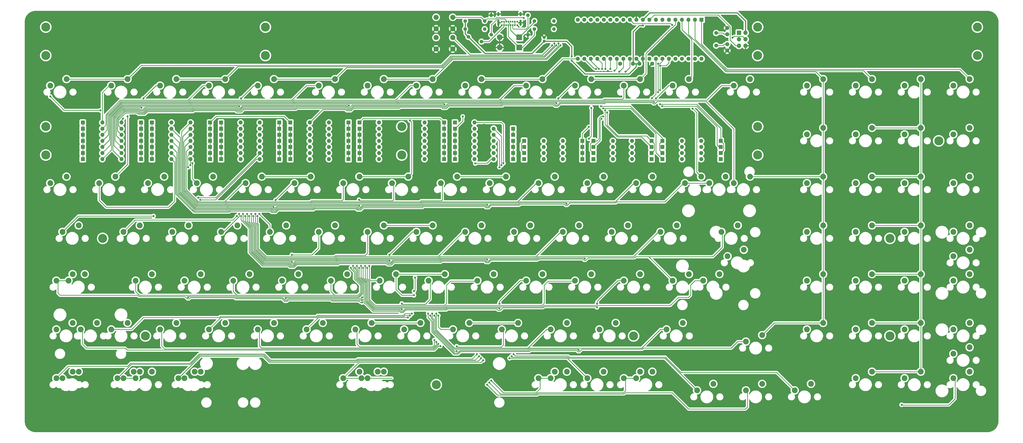
<source format=gbr>
%TF.GenerationSoftware,KiCad,Pcbnew,(6.0.0)*%
%TF.CreationDate,2022-03-02T09:47:07+01:00*%
%TF.ProjectId,pcb,7063622e-6b69-4636-9164-5f7063625858,rev?*%
%TF.SameCoordinates,Original*%
%TF.FileFunction,Copper,L1,Top*%
%TF.FilePolarity,Positive*%
%FSLAX46Y46*%
G04 Gerber Fmt 4.6, Leading zero omitted, Abs format (unit mm)*
G04 Created by KiCad (PCBNEW (6.0.0)) date 2022-03-02 09:47:07*
%MOMM*%
%LPD*%
G01*
G04 APERTURE LIST*
%TA.AperFunction,ComponentPad*%
%ADD10R,1.600000X1.600000*%
%TD*%
%TA.AperFunction,ComponentPad*%
%ADD11O,1.600000X1.600000*%
%TD*%
%TA.AperFunction,ComponentPad*%
%ADD12C,2.250000*%
%TD*%
%TA.AperFunction,ComponentPad*%
%ADD13C,3.500001*%
%TD*%
%TA.AperFunction,ComponentPad*%
%ADD14C,1.400000*%
%TD*%
%TA.AperFunction,ComponentPad*%
%ADD15O,1.400000X1.400000*%
%TD*%
%TA.AperFunction,ComponentPad*%
%ADD16C,1.500000*%
%TD*%
%TA.AperFunction,ComponentPad*%
%ADD17C,2.000000*%
%TD*%
%TA.AperFunction,ComponentPad*%
%ADD18R,1.700000X1.700000*%
%TD*%
%TA.AperFunction,ComponentPad*%
%ADD19O,1.700000X1.700000*%
%TD*%
%TA.AperFunction,ComponentPad*%
%ADD20C,1.600000*%
%TD*%
%TA.AperFunction,ComponentPad*%
%ADD21R,2.200000X2.200000*%
%TD*%
%TA.AperFunction,ComponentPad*%
%ADD22O,2.200000X2.200000*%
%TD*%
%TA.AperFunction,ComponentPad*%
%ADD23C,0.700000*%
%TD*%
%TA.AperFunction,ComponentPad*%
%ADD24O,0.900000X1.700000*%
%TD*%
%TA.AperFunction,ComponentPad*%
%ADD25O,0.900000X2.400000*%
%TD*%
%TA.AperFunction,ComponentPad*%
%ADD26C,1.200000*%
%TD*%
%TA.AperFunction,ViaPad*%
%ADD27C,0.800000*%
%TD*%
%TA.AperFunction,Conductor*%
%ADD28C,0.250000*%
%TD*%
%TA.AperFunction,Conductor*%
%ADD29C,0.400000*%
%TD*%
G04 APERTURE END LIST*
D10*
%TO.P,D104,1,K*%
%TO.N,ROW11*%
X289560000Y-182562500D03*
D11*
%TO.P,D104,2,A*%
%TO.N,Net-(D104-Pad2)*%
X281940000Y-182562500D03*
%TD*%
D12*
%TO.P,SW22,1,1*%
%TO.N,Net-(D22-Pad2)*%
X461327500Y-175260000D03*
%TO.P,SW22,2,2*%
%TO.N,COL9*%
X467677500Y-172720000D03*
%TD*%
D13*
%TO.P,MH2,1*%
%TO.N,N/C*%
X259556250Y-273050000D03*
%TD*%
D12*
%TO.P,SW106,1,1*%
%TO.N,Net-(D99-Pad2)*%
X299402500Y-270510000D03*
%TO.P,SW106,2,2*%
%TO.N,COL5*%
X305752500Y-267970000D03*
%TD*%
%TO.P,SW122,1,1*%
%TO.N,Net-(D98-Pad2)*%
X232727500Y-270510000D03*
%TO.P,SW122,2,2*%
%TO.N,COL3*%
X239077500Y-267970000D03*
%TD*%
D10*
%TO.P,D14,1,K*%
%TO.N,ROW0*%
X121602500Y-184943750D03*
D11*
%TO.P,D14,2,A*%
%TO.N,Net-(D14-Pad2)*%
X129222500Y-184943750D03*
%TD*%
D10*
%TO.P,D79,1,K*%
%TO.N,ROW10*%
X262572500Y-182562500D03*
D11*
%TO.P,D79,2,A*%
%TO.N,Net-(D79-Pad2)*%
X254952500Y-182562500D03*
%TD*%
D10*
%TO.P,D75,1,K*%
%TO.N,ROW7*%
X347821250Y-180181250D03*
D11*
%TO.P,D75,2,A*%
%TO.N,Net-(D75-Pad2)*%
X355441250Y-180181250D03*
%TD*%
D10*
%TO.P,D62,1,K*%
%TO.N,ROW8*%
X225266250Y-182562500D03*
D11*
%TO.P,D62,2,A*%
%TO.N,Net-(D62-Pad2)*%
X217646250Y-182562500D03*
%TD*%
D12*
%TO.P,SW48,1,1*%
%TO.N,Net-(D47-Pad2)*%
X213677500Y-213360000D03*
%TO.P,SW48,2,2*%
%TO.N,COL2*%
X220027500Y-210820000D03*
%TD*%
D13*
%TO.P,MH2,1*%
%TO.N,N/C*%
X246062500Y-183356250D03*
%TD*%
D10*
%TO.P,D30,1,K*%
%TO.N,ROW3*%
X148590000Y-175418750D03*
D11*
%TO.P,D30,2,A*%
%TO.N,Net-(D30-Pad2)*%
X156210000Y-175418750D03*
%TD*%
D10*
%TO.P,D22,1,K*%
%TO.N,ROW2*%
X316547500Y-184943750D03*
D11*
%TO.P,D22,2,A*%
%TO.N,Net-(D22-Pad2)*%
X308927500Y-184943750D03*
%TD*%
D13*
%TO.P,MH2,1*%
%TO.N,N/C*%
X470693750Y-144462500D03*
%TD*%
D10*
%TO.P,D31,1,K*%
%TO.N,ROW4*%
X171291250Y-175418750D03*
D11*
%TO.P,D31,2,A*%
%TO.N,Net-(D31-Pad2)*%
X163671250Y-175418750D03*
%TD*%
D13*
%TO.P,MH2,1*%
%TO.N,N/C*%
X107156250Y-183356250D03*
%TD*%
D12*
%TO.P,SW82,1,1*%
%TO.N,Net-(D77-Pad2)*%
X120808750Y-251460000D03*
%TO.P,SW82,2,2*%
%TO.N,COL0*%
X127158750Y-248920000D03*
%TD*%
%TO.P,SW47,1,1*%
%TO.N,Net-(D46-Pad2)*%
X194627500Y-213360000D03*
%TO.P,SW47,2,2*%
%TO.N,COL2*%
X200977500Y-210820000D03*
%TD*%
D14*
%TO.P,R5,1*%
%TO.N,Net-(D109-Pad1)*%
X297815000Y-130968750D03*
D15*
%TO.P,R5,2*%
%TO.N,D+*%
X305435000Y-130968750D03*
%TD*%
D12*
%TO.P,SW49,1,1*%
%TO.N,Net-(D48-Pad2)*%
X232727500Y-213360000D03*
%TO.P,SW49,2,2*%
%TO.N,COL3*%
X239077500Y-210820000D03*
%TD*%
D13*
%TO.P,MH2,1*%
%TO.N,N/C*%
X384968750Y-172243750D03*
%TD*%
D10*
%TO.P,D102,1,K*%
%TO.N,ROW11*%
X289560000Y-180181250D03*
D11*
%TO.P,D102,2,A*%
%TO.N,Net-(D102-Pad2)*%
X281940000Y-180181250D03*
%TD*%
D12*
%TO.P,SW108,1,1*%
%TO.N,Net-(D101-Pad2)*%
X337502500Y-270510000D03*
%TO.P,SW108,2,2*%
%TO.N,COL6*%
X343852500Y-267970000D03*
%TD*%
%TO.P,SW7,1,1*%
%TO.N,Net-(D7-Pad2)*%
X232727500Y-156210000D03*
%TO.P,SW7,2,2*%
%TO.N,COL3*%
X239077500Y-153670000D03*
%TD*%
%TO.P,SW102,1,1*%
%TO.N,Net-(D95-Pad2)*%
X111283750Y-270510000D03*
%TO.P,SW102,2,2*%
%TO.N,COL0*%
X117633750Y-267970000D03*
%TD*%
D10*
%TO.P,D72,1,K*%
%TO.N,ROW8*%
X225266250Y-170656250D03*
D11*
%TO.P,D72,2,A*%
%TO.N,Net-(D72-Pad2)*%
X217646250Y-170656250D03*
%TD*%
D10*
%TO.P,D27,1,K*%
%TO.N,ROW4*%
X171291250Y-180181250D03*
D11*
%TO.P,D27,2,A*%
%TO.N,Net-(D27-Pad2)*%
X163671250Y-180181250D03*
%TD*%
D10*
%TO.P,D1,1,K*%
%TO.N,ROW1*%
X144303750Y-170656250D03*
D11*
%TO.P,D1,2,A*%
%TO.N,Net-(D1-Pad2)*%
X136683750Y-170656250D03*
%TD*%
D12*
%TO.P,SW58,1,1*%
%TO.N,Net-(D57-Pad2)*%
X423227500Y-213360000D03*
%TO.P,SW58,2,2*%
%TO.N,COL8*%
X429577500Y-210820000D03*
%TD*%
D10*
%TO.P,D84,1,K*%
%TO.N,ROW9*%
X229552500Y-184943750D03*
D11*
%TO.P,D84,2,A*%
%TO.N,Net-(D84-Pad2)*%
X237172500Y-184943750D03*
%TD*%
D12*
%TO.P,SW113,1,1*%
%TO.N,Net-(D106-Pad2)*%
X442277500Y-270510000D03*
%TO.P,SW113,2,2*%
%TO.N,COL8*%
X448627500Y-267970000D03*
%TD*%
D10*
%TO.P,D107,1,K*%
%TO.N,ROW12*%
X289560000Y-173037500D03*
D11*
%TO.P,D107,2,A*%
%TO.N,Net-(D107-Pad2)*%
X281940000Y-173037500D03*
%TD*%
D12*
%TO.P,SW61,1,1*%
%TO.N,Net-(D59-Pad2)*%
X461327500Y-222885000D03*
%TO.P,SW61,2,2*%
%TO.N,COL9*%
X467677500Y-220345000D03*
%TD*%
%TO.P,SW5,1,1*%
%TO.N,Net-(D5-Pad2)*%
X189865000Y-156210000D03*
%TO.P,SW5,2,2*%
%TO.N,COL2*%
X196215000Y-153670000D03*
%TD*%
D10*
%TO.P,D3,1,K*%
%TO.N,ROW1*%
X144303750Y-184943750D03*
D11*
%TO.P,D3,2,A*%
%TO.N,Net-(D3-Pad2)*%
X136683750Y-184943750D03*
%TD*%
D12*
%TO.P,SW111,1,1*%
%TO.N,Net-(D104-Pad2)*%
X399415000Y-275272500D03*
%TO.P,SW111,2,2*%
%TO.N,COL7*%
X405765000Y-272732500D03*
%TD*%
D10*
%TO.P,D32,1,K*%
%TO.N,ROW3*%
X148590000Y-177800000D03*
D11*
%TO.P,D32,2,A*%
%TO.N,Net-(D32-Pad2)*%
X156210000Y-177800000D03*
%TD*%
D12*
%TO.P,SW38,1,1*%
%TO.N,Net-(D37-Pad2)*%
X375602500Y-194310000D03*
%TO.P,SW38,2,2*%
%TO.N,COL7*%
X381952500Y-191770000D03*
%TD*%
%TO.P,SW87,1,1*%
%TO.N,Net-(D82-Pad2)*%
X208915000Y-251460000D03*
%TO.P,SW87,2,2*%
%TO.N,COL2*%
X215265000Y-248920000D03*
%TD*%
%TO.P,SW78,1,1*%
%TO.N,Net-(D75-Pad2)*%
X442277500Y-232410000D03*
%TO.P,SW78,2,2*%
%TO.N,COL8*%
X448627500Y-229870000D03*
%TD*%
%TO.P,SW97,1,1*%
%TO.N,Net-(D92-Pad2)*%
X423227500Y-251460000D03*
%TO.P,SW97,2,2*%
%TO.N,COL8*%
X429577500Y-248920000D03*
%TD*%
D14*
%TO.P,R3,1*%
%TO.N,Net-(J1-PadB5)*%
X280987500Y-136366250D03*
D15*
%TO.P,R3,2*%
%TO.N,GND*%
X280987500Y-128746250D03*
%TD*%
D13*
%TO.P,MH2,1*%
%TO.N,N/C*%
X107156250Y-133350000D03*
%TD*%
D10*
%TO.P,D57,1,K*%
%TO.N,ROW6*%
X343535000Y-180181250D03*
D11*
%TO.P,D57,2,A*%
%TO.N,Net-(D57-Pad2)*%
X335915000Y-180181250D03*
%TD*%
D10*
%TO.P,D103,1,K*%
%TO.N,ROW12*%
X266858750Y-177800000D03*
D11*
%TO.P,D103,2,A*%
%TO.N,Net-(D103-Pad2)*%
X274478750Y-177800000D03*
%TD*%
D16*
%TO.P,Y1,1,1*%
%TO.N,Net-(C4-Pad2)*%
X368756250Y-140562500D03*
%TO.P,Y1,2,2*%
%TO.N,Net-(C5-Pad2)*%
X368756250Y-135682500D03*
%TD*%
D12*
%TO.P,SW32,1,1*%
%TO.N,Net-(D31-Pad2)*%
X261302500Y-194310000D03*
%TO.P,SW32,2,2*%
%TO.N,COL4*%
X267652500Y-191770000D03*
%TD*%
%TO.P,SW86,1,1*%
%TO.N,Net-(D81-Pad2)*%
X189865000Y-251460000D03*
%TO.P,SW86,2,2*%
%TO.N,COL2*%
X196215000Y-248920000D03*
%TD*%
D10*
%TO.P,D91,1,K*%
%TO.N,ROW9*%
X370522500Y-177800000D03*
D11*
%TO.P,D91,2,A*%
%TO.N,Net-(D91-Pad2)*%
X362902500Y-177800000D03*
%TD*%
D12*
%TO.P,SW34,1,1*%
%TO.N,Net-(D33-Pad2)*%
X299402500Y-194310000D03*
%TO.P,SW34,2,2*%
%TO.N,COL5*%
X305752500Y-191770000D03*
%TD*%
%TO.P,SW52,1,1*%
%TO.N,Net-(D51-Pad2)*%
X289877500Y-213360000D03*
%TO.P,SW52,2,2*%
%TO.N,COL4*%
X296227500Y-210820000D03*
%TD*%
%TO.P,SW54,1,1*%
%TO.N,Net-(D53-Pad2)*%
X327977500Y-213360000D03*
%TO.P,SW54,2,2*%
%TO.N,COL5*%
X334327500Y-210820000D03*
%TD*%
D10*
%TO.P,D82,1,K*%
%TO.N,ROW9*%
X229552500Y-182562500D03*
D11*
%TO.P,D82,2,A*%
%TO.N,Net-(D82-Pad2)*%
X237172500Y-182562500D03*
%TD*%
D12*
%TO.P,SW20,1,1*%
%TO.N,Net-(D20-Pad2)*%
X423227500Y-175260000D03*
%TO.P,SW20,2,2*%
%TO.N,COL8*%
X429577500Y-172720000D03*
%TD*%
%TO.P,SW15,1,1*%
%TO.N,Net-(D15-Pad2)*%
X404177500Y-156210000D03*
%TO.P,SW15,2,2*%
%TO.N,COL7*%
X410527500Y-153670000D03*
%TD*%
D10*
%TO.P,D12,1,K*%
%TO.N,ROW0*%
X121602500Y-182562500D03*
D11*
%TO.P,D12,2,A*%
%TO.N,Net-(D12-Pad2)*%
X129222500Y-182562500D03*
%TD*%
D12*
%TO.P,SW37,1,1*%
%TO.N,Net-(D36-Pad2)*%
X366077500Y-194310000D03*
%TO.P,SW37,2,2*%
%TO.N,COL6*%
X372427500Y-191770000D03*
%TD*%
D10*
%TO.P,D93,1,K*%
%TO.N,ROW9*%
X370522500Y-182562500D03*
D11*
%TO.P,D93,2,A*%
%TO.N,Net-(D93-Pad2)*%
X362902500Y-182562500D03*
%TD*%
D17*
%TO.P,SW124,1,1*%
%TO.N,GND*%
X265981250Y-134012500D03*
X259481250Y-134012500D03*
%TO.P,SW124,2,2*%
%TO.N,RESET*%
X265981250Y-129512500D03*
X259481250Y-129512500D03*
%TD*%
D12*
%TO.P,SW3,1,1*%
%TO.N,Net-(D3-Pad2)*%
X151765000Y-156210000D03*
%TO.P,SW3,2,2*%
%TO.N,COL1*%
X158115000Y-153670000D03*
%TD*%
D10*
%TO.P,D63,1,K*%
%TO.N,ROW7*%
X202565000Y-182562500D03*
D11*
%TO.P,D63,2,A*%
%TO.N,Net-(D63-Pad2)*%
X210185000Y-182562500D03*
%TD*%
D10*
%TO.P,D86,1,K*%
%TO.N,ROW9*%
X229552500Y-173037500D03*
D11*
%TO.P,D86,2,A*%
%TO.N,Net-(D86-Pad2)*%
X237172500Y-173037500D03*
%TD*%
D12*
%TO.P,SW30,1,1*%
%TO.N,Net-(D29-Pad2)*%
X223202500Y-194310000D03*
%TO.P,SW30,2,2*%
%TO.N,COL3*%
X229552500Y-191770000D03*
%TD*%
D10*
%TO.P,D36,1,K*%
%TO.N,ROW3*%
X148590000Y-182562500D03*
D11*
%TO.P,D36,2,A*%
%TO.N,Net-(D36-Pad2)*%
X156210000Y-182562500D03*
%TD*%
D12*
%TO.P,SW31,1,1*%
%TO.N,Net-(D30-Pad2)*%
X242252500Y-194310000D03*
%TO.P,SW31,2,2*%
%TO.N,COL3*%
X248602500Y-191770000D03*
%TD*%
D10*
%TO.P,D8,1,K*%
%TO.N,ROW0*%
X121602500Y-177800000D03*
D11*
%TO.P,D8,2,A*%
%TO.N,Net-(D8-Pad2)*%
X129222500Y-177800000D03*
%TD*%
D12*
%TO.P,SW69,1,1*%
%TO.N,Net-(D66-Pad2)*%
X237490000Y-232410000D03*
%TO.P,SW69,2,2*%
%TO.N,COL3*%
X243840000Y-229870000D03*
%TD*%
D10*
%TO.P,D21,1,K*%
%TO.N,ROW2*%
X316547500Y-182562500D03*
D11*
%TO.P,D21,2,A*%
%TO.N,Net-(D21-Pad2)*%
X308927500Y-182562500D03*
%TD*%
D10*
%TO.P,D80,1,K*%
%TO.N,ROW9*%
X229552500Y-180181250D03*
D11*
%TO.P,D80,2,A*%
%TO.N,Net-(D80-Pad2)*%
X237172500Y-180181250D03*
%TD*%
D10*
%TO.P,D78,1,K*%
%TO.N,ROW9*%
X229552500Y-177800000D03*
D11*
%TO.P,D78,2,A*%
%TO.N,Net-(D78-Pad2)*%
X237172500Y-177800000D03*
%TD*%
D12*
%TO.P,SW94,1,1*%
%TO.N,Net-(D89-Pad2)*%
X349408750Y-251460000D03*
%TO.P,SW94,2,2*%
%TO.N,COL6*%
X355758750Y-248920000D03*
%TD*%
%TO.P,SW11,1,1*%
%TO.N,Net-(D11-Pad2)*%
X313690000Y-156210000D03*
%TO.P,SW11,2,2*%
%TO.N,COL5*%
X320040000Y-153670000D03*
%TD*%
%TO.P,SW107,1,1*%
%TO.N,Net-(D100-Pad2)*%
X318452500Y-270510000D03*
%TO.P,SW107,2,2*%
%TO.N,COL5*%
X324802500Y-267970000D03*
%TD*%
D10*
%TO.P,D96,1,K*%
%TO.N,ROW11*%
X289560000Y-184943750D03*
D11*
%TO.P,D96,2,A*%
%TO.N,Net-(D96-Pad2)*%
X281940000Y-184943750D03*
%TD*%
D12*
%TO.P,SW116,1,1*%
%TO.N,Net-(D96-Pad2)*%
X137477500Y-270510000D03*
%TO.P,SW116,2,2*%
%TO.N,COL0*%
X143827500Y-267970000D03*
%TD*%
%TO.P,SW95,1,1*%
%TO.N,Net-(D90-Pad2)*%
X380365000Y-256222500D03*
%TO.P,SW95,2,2*%
%TO.N,COL7*%
X386715000Y-253682500D03*
%TD*%
%TO.P,SW51,1,1*%
%TO.N,Net-(D50-Pad2)*%
X270827500Y-213360000D03*
%TO.P,SW51,2,2*%
%TO.N,COL4*%
X277177500Y-210820000D03*
%TD*%
%TO.P,SW45,1,1*%
%TO.N,Net-(D44-Pad2)*%
X156527500Y-213360000D03*
%TO.P,SW45,2,2*%
%TO.N,COL1*%
X162877500Y-210820000D03*
%TD*%
D13*
%TO.P,MH2,1*%
%TO.N,N/C*%
X192881250Y-133350000D03*
%TD*%
D10*
%TO.P,D73,1,K*%
%TO.N,ROW7*%
X347821250Y-184943750D03*
D11*
%TO.P,D73,2,A*%
%TO.N,Net-(D73-Pad2)*%
X355441250Y-184943750D03*
%TD*%
D13*
%TO.P,MH2,1*%
%TO.N,N/C*%
X436562500Y-215900000D03*
%TD*%
D12*
%TO.P,SW14,1,1*%
%TO.N,Net-(D14-Pad2)*%
X375602500Y-156210000D03*
%TO.P,SW14,2,2*%
%TO.N,COL6*%
X381952500Y-153670000D03*
%TD*%
D10*
%TO.P,D88,1,K*%
%TO.N,ROW9*%
X229552500Y-175418750D03*
D11*
%TO.P,D88,2,A*%
%TO.N,Net-(D88-Pad2)*%
X237172500Y-175418750D03*
%TD*%
D12*
%TO.P,SW35,1,1*%
%TO.N,Net-(D34-Pad2)*%
X318452500Y-194310000D03*
%TO.P,SW35,2,2*%
%TO.N,COL5*%
X324802500Y-191770000D03*
%TD*%
%TO.P,SW41,1,1*%
%TO.N,Net-(D40-Pad2)*%
X442277500Y-194310000D03*
%TO.P,SW41,2,2*%
%TO.N,COL8*%
X448627500Y-191770000D03*
%TD*%
D10*
%TO.P,D50,1,K*%
%TO.N,ROW6*%
X198278750Y-175418750D03*
D11*
%TO.P,D50,2,A*%
%TO.N,Net-(D50-Pad2)*%
X190658750Y-175418750D03*
%TD*%
D12*
%TO.P,SW39,1,1*%
%TO.N,Net-(D38-Pad2)*%
X404177500Y-194310000D03*
%TO.P,SW39,2,2*%
%TO.N,COL7*%
X410527500Y-191770000D03*
%TD*%
D18*
%TO.P,J2,1,MISO*%
%TO.N,MISO*%
X377656250Y-135587500D03*
D19*
%TO.P,J2,2,VCC*%
%TO.N,VCC*%
X380196250Y-135587500D03*
%TO.P,J2,3,SCK*%
%TO.N,SCK*%
X377656250Y-138127500D03*
%TO.P,J2,4,MOSI*%
%TO.N,MOSI*%
X380196250Y-138127500D03*
%TO.P,J2,5,~{RST}*%
%TO.N,RESET*%
X377656250Y-140667500D03*
%TO.P,J2,6,GND*%
%TO.N,GND*%
X380196250Y-140667500D03*
%TD*%
D12*
%TO.P,SW85,1,1*%
%TO.N,Net-(D80-Pad2)*%
X170815000Y-251460000D03*
%TO.P,SW85,2,2*%
%TO.N,COL1*%
X177165000Y-248920000D03*
%TD*%
D10*
%TO.P,D83,1,K*%
%TO.N,ROW10*%
X262572500Y-177800000D03*
D11*
%TO.P,D83,2,A*%
%TO.N,Net-(D83-Pad2)*%
X254952500Y-177800000D03*
%TD*%
D12*
%TO.P,SW21,1,1*%
%TO.N,Net-(D21-Pad2)*%
X442277500Y-175260000D03*
%TO.P,SW21,2,2*%
%TO.N,COL8*%
X448627500Y-172720000D03*
%TD*%
D10*
%TO.P,D9,1,K*%
%TO.N,ROW1*%
X144303750Y-177800000D03*
D11*
%TO.P,D9,2,A*%
%TO.N,Net-(D9-Pad2)*%
X136683750Y-177800000D03*
%TD*%
D12*
%TO.P,SW93,1,1*%
%TO.N,Net-(D88-Pad2)*%
X323215000Y-251460000D03*
%TO.P,SW93,2,2*%
%TO.N,COL5*%
X329565000Y-248920000D03*
%TD*%
%TO.P,SW71,1,1*%
%TO.N,Net-(D68-Pad2)*%
X275590000Y-232410000D03*
%TO.P,SW71,2,2*%
%TO.N,COL4*%
X281940000Y-229870000D03*
%TD*%
D10*
%TO.P,D47,1,K*%
%TO.N,ROW5*%
X175577500Y-170656250D03*
D11*
%TO.P,D47,2,A*%
%TO.N,Net-(D47-Pad2)*%
X183197500Y-170656250D03*
%TD*%
D12*
%TO.P,SW121,1,1*%
%TO.N,Net-(D96-Pad2)*%
X142240000Y-270510000D03*
%TO.P,SW121,2,2*%
%TO.N,COL0*%
X148590000Y-267970000D03*
%TD*%
%TO.P,SW6,1,1*%
%TO.N,Net-(D6-Pad2)*%
X213677500Y-156210000D03*
%TO.P,SW6,2,2*%
%TO.N,COL2*%
X220027500Y-153670000D03*
%TD*%
%TO.P,SW33,1,1*%
%TO.N,Net-(D32-Pad2)*%
X280352500Y-194310000D03*
%TO.P,SW33,2,2*%
%TO.N,COL4*%
X286702500Y-191770000D03*
%TD*%
D20*
%TO.P,C4,1*%
%TO.N,GND*%
X373062500Y-142537500D03*
%TO.P,C4,2*%
%TO.N,Net-(C4-Pad2)*%
X373062500Y-140037500D03*
%TD*%
D10*
%TO.P,U1,1,PB0*%
%TO.N,COL9*%
X363056250Y-130487500D03*
D11*
%TO.P,U1,2,PB1*%
%TO.N,COL8*%
X360516250Y-130487500D03*
%TO.P,U1,3,PB2*%
%TO.N,COL7*%
X357976250Y-130487500D03*
%TO.P,U1,4,PB3*%
%TO.N,COL6*%
X355436250Y-130487500D03*
%TO.P,U1,5,PB4*%
%TO.N,COL5*%
X352896250Y-130487500D03*
%TO.P,U1,6,PB5*%
%TO.N,MOSI*%
X350356250Y-130487500D03*
%TO.P,U1,7,PB6*%
%TO.N,MISO*%
X347816250Y-130487500D03*
%TO.P,U1,8,PB7*%
%TO.N,SCK*%
X345276250Y-130487500D03*
%TO.P,U1,9,~{RESET}*%
%TO.N,RESET*%
X342736250Y-130487500D03*
%TO.P,U1,10,VCC*%
%TO.N,VCC*%
X340196250Y-130487500D03*
%TO.P,U1,11,GND*%
%TO.N,GND*%
X337656250Y-130487500D03*
%TO.P,U1,12,XTAL2*%
%TO.N,Net-(C5-Pad2)*%
X335116250Y-130487500D03*
%TO.P,U1,13,XTAL1*%
%TO.N,Net-(C4-Pad2)*%
X332576250Y-130487500D03*
%TO.P,U1,14,PD0*%
%TO.N,COL3*%
X330036250Y-130487500D03*
%TO.P,U1,15,PD1*%
%TO.N,COL2*%
X327496250Y-130487500D03*
%TO.P,U1,16,PD2*%
%TO.N,D+*%
X324956250Y-130487500D03*
%TO.P,U1,17,PD3*%
%TO.N,D-*%
X322416250Y-130487500D03*
%TO.P,U1,18,PD4*%
%TO.N,BOOT*%
X319876250Y-130487500D03*
%TO.P,U1,19,PD5*%
%TO.N,COL1*%
X317336250Y-130487500D03*
%TO.P,U1,20,PD6*%
%TO.N,COL0*%
X314796250Y-130487500D03*
%TO.P,U1,21,PD7*%
%TO.N,COL4*%
X314796250Y-145727500D03*
%TO.P,U1,22,PC0*%
%TO.N,ROW8*%
X317336250Y-145727500D03*
%TO.P,U1,23,PC1*%
%TO.N,ROW7*%
X319876250Y-145727500D03*
%TO.P,U1,24,PC2*%
%TO.N,ROW6*%
X322416250Y-145727500D03*
%TO.P,U1,25,PC3*%
%TO.N,ROW5*%
X324956250Y-145727500D03*
%TO.P,U1,26,PC4*%
%TO.N,ROW4*%
X327496250Y-145727500D03*
%TO.P,U1,27,PC5*%
%TO.N,ROW3*%
X330036250Y-145727500D03*
%TO.P,U1,28,PC6*%
%TO.N,ROW1*%
X332576250Y-145727500D03*
%TO.P,U1,29,PC7*%
%TO.N,ROW0*%
X335116250Y-145727500D03*
%TO.P,U1,30,AVCC*%
%TO.N,VCC*%
X337656250Y-145727500D03*
%TO.P,U1,31,GND*%
%TO.N,GND*%
X340196250Y-145727500D03*
%TO.P,U1,32,AREF*%
%TO.N,unconnected-(U1-Pad32)*%
X342736250Y-145727500D03*
%TO.P,U1,33,PA7*%
%TO.N,ROW2*%
X345276250Y-145727500D03*
%TO.P,U1,34,PA6*%
%TO.N,ROW9*%
X347816250Y-145727500D03*
%TO.P,U1,35,PA5*%
%TO.N,ROW10*%
X350356250Y-145727500D03*
%TO.P,U1,36,PA4*%
%TO.N,ROW11*%
X352896250Y-145727500D03*
%TO.P,U1,37,PA3*%
%TO.N,ROW12*%
X355436250Y-145727500D03*
%TO.P,U1,38,PA2*%
%TO.N,unconnected-(U1-Pad38)*%
X357976250Y-145727500D03*
%TO.P,U1,39,PA1*%
%TO.N,unconnected-(U1-Pad39)*%
X360516250Y-145727500D03*
%TO.P,U1,40,PA0*%
%TO.N,unconnected-(U1-Pad40)*%
X363056250Y-145727500D03*
%TD*%
D12*
%TO.P,SW88,1,1*%
%TO.N,Net-(D83-Pad2)*%
X227965000Y-251460000D03*
%TO.P,SW88,2,2*%
%TO.N,COL3*%
X234315000Y-248920000D03*
%TD*%
D10*
%TO.P,D74,1,K*%
%TO.N,ROW8*%
X347821250Y-182562500D03*
D11*
%TO.P,D74,2,A*%
%TO.N,Net-(D74-Pad2)*%
X355441250Y-182562500D03*
%TD*%
D10*
%TO.P,D4,1,K*%
%TO.N,ROW0*%
X121602500Y-173037500D03*
D11*
%TO.P,D4,2,A*%
%TO.N,Net-(D4-Pad2)*%
X129222500Y-173037500D03*
%TD*%
D12*
%TO.P,SW120,1,1*%
%TO.N,Net-(D101-Pad2)*%
X332740000Y-270510000D03*
%TO.P,SW120,2,2*%
%TO.N,COL6*%
X339090000Y-267970000D03*
%TD*%
%TO.P,SW105,1,1*%
%TO.N,Net-(D98-Pad2)*%
X230346250Y-270510000D03*
%TO.P,SW105,2,2*%
%TO.N,COL3*%
X236696250Y-267970000D03*
%TD*%
%TO.P,SW64,1,1*%
%TO.N,Net-(D61-Pad2)*%
X142240000Y-232410000D03*
%TO.P,SW64,2,2*%
%TO.N,COL0*%
X148590000Y-229870000D03*
%TD*%
%TO.P,SW70,1,1*%
%TO.N,Net-(D67-Pad2)*%
X256540000Y-232410000D03*
%TO.P,SW70,2,2*%
%TO.N,COL3*%
X262890000Y-229870000D03*
%TD*%
D10*
%TO.P,D100,1,K*%
%TO.N,ROW11*%
X289560000Y-177800000D03*
D11*
%TO.P,D100,2,A*%
%TO.N,Net-(D100-Pad2)*%
X281940000Y-177800000D03*
%TD*%
D10*
%TO.P,D65,1,K*%
%TO.N,ROW7*%
X202565000Y-184943750D03*
D11*
%TO.P,D65,2,A*%
%TO.N,Net-(D65-Pad2)*%
X210185000Y-184943750D03*
%TD*%
D12*
%TO.P,SW59,1,1*%
%TO.N,Net-(D58-Pad2)*%
X442277500Y-213360000D03*
%TO.P,SW59,2,2*%
%TO.N,COL8*%
X448627500Y-210820000D03*
%TD*%
%TO.P,SW8,1,1*%
%TO.N,Net-(D8-Pad2)*%
X251777500Y-156210000D03*
%TO.P,SW8,2,2*%
%TO.N,COL3*%
X258127500Y-153670000D03*
%TD*%
D13*
%TO.P,MH2,1*%
%TO.N,N/C*%
X146050000Y-254000000D03*
%TD*%
D12*
%TO.P,SW68,1,1*%
%TO.N,Net-(D65-Pad2)*%
X218440000Y-232410000D03*
%TO.P,SW68,2,2*%
%TO.N,COL2*%
X224790000Y-229870000D03*
%TD*%
D10*
%TO.P,D70,1,K*%
%TO.N,ROW8*%
X225266250Y-173037500D03*
D11*
%TO.P,D70,2,A*%
%TO.N,Net-(D70-Pad2)*%
X217646250Y-173037500D03*
%TD*%
D12*
%TO.P,SW73,1,1*%
%TO.N,Net-(D70-Pad2)*%
X313690000Y-232410000D03*
%TO.P,SW73,2,2*%
%TO.N,COL5*%
X320040000Y-229870000D03*
%TD*%
D21*
%TO.P,D109,1,K*%
%TO.N,Net-(D109-Pad1)*%
X291941250Y-137318750D03*
D22*
%TO.P,D109,2,A*%
%TO.N,GND*%
X284321250Y-137318750D03*
%TD*%
D12*
%TO.P,SW110,1,1*%
%TO.N,Net-(D103-Pad2)*%
X380365000Y-275272500D03*
%TO.P,SW110,2,2*%
%TO.N,COL7*%
X386715000Y-272732500D03*
%TD*%
D14*
%TO.P,R4,1*%
%TO.N,Net-(D108-Pad1)*%
X297815000Y-134143750D03*
D15*
%TO.P,R4,2*%
%TO.N,D-*%
X305435000Y-134143750D03*
%TD*%
D10*
%TO.P,D28,1,K*%
%TO.N,ROW3*%
X148590000Y-173037500D03*
D11*
%TO.P,D28,2,A*%
%TO.N,Net-(D28-Pad2)*%
X156210000Y-173037500D03*
%TD*%
D12*
%TO.P,SW119,1,1*%
%TO.N,Net-(D99-Pad2)*%
X304165000Y-270510000D03*
%TO.P,SW119,2,2*%
%TO.N,COL5*%
X310515000Y-267970000D03*
%TD*%
%TO.P,SW66,1,1*%
%TO.N,Net-(D63-Pad2)*%
X180340000Y-232410000D03*
%TO.P,SW66,2,2*%
%TO.N,COL1*%
X186690000Y-229870000D03*
%TD*%
D10*
%TO.P,D71,1,K*%
%TO.N,ROW7*%
X202565000Y-177800000D03*
D11*
%TO.P,D71,2,A*%
%TO.N,Net-(D71-Pad2)*%
X210185000Y-177800000D03*
%TD*%
D12*
%TO.P,SW53,1,1*%
%TO.N,Net-(D52-Pad2)*%
X308927500Y-213360000D03*
%TO.P,SW53,2,2*%
%TO.N,COL5*%
X315277500Y-210820000D03*
%TD*%
%TO.P,SW80,1,1*%
%TO.N,Net-(D60-Pad2)*%
X111283750Y-232410000D03*
%TO.P,SW80,2,2*%
%TO.N,COL0*%
X117633750Y-229870000D03*
%TD*%
D20*
%TO.P,C3,1*%
%TO.N,VCC*%
X336308129Y-147637500D03*
%TO.P,C3,2*%
%TO.N,GND*%
X331308129Y-147637500D03*
%TD*%
D12*
%TO.P,SW42,1,1*%
%TO.N,Net-(D41-Pad2)*%
X461327500Y-194310000D03*
%TO.P,SW42,2,2*%
%TO.N,COL9*%
X467677500Y-191770000D03*
%TD*%
D10*
%TO.P,D77,1,K*%
%TO.N,ROW10*%
X262572500Y-184943750D03*
D11*
%TO.P,D77,2,A*%
%TO.N,Net-(D77-Pad2)*%
X254952500Y-184943750D03*
%TD*%
D12*
%TO.P,SW18,1,1*%
%TO.N,Net-(D18-Pad2)*%
X461327500Y-156210000D03*
%TO.P,SW18,2,2*%
%TO.N,COL9*%
X467677500Y-153670000D03*
%TD*%
D10*
%TO.P,D40,1,K*%
%TO.N,ROW3*%
X320833750Y-180181250D03*
D11*
%TO.P,D40,2,A*%
%TO.N,Net-(D40-Pad2)*%
X328453750Y-180181250D03*
%TD*%
D12*
%TO.P,SW98,1,1*%
%TO.N,Net-(D93-Pad2)*%
X442277500Y-251460000D03*
%TO.P,SW98,2,2*%
%TO.N,COL8*%
X448627500Y-248920000D03*
%TD*%
D23*
%TO.P,J1,A1,GND*%
%TO.N,GND*%
X291106250Y-132612500D03*
%TO.P,J1,A4,VBUS*%
%TO.N,Net-(F1-Pad1)*%
X290256250Y-132612500D03*
%TO.P,J1,A5,CC1*%
%TO.N,Net-(J1-PadA5)*%
X289406250Y-132612500D03*
%TO.P,J1,A6,D+*%
%TO.N,Net-(D109-Pad1)*%
X288556250Y-132612500D03*
%TO.P,J1,A7,D-*%
%TO.N,Net-(D108-Pad1)*%
X287706250Y-132612500D03*
%TO.P,J1,A8,SBU1*%
%TO.N,unconnected-(J1-PadA8)*%
X286856250Y-132612500D03*
%TO.P,J1,A9,VBUS*%
%TO.N,Net-(F1-Pad1)*%
X286006250Y-132612500D03*
%TO.P,J1,A12,GND*%
%TO.N,GND*%
X285156250Y-132612500D03*
%TO.P,J1,B1,GND*%
X285156250Y-131262500D03*
%TO.P,J1,B4,VBUS*%
%TO.N,Net-(F1-Pad1)*%
X286006250Y-131262500D03*
%TO.P,J1,B5,CC2*%
%TO.N,Net-(J1-PadB5)*%
X286856250Y-131262500D03*
%TO.P,J1,B6,D+*%
%TO.N,Net-(D109-Pad1)*%
X287706250Y-131262500D03*
%TO.P,J1,B7,D-*%
%TO.N,Net-(D108-Pad1)*%
X288556250Y-131262500D03*
%TO.P,J1,B8,SBU2*%
%TO.N,unconnected-(J1-PadB8)*%
X289406250Y-131262500D03*
%TO.P,J1,B9,VBUS*%
%TO.N,Net-(F1-Pad1)*%
X290256250Y-131262500D03*
%TO.P,J1,B12,GND*%
%TO.N,GND*%
X291106250Y-131262500D03*
D24*
%TO.P,J1,S1,SHIELD*%
X283806250Y-128252500D03*
D25*
X283806250Y-131632500D03*
X292456250Y-131632500D03*
D24*
X292456250Y-128252500D03*
%TD*%
D12*
%TO.P,SW77,1,1*%
%TO.N,Net-(D74-Pad2)*%
X423227500Y-232410000D03*
%TO.P,SW77,2,2*%
%TO.N,COL8*%
X429577500Y-229870000D03*
%TD*%
%TO.P,SW76,1,1*%
%TO.N,Net-(D73-Pad2)*%
X404177500Y-232410000D03*
%TO.P,SW76,2,2*%
%TO.N,COL7*%
X410527500Y-229870000D03*
%TD*%
D10*
%TO.P,D5,1,K*%
%TO.N,ROW1*%
X144303750Y-182562500D03*
D11*
%TO.P,D5,2,A*%
%TO.N,Net-(D5-Pad2)*%
X136683750Y-182562500D03*
%TD*%
D12*
%TO.P,SW81,1,1*%
%TO.N,Net-(D55-Pad2)*%
X351790000Y-232410000D03*
%TO.P,SW81,2,2*%
%TO.N,COL6*%
X358140000Y-229870000D03*
%TD*%
D13*
%TO.P,MH2,1*%
%TO.N,N/C*%
X384968750Y-183356250D03*
%TD*%
D12*
%TO.P,SW103,1,1*%
%TO.N,Net-(D96-Pad2)*%
X135096250Y-270510000D03*
%TO.P,SW103,2,2*%
%TO.N,COL0*%
X141446250Y-267970000D03*
%TD*%
D10*
%TO.P,D48,1,K*%
%TO.N,ROW6*%
X198278750Y-177800000D03*
D11*
%TO.P,D48,2,A*%
%TO.N,Net-(D48-Pad2)*%
X190658750Y-177800000D03*
%TD*%
D13*
%TO.P,MH2,1*%
%TO.N,N/C*%
X107156250Y-172243750D03*
%TD*%
D12*
%TO.P,SW27,1,1*%
%TO.N,Net-(D26-Pad2)*%
X166052500Y-194310000D03*
%TO.P,SW27,2,2*%
%TO.N,COL1*%
X172402500Y-191770000D03*
%TD*%
%TO.P,SW13,1,1*%
%TO.N,Net-(D13-Pad2)*%
X351790000Y-156210000D03*
%TO.P,SW13,2,2*%
%TO.N,COL6*%
X358140000Y-153670000D03*
%TD*%
%TO.P,SW60,1,1*%
%TO.N,Net-(D59-Pad2)*%
X461327500Y-213360000D03*
%TO.P,SW60,2,2*%
%TO.N,COL9*%
X467677500Y-210820000D03*
%TD*%
D10*
%TO.P,D6,1,K*%
%TO.N,ROW0*%
X121602500Y-175418750D03*
D11*
%TO.P,D6,2,A*%
%TO.N,Net-(D6-Pad2)*%
X129222500Y-175418750D03*
%TD*%
D10*
%TO.P,D25,1,K*%
%TO.N,ROW4*%
X171291250Y-182562500D03*
D11*
%TO.P,D25,2,A*%
%TO.N,Net-(D25-Pad2)*%
X163671250Y-182562500D03*
%TD*%
D10*
%TO.P,D26,1,K*%
%TO.N,ROW3*%
X148590000Y-170656250D03*
D11*
%TO.P,D26,2,A*%
%TO.N,Net-(D26-Pad2)*%
X156210000Y-170656250D03*
%TD*%
D12*
%TO.P,SW79,1,1*%
%TO.N,Net-(D76-Pad2)*%
X461327500Y-232410000D03*
%TO.P,SW79,2,2*%
%TO.N,COL9*%
X467677500Y-229870000D03*
%TD*%
%TO.P,SW40,1,1*%
%TO.N,Net-(D39-Pad2)*%
X423227500Y-194310000D03*
%TO.P,SW40,2,2*%
%TO.N,COL8*%
X429577500Y-191770000D03*
%TD*%
D10*
%TO.P,D56,1,K*%
%TO.N,ROW5*%
X343535000Y-177800000D03*
D11*
%TO.P,D56,2,A*%
%TO.N,Net-(D56-Pad2)*%
X335915000Y-177800000D03*
%TD*%
D12*
%TO.P,SW92,1,1*%
%TO.N,Net-(D87-Pad2)*%
X304165000Y-251460000D03*
%TO.P,SW92,2,2*%
%TO.N,COL5*%
X310515000Y-248920000D03*
%TD*%
%TO.P,SW83,1,1*%
%TO.N,Net-(D78-Pad2)*%
X132715000Y-251460000D03*
%TO.P,SW83,2,2*%
%TO.N,COL0*%
X139065000Y-248920000D03*
%TD*%
%TO.P,SW36,1,1*%
%TO.N,Net-(D35-Pad2)*%
X337502500Y-194310000D03*
%TO.P,SW36,2,2*%
%TO.N,COL6*%
X343852500Y-191770000D03*
%TD*%
%TO.P,SW1,1,1*%
%TO.N,Net-(D1-Pad2)*%
X108902500Y-156210000D03*
%TO.P,SW1,2,2*%
%TO.N,COL0*%
X115252500Y-153670000D03*
%TD*%
%TO.P,SW10,1,1*%
%TO.N,Net-(D10-Pad2)*%
X294640000Y-156210000D03*
%TO.P,SW10,2,2*%
%TO.N,COL4*%
X300990000Y-153670000D03*
%TD*%
D14*
%TO.P,R1,1*%
%TO.N,Net-(J1-PadA5)*%
X295275000Y-128746250D03*
D15*
%TO.P,R1,2*%
%TO.N,GND*%
X295275000Y-136366250D03*
%TD*%
D10*
%TO.P,D87,1,K*%
%TO.N,ROW10*%
X262572500Y-173037500D03*
D11*
%TO.P,D87,2,A*%
%TO.N,Net-(D87-Pad2)*%
X254952500Y-173037500D03*
%TD*%
D14*
%TO.P,R6,1*%
%TO.N,VCC*%
X270827500Y-130968750D03*
D15*
%TO.P,R6,2*%
%TO.N,RESET*%
X278447500Y-130968750D03*
%TD*%
D10*
%TO.P,D11,1,K*%
%TO.N,ROW1*%
X144303750Y-175418750D03*
D11*
%TO.P,D11,2,A*%
%TO.N,Net-(D11-Pad2)*%
X136683750Y-175418750D03*
%TD*%
D12*
%TO.P,SW2,1,1*%
%TO.N,Net-(D2-Pad2)*%
X132715000Y-156210000D03*
%TO.P,SW2,2,2*%
%TO.N,COL0*%
X139065000Y-153670000D03*
%TD*%
D10*
%TO.P,D29,1,K*%
%TO.N,ROW4*%
X171291250Y-177800000D03*
D11*
%TO.P,D29,2,A*%
%TO.N,Net-(D29-Pad2)*%
X163671250Y-177800000D03*
%TD*%
D17*
%TO.P,SW123,1,1*%
%TO.N,GND*%
X259481250Y-141950000D03*
X265981250Y-141950000D03*
%TO.P,SW123,2,2*%
%TO.N,BOOT*%
X259481250Y-137450000D03*
X265981250Y-137450000D03*
%TD*%
D10*
%TO.P,D92,1,K*%
%TO.N,ROW10*%
X370522500Y-180181250D03*
D11*
%TO.P,D92,2,A*%
%TO.N,Net-(D92-Pad2)*%
X362902500Y-180181250D03*
%TD*%
D12*
%TO.P,SW74,1,1*%
%TO.N,Net-(D71-Pad2)*%
X332740000Y-232410000D03*
%TO.P,SW74,2,2*%
%TO.N,COL5*%
X339090000Y-229870000D03*
%TD*%
D10*
%TO.P,D33,1,K*%
%TO.N,ROW4*%
X171291250Y-173037500D03*
D11*
%TO.P,D33,2,A*%
%TO.N,Net-(D33-Pad2)*%
X163671250Y-173037500D03*
%TD*%
D10*
%TO.P,D81,1,K*%
%TO.N,ROW10*%
X262572500Y-180181250D03*
D11*
%TO.P,D81,2,A*%
%TO.N,Net-(D81-Pad2)*%
X254952500Y-180181250D03*
%TD*%
D10*
%TO.P,D46,1,K*%
%TO.N,ROW6*%
X198278750Y-180181250D03*
D11*
%TO.P,D46,2,A*%
%TO.N,Net-(D46-Pad2)*%
X190658750Y-180181250D03*
%TD*%
D12*
%TO.P,SW62,1,1*%
%TO.N,Net-(D72-Pad2)*%
X373221250Y-222885000D03*
%TO.P,SW62,2,2*%
%TO.N,COL6*%
X379571250Y-220345000D03*
%TD*%
%TO.P,SW28,1,1*%
%TO.N,Net-(D27-Pad2)*%
X185102500Y-194310000D03*
%TO.P,SW28,2,2*%
%TO.N,COL2*%
X191452500Y-191770000D03*
%TD*%
D13*
%TO.P,MH2,1*%
%TO.N,N/C*%
X470693750Y-133350000D03*
%TD*%
D10*
%TO.P,D97,1,K*%
%TO.N,ROW12*%
X266858750Y-182562500D03*
D11*
%TO.P,D97,2,A*%
%TO.N,Net-(D97-Pad2)*%
X274478750Y-182562500D03*
%TD*%
D12*
%TO.P,SW115,1,1*%
%TO.N,Net-(D95-Pad2)*%
X113665000Y-270510000D03*
%TO.P,SW115,2,2*%
%TO.N,COL0*%
X120015000Y-267970000D03*
%TD*%
%TO.P,SW12,1,1*%
%TO.N,Net-(D12-Pad2)*%
X332740000Y-156210000D03*
%TO.P,SW12,2,2*%
%TO.N,COL5*%
X339090000Y-153670000D03*
%TD*%
%TO.P,SW104,1,1*%
%TO.N,Net-(D97-Pad2)*%
X158908750Y-270510000D03*
%TO.P,SW104,2,2*%
%TO.N,COL1*%
X165258750Y-267970000D03*
%TD*%
D14*
%TO.P,F1,1*%
%TO.N,Net-(F1-Pad1)*%
X277187500Y-139012500D03*
%TO.P,F1,2*%
%TO.N,VCC*%
X272087500Y-137212500D03*
%TD*%
D20*
%TO.P,C2,1*%
%TO.N,VCC*%
X338812500Y-147637500D03*
%TO.P,C2,2*%
%TO.N,GND*%
X343812500Y-147637500D03*
%TD*%
D10*
%TO.P,D17,1,K*%
%TO.N,ROW0*%
X293846250Y-182562500D03*
D11*
%TO.P,D17,2,A*%
%TO.N,Net-(D17-Pad2)*%
X301466250Y-182562500D03*
%TD*%
D12*
%TO.P,SW43,1,1*%
%TO.N,Net-(D42-Pad2)*%
X113665000Y-213360000D03*
%TO.P,SW43,2,2*%
%TO.N,COL0*%
X120015000Y-210820000D03*
%TD*%
%TO.P,SW101,1,1*%
%TO.N,Net-(D94-Pad2)*%
X461327500Y-260985000D03*
%TO.P,SW101,2,2*%
%TO.N,COL9*%
X467677500Y-258445000D03*
%TD*%
D10*
%TO.P,D98,1,K*%
%TO.N,ROW12*%
X266858750Y-180181250D03*
D11*
%TO.P,D98,2,A*%
%TO.N,Net-(D98-Pad2)*%
X274478750Y-180181250D03*
%TD*%
D10*
%TO.P,D15,1,K*%
%TO.N,ROW0*%
X293846250Y-177800000D03*
D11*
%TO.P,D15,2,A*%
%TO.N,Net-(D15-Pad2)*%
X301466250Y-177800000D03*
%TD*%
D12*
%TO.P,SW44,1,1*%
%TO.N,Net-(D43-Pad2)*%
X137477500Y-213360000D03*
%TO.P,SW44,2,2*%
%TO.N,COL0*%
X143827500Y-210820000D03*
%TD*%
%TO.P,SW24,1,1*%
%TO.N,Net-(D23-Pad2)*%
X108902500Y-194310000D03*
%TO.P,SW24,2,2*%
%TO.N,COL0*%
X115252500Y-191770000D03*
%TD*%
%TO.P,SW117,1,1*%
%TO.N,Net-(D97-Pad2)*%
X161290000Y-270510000D03*
%TO.P,SW117,2,2*%
%TO.N,COL1*%
X167640000Y-267970000D03*
%TD*%
D13*
%TO.P,MH2,1*%
%TO.N,N/C*%
X384968750Y-133350000D03*
%TD*%
%TO.P,MH2,1*%
%TO.N,N/C*%
X384968750Y-144462500D03*
%TD*%
D10*
%TO.P,D54,1,K*%
%TO.N,ROW6*%
X198278750Y-170656250D03*
D11*
%TO.P,D54,2,A*%
%TO.N,Net-(D54-Pad2)*%
X190658750Y-170656250D03*
%TD*%
D12*
%TO.P,SW89,1,1*%
%TO.N,Net-(D84-Pad2)*%
X247015000Y-251460000D03*
%TO.P,SW89,2,2*%
%TO.N,COL3*%
X253365000Y-248920000D03*
%TD*%
%TO.P,SW67,1,1*%
%TO.N,Net-(D64-Pad2)*%
X199390000Y-232410000D03*
%TO.P,SW67,2,2*%
%TO.N,COL2*%
X205740000Y-229870000D03*
%TD*%
%TO.P,SW17,1,1*%
%TO.N,Net-(D17-Pad2)*%
X442277500Y-156210000D03*
%TO.P,SW17,2,2*%
%TO.N,COL8*%
X448627500Y-153670000D03*
%TD*%
D10*
%TO.P,D51,1,K*%
%TO.N,ROW5*%
X175577500Y-175418750D03*
D11*
%TO.P,D51,2,A*%
%TO.N,Net-(D51-Pad2)*%
X183197500Y-175418750D03*
%TD*%
D12*
%TO.P,SW26,1,1*%
%TO.N,Net-(D25-Pad2)*%
X147002500Y-194310000D03*
%TO.P,SW26,2,2*%
%TO.N,COL1*%
X153352500Y-191770000D03*
%TD*%
D10*
%TO.P,D68,1,K*%
%TO.N,ROW8*%
X225266250Y-175418750D03*
D11*
%TO.P,D68,2,A*%
%TO.N,Net-(D68-Pad2)*%
X217646250Y-175418750D03*
%TD*%
D12*
%TO.P,SW56,1,1*%
%TO.N,Net-(D55-Pad2)*%
X370840000Y-213360000D03*
%TO.P,SW56,2,2*%
%TO.N,COL6*%
X377190000Y-210820000D03*
%TD*%
D10*
%TO.P,D99,1,K*%
%TO.N,ROW12*%
X266858750Y-173037500D03*
D11*
%TO.P,D99,2,A*%
%TO.N,Net-(D99-Pad2)*%
X274478750Y-173037500D03*
%TD*%
D10*
%TO.P,D90,1,K*%
%TO.N,ROW10*%
X229552500Y-170656250D03*
D11*
%TO.P,D90,2,A*%
%TO.N,Net-(D90-Pad2)*%
X237172500Y-170656250D03*
%TD*%
D13*
%TO.P,MH2,1*%
%TO.N,N/C*%
X455612500Y-177800000D03*
%TD*%
D10*
%TO.P,D94,1,K*%
%TO.N,ROW10*%
X370522500Y-184943750D03*
D11*
%TO.P,D94,2,A*%
%TO.N,Net-(D94-Pad2)*%
X362902500Y-184943750D03*
%TD*%
D12*
%TO.P,SW90,1,1*%
%TO.N,Net-(D85-Pad2)*%
X266065000Y-251460000D03*
%TO.P,SW90,2,2*%
%TO.N,COL4*%
X272415000Y-248920000D03*
%TD*%
%TO.P,SW63,1,1*%
%TO.N,Net-(D60-Pad2)*%
X116046250Y-232410000D03*
%TO.P,SW63,2,2*%
%TO.N,COL0*%
X122396250Y-229870000D03*
%TD*%
D10*
%TO.P,D19,1,K*%
%TO.N,ROW2*%
X316547500Y-177800000D03*
D11*
%TO.P,D19,2,A*%
%TO.N,Net-(D19-Pad2)*%
X308927500Y-177800000D03*
%TD*%
D12*
%TO.P,SW19,1,1*%
%TO.N,Net-(D19-Pad2)*%
X404177500Y-175260000D03*
%TO.P,SW19,2,2*%
%TO.N,COL7*%
X410527500Y-172720000D03*
%TD*%
D10*
%TO.P,D95,1,K*%
%TO.N,ROW12*%
X266858750Y-184943750D03*
D11*
%TO.P,D95,2,A*%
%TO.N,Net-(D95-Pad2)*%
X274478750Y-184943750D03*
%TD*%
D12*
%TO.P,SW50,1,1*%
%TO.N,Net-(D49-Pad2)*%
X251777500Y-213360000D03*
%TO.P,SW50,2,2*%
%TO.N,COL3*%
X258127500Y-210820000D03*
%TD*%
D13*
%TO.P,MH2,1*%
%TO.N,N/C*%
X436562500Y-254000000D03*
%TD*%
D10*
%TO.P,D69,1,K*%
%TO.N,ROW7*%
X202565000Y-175418750D03*
D11*
%TO.P,D69,2,A*%
%TO.N,Net-(D69-Pad2)*%
X210185000Y-175418750D03*
%TD*%
D10*
%TO.P,D23,1,K*%
%TO.N,ROW4*%
X171291250Y-184943750D03*
D11*
%TO.P,D23,2,A*%
%TO.N,Net-(D23-Pad2)*%
X163671250Y-184943750D03*
%TD*%
D12*
%TO.P,SW25,1,1*%
%TO.N,Net-(D24-Pad2)*%
X127952500Y-194310000D03*
%TO.P,SW25,2,2*%
%TO.N,COL0*%
X134302500Y-191770000D03*
%TD*%
%TO.P,SW57,1,1*%
%TO.N,Net-(D56-Pad2)*%
X404177500Y-213360000D03*
%TO.P,SW57,2,2*%
%TO.N,COL7*%
X410527500Y-210820000D03*
%TD*%
D10*
%TO.P,D16,1,K*%
%TO.N,ROW1*%
X293846250Y-180181250D03*
D11*
%TO.P,D16,2,A*%
%TO.N,Net-(D16-Pad2)*%
X301466250Y-180181250D03*
%TD*%
D10*
%TO.P,D35,1,K*%
%TO.N,ROW4*%
X171291250Y-170656250D03*
D11*
%TO.P,D35,2,A*%
%TO.N,Net-(D35-Pad2)*%
X163671250Y-170656250D03*
%TD*%
D10*
%TO.P,D64,1,K*%
%TO.N,ROW8*%
X225266250Y-180181250D03*
D11*
%TO.P,D64,2,A*%
%TO.N,Net-(D64-Pad2)*%
X217646250Y-180181250D03*
%TD*%
D10*
%TO.P,D66,1,K*%
%TO.N,ROW8*%
X225266250Y-177800000D03*
D11*
%TO.P,D66,2,A*%
%TO.N,Net-(D66-Pad2)*%
X217646250Y-177800000D03*
%TD*%
D10*
%TO.P,D105,1,K*%
%TO.N,ROW12*%
X289560000Y-175418750D03*
D11*
%TO.P,D105,2,A*%
%TO.N,Net-(D105-Pad2)*%
X281940000Y-175418750D03*
%TD*%
D12*
%TO.P,SW75,1,1*%
%TO.N,Net-(D72-Pad2)*%
X363696250Y-232410000D03*
%TO.P,SW75,2,2*%
%TO.N,COL6*%
X370046250Y-229870000D03*
%TD*%
%TO.P,SW100,1,1*%
%TO.N,Net-(D77-Pad2)*%
X111283750Y-251460000D03*
%TO.P,SW100,2,2*%
%TO.N,COL0*%
X117633750Y-248920000D03*
%TD*%
D10*
%TO.P,D49,1,K*%
%TO.N,ROW5*%
X175577500Y-173037500D03*
D11*
%TO.P,D49,2,A*%
%TO.N,Net-(D49-Pad2)*%
X183197500Y-173037500D03*
%TD*%
D10*
%TO.P,D43,1,K*%
%TO.N,ROW5*%
X175577500Y-184943750D03*
D11*
%TO.P,D43,2,A*%
%TO.N,Net-(D43-Pad2)*%
X183197500Y-184943750D03*
%TD*%
D10*
%TO.P,D58,1,K*%
%TO.N,ROW5*%
X343535000Y-182562500D03*
D11*
%TO.P,D58,2,A*%
%TO.N,Net-(D58-Pad2)*%
X335915000Y-182562500D03*
%TD*%
D21*
%TO.P,D108,1,K*%
%TO.N,Net-(D108-Pad1)*%
X291941250Y-141287500D03*
D22*
%TO.P,D108,2,A*%
%TO.N,GND*%
X284321250Y-141287500D03*
%TD*%
D13*
%TO.P,MH2,1*%
%TO.N,N/C*%
X192881250Y-144462500D03*
%TD*%
D10*
%TO.P,D7,1,K*%
%TO.N,ROW1*%
X144303750Y-180181250D03*
D11*
%TO.P,D7,2,A*%
%TO.N,Net-(D7-Pad2)*%
X136683750Y-180181250D03*
%TD*%
D10*
%TO.P,D45,1,K*%
%TO.N,ROW5*%
X175577500Y-182562500D03*
D11*
%TO.P,D45,2,A*%
%TO.N,Net-(D45-Pad2)*%
X183197500Y-182562500D03*
%TD*%
D10*
%TO.P,D42,1,K*%
%TO.N,ROW6*%
X198278750Y-182562500D03*
D11*
%TO.P,D42,2,A*%
%TO.N,Net-(D42-Pad2)*%
X190658750Y-182562500D03*
%TD*%
D10*
%TO.P,D38,1,K*%
%TO.N,ROW3*%
X320833750Y-184943750D03*
D11*
%TO.P,D38,2,A*%
%TO.N,Net-(D38-Pad2)*%
X328453750Y-184943750D03*
%TD*%
D10*
%TO.P,D59,1,K*%
%TO.N,ROW6*%
X343535000Y-184943750D03*
D11*
%TO.P,D59,2,A*%
%TO.N,Net-(D59-Pad2)*%
X335915000Y-184943750D03*
%TD*%
D12*
%TO.P,SW118,1,1*%
%TO.N,Net-(D98-Pad2)*%
X223202500Y-270510000D03*
%TO.P,SW118,2,2*%
%TO.N,COL3*%
X229552500Y-267970000D03*
%TD*%
D10*
%TO.P,D55,1,K*%
%TO.N,ROW5*%
X175577500Y-180181250D03*
D11*
%TO.P,D55,2,A*%
%TO.N,Net-(D55-Pad2)*%
X183197500Y-180181250D03*
%TD*%
D12*
%TO.P,SW16,1,1*%
%TO.N,Net-(D16-Pad2)*%
X423227500Y-156210000D03*
%TO.P,SW16,2,2*%
%TO.N,COL8*%
X429577500Y-153670000D03*
%TD*%
%TO.P,SW4,1,1*%
%TO.N,Net-(D4-Pad2)*%
X170815000Y-156210000D03*
%TO.P,SW4,2,2*%
%TO.N,COL1*%
X177165000Y-153670000D03*
%TD*%
%TO.P,SW91,1,1*%
%TO.N,Net-(D86-Pad2)*%
X285115000Y-251460000D03*
%TO.P,SW91,2,2*%
%TO.N,COL4*%
X291465000Y-248920000D03*
%TD*%
D13*
%TO.P,MH2,1*%
%TO.N,N/C*%
X336550000Y-254000000D03*
%TD*%
D12*
%TO.P,SW65,1,1*%
%TO.N,Net-(D62-Pad2)*%
X161290000Y-232410000D03*
%TO.P,SW65,2,2*%
%TO.N,COL1*%
X167640000Y-229870000D03*
%TD*%
D13*
%TO.P,MH2,1*%
%TO.N,N/C*%
X246062500Y-172243750D03*
%TD*%
D10*
%TO.P,D10,1,K*%
%TO.N,ROW0*%
X121602500Y-180181250D03*
D11*
%TO.P,D10,2,A*%
%TO.N,Net-(D10-Pad2)*%
X129222500Y-180181250D03*
%TD*%
D13*
%TO.P,MH2,1*%
%TO.N,N/C*%
X129381250Y-215900000D03*
%TD*%
D10*
%TO.P,D101,1,K*%
%TO.N,ROW12*%
X266858750Y-175418750D03*
D11*
%TO.P,D101,2,A*%
%TO.N,Net-(D101-Pad2)*%
X274478750Y-175418750D03*
%TD*%
D12*
%TO.P,SW112,1,1*%
%TO.N,Net-(D105-Pad2)*%
X423227500Y-270510000D03*
%TO.P,SW112,2,2*%
%TO.N,COL8*%
X429577500Y-267970000D03*
%TD*%
%TO.P,SW46,1,1*%
%TO.N,Net-(D45-Pad2)*%
X175577500Y-213360000D03*
%TO.P,SW46,2,2*%
%TO.N,COL1*%
X181927500Y-210820000D03*
%TD*%
%TO.P,SW114,1,1*%
%TO.N,Net-(D107-Pad2)*%
X461327500Y-270510000D03*
%TO.P,SW114,2,2*%
%TO.N,COL9*%
X467677500Y-267970000D03*
%TD*%
%TO.P,SW72,1,1*%
%TO.N,Net-(D69-Pad2)*%
X294640000Y-232410000D03*
%TO.P,SW72,2,2*%
%TO.N,COL4*%
X300990000Y-229870000D03*
%TD*%
D10*
%TO.P,D52,1,K*%
%TO.N,ROW6*%
X198278750Y-173037500D03*
D11*
%TO.P,D52,2,A*%
%TO.N,Net-(D52-Pad2)*%
X190658750Y-173037500D03*
%TD*%
D12*
%TO.P,SW9,1,1*%
%TO.N,Net-(D9-Pad2)*%
X270827500Y-156210000D03*
%TO.P,SW9,2,2*%
%TO.N,COL4*%
X277177500Y-153670000D03*
%TD*%
D10*
%TO.P,D20,1,K*%
%TO.N,ROW2*%
X316547500Y-180181250D03*
D11*
%TO.P,D20,2,A*%
%TO.N,Net-(D20-Pad2)*%
X308927500Y-180181250D03*
%TD*%
D10*
%TO.P,D53,1,K*%
%TO.N,ROW5*%
X175577500Y-177800000D03*
D11*
%TO.P,D53,2,A*%
%TO.N,Net-(D53-Pad2)*%
X183197500Y-177800000D03*
%TD*%
D10*
%TO.P,D106,1,K*%
%TO.N,ROW11*%
X266858750Y-170656250D03*
D11*
%TO.P,D106,2,A*%
%TO.N,Net-(D106-Pad2)*%
X274478750Y-170656250D03*
%TD*%
D10*
%TO.P,D34,1,K*%
%TO.N,ROW3*%
X148590000Y-180181250D03*
D11*
%TO.P,D34,2,A*%
%TO.N,Net-(D34-Pad2)*%
X156210000Y-180181250D03*
%TD*%
D20*
%TO.P,C5,1*%
%TO.N,GND*%
X373062500Y-133687500D03*
%TO.P,C5,2*%
%TO.N,Net-(C5-Pad2)*%
X373062500Y-136187500D03*
%TD*%
D10*
%TO.P,D60,1,K*%
%TO.N,ROW8*%
X225266250Y-184943750D03*
D11*
%TO.P,D60,2,A*%
%TO.N,Net-(D60-Pad2)*%
X217646250Y-184943750D03*
%TD*%
D10*
%TO.P,D18,1,K*%
%TO.N,ROW1*%
X293846250Y-184943750D03*
D11*
%TO.P,D18,2,A*%
%TO.N,Net-(D18-Pad2)*%
X301466250Y-184943750D03*
%TD*%
D12*
%TO.P,SW23,1,1*%
%TO.N,Net-(D36-Pad2)*%
X356552500Y-194310000D03*
%TO.P,SW23,2,2*%
%TO.N,COL6*%
X362902500Y-191770000D03*
%TD*%
D10*
%TO.P,D76,1,K*%
%TO.N,ROW8*%
X347821250Y-177800000D03*
D11*
%TO.P,D76,2,A*%
%TO.N,Net-(D76-Pad2)*%
X355441250Y-177800000D03*
%TD*%
D10*
%TO.P,D24,1,K*%
%TO.N,ROW3*%
X148590000Y-184943750D03*
D11*
%TO.P,D24,2,A*%
%TO.N,Net-(D24-Pad2)*%
X156210000Y-184943750D03*
%TD*%
D26*
%TO.P,C1,1*%
%TO.N,VCC*%
X301625000Y-138906250D03*
%TO.P,C1,2*%
%TO.N,GND*%
X301625000Y-137406250D03*
%TD*%
D10*
%TO.P,D41,1,K*%
%TO.N,ROW4*%
X320833750Y-177800000D03*
D11*
%TO.P,D41,2,A*%
%TO.N,Net-(D41-Pad2)*%
X328453750Y-177800000D03*
%TD*%
D10*
%TO.P,D39,1,K*%
%TO.N,ROW4*%
X320833750Y-182562500D03*
D11*
%TO.P,D39,2,A*%
%TO.N,Net-(D39-Pad2)*%
X328453750Y-182562500D03*
%TD*%
D12*
%TO.P,SW109,1,1*%
%TO.N,Net-(D102-Pad2)*%
X361315000Y-275272500D03*
%TO.P,SW109,2,2*%
%TO.N,COL6*%
X367665000Y-272732500D03*
%TD*%
D10*
%TO.P,D44,1,K*%
%TO.N,ROW6*%
X198278750Y-184943750D03*
D11*
%TO.P,D44,2,A*%
%TO.N,Net-(D44-Pad2)*%
X190658750Y-184943750D03*
%TD*%
D14*
%TO.P,R2,1*%
%TO.N,VCC*%
X270827500Y-134143750D03*
D15*
%TO.P,R2,2*%
%TO.N,Net-(D108-Pad1)*%
X278447500Y-134143750D03*
%TD*%
D12*
%TO.P,SW55,1,1*%
%TO.N,Net-(D54-Pad2)*%
X347027500Y-213360000D03*
%TO.P,SW55,2,2*%
%TO.N,COL6*%
X353377500Y-210820000D03*
%TD*%
D13*
%TO.P,MH2,1*%
%TO.N,N/C*%
X107156250Y-144462500D03*
%TD*%
D10*
%TO.P,D2,1,K*%
%TO.N,ROW0*%
X121602500Y-170656250D03*
D11*
%TO.P,D2,2,A*%
%TO.N,Net-(D2-Pad2)*%
X129222500Y-170656250D03*
%TD*%
D10*
%TO.P,D85,1,K*%
%TO.N,ROW10*%
X262572500Y-175418750D03*
D11*
%TO.P,D85,2,A*%
%TO.N,Net-(D85-Pad2)*%
X254952500Y-175418750D03*
%TD*%
D12*
%TO.P,SW96,1,1*%
%TO.N,Net-(D91-Pad2)*%
X404177500Y-251460000D03*
%TO.P,SW96,2,2*%
%TO.N,COL7*%
X410527500Y-248920000D03*
%TD*%
%TO.P,SW29,1,1*%
%TO.N,Net-(D28-Pad2)*%
X204152500Y-194310000D03*
%TO.P,SW29,2,2*%
%TO.N,COL2*%
X210502500Y-191770000D03*
%TD*%
D10*
%TO.P,D89,1,K*%
%TO.N,ROW10*%
X262572500Y-170656250D03*
D11*
%TO.P,D89,2,A*%
%TO.N,Net-(D89-Pad2)*%
X254952500Y-170656250D03*
%TD*%
D12*
%TO.P,SW99,1,1*%
%TO.N,Net-(D94-Pad2)*%
X461327500Y-251460000D03*
%TO.P,SW99,2,2*%
%TO.N,COL9*%
X467677500Y-248920000D03*
%TD*%
D10*
%TO.P,D37,1,K*%
%TO.N,ROW4*%
X202565000Y-170656250D03*
D11*
%TO.P,D37,2,A*%
%TO.N,Net-(D37-Pad2)*%
X210185000Y-170656250D03*
%TD*%
D10*
%TO.P,D61,1,K*%
%TO.N,ROW7*%
X202565000Y-180181250D03*
D11*
%TO.P,D61,2,A*%
%TO.N,Net-(D61-Pad2)*%
X210185000Y-180181250D03*
%TD*%
D12*
%TO.P,SW84,1,1*%
%TO.N,Net-(D79-Pad2)*%
X151765000Y-251460000D03*
%TO.P,SW84,2,2*%
%TO.N,COL1*%
X158115000Y-248920000D03*
%TD*%
D10*
%TO.P,D13,1,K*%
%TO.N,ROW1*%
X144303750Y-173037500D03*
D11*
%TO.P,D13,2,A*%
%TO.N,Net-(D13-Pad2)*%
X136683750Y-173037500D03*
%TD*%
D10*
%TO.P,D67,1,K*%
%TO.N,ROW7*%
X202565000Y-173037500D03*
D11*
%TO.P,D67,2,A*%
%TO.N,Net-(D67-Pad2)*%
X210185000Y-173037500D03*
%TD*%
D27*
%TO.N,Net-(D89-Pad2)*%
X258762500Y-246062500D03*
%TO.N,VCC*%
X312420000Y-144780000D03*
X312420000Y-146452000D03*
X340206981Y-132743687D03*
%TO.N,ROW9*%
X346868750Y-163512500D03*
X346075000Y-158750000D03*
X346075000Y-147637500D03*
%TO.N,ROW8*%
X321879069Y-149710560D03*
X323850000Y-164306250D03*
%TO.N,ROW7*%
X323003296Y-149710560D03*
X324643750Y-165100000D03*
%TO.N,ROW6*%
X325437500Y-165893750D03*
X324231750Y-149710560D03*
%TO.N,ROW5*%
X326231250Y-166687500D03*
X325550000Y-149710560D03*
%TO.N,ROW4*%
X327450000Y-149710560D03*
X324643750Y-168275000D03*
%TO.N,ROW3*%
X329052168Y-150373918D03*
X323965424Y-169184174D03*
%TO.N,ROW2*%
X343693750Y-161131250D03*
X319087500Y-172341360D03*
%TO.N,ROW12*%
X269875000Y-168275000D03*
%TO.N,ROW10*%
X346868750Y-148431250D03*
X346868750Y-157956250D03*
X347662500Y-164306250D03*
%TO.N,ROW1*%
X330980000Y-150835071D03*
%TO.N,ROW0*%
X333360000Y-150835071D03*
%TO.N,RESET*%
X293723202Y-129813133D03*
%TO.N,Net-(D99-Pad2)*%
X280987500Y-271462500D03*
%TO.N,Net-(D98-Pad2)*%
X277812500Y-263525000D03*
%TO.N,Net-(D97-Pad2)*%
X277018750Y-262731250D03*
%TO.N,Net-(D96-Pad2)*%
X274752924Y-186646674D03*
X276225000Y-261937500D03*
%TO.N,Net-(D95-Pad2)*%
X275431250Y-261143750D03*
%TO.N,Net-(D90-Pad2)*%
X256381250Y-245268750D03*
X250856111Y-236506389D03*
X251281519Y-231254707D03*
%TO.N,Net-(D9-Pad2)*%
X262731250Y-163548540D03*
%TO.N,Net-(D88-Pad2)*%
X315118750Y-259487000D03*
X257175000Y-246062500D03*
%TO.N,Net-(D87-Pad2)*%
X259556250Y-245268750D03*
%TO.N,Net-(D86-Pad2)*%
X267493750Y-258038000D03*
X267493750Y-259936520D03*
X257968750Y-245268750D03*
%TO.N,Net-(D85-Pad2)*%
X260350000Y-246062500D03*
%TO.N,Net-(D83-Pad2)*%
X258762500Y-255587500D03*
%TO.N,Net-(D82-Pad2)*%
X248443750Y-246856250D03*
%TO.N,Net-(D81-Pad2)*%
X259556250Y-256381250D03*
%TO.N,Net-(D80-Pad2)*%
X249237500Y-246062500D03*
%TO.N,Net-(D79-Pad2)*%
X260350000Y-257175000D03*
%TO.N,Net-(D78-Pad2)*%
X250031250Y-245268750D03*
%TO.N,Net-(D77-Pad2)*%
X261143750Y-257968750D03*
%TO.N,Net-(D72-Pad2)*%
X230981250Y-227423633D03*
%TO.N,Net-(D71-Pad2)*%
X228600000Y-226629883D03*
X322262500Y-242818250D03*
X322262500Y-241369250D03*
%TO.N,Net-(D70-Pad2)*%
X231775000Y-226629883D03*
%TO.N,Net-(D7-Pad2)*%
X225425000Y-163998060D03*
%TO.N,Net-(D69-Pad2)*%
X284162500Y-241369250D03*
X229393750Y-227423633D03*
X284162500Y-243267770D03*
%TO.N,Net-(D68-Pad2)*%
X232568750Y-227423633D03*
%TO.N,Net-(D67-Pad2)*%
X246062500Y-241369250D03*
X246062500Y-243717290D03*
X230187500Y-226629883D03*
%TO.N,Net-(D66-Pad2)*%
X233362500Y-226629883D03*
%TO.N,Net-(D65-Pad2)*%
X226218750Y-227423633D03*
%TO.N,Net-(D64-Pad2)*%
X230600980Y-238918750D03*
X200818750Y-239299020D03*
%TO.N,Net-(D63-Pad2)*%
X227012500Y-226629883D03*
%TO.N,Net-(D62-Pad2)*%
X162718750Y-238849500D03*
X230600980Y-239918253D03*
%TO.N,Net-(D61-Pad2)*%
X227806250Y-227423633D03*
%TO.N,Net-(D60-Pad2)*%
X230604262Y-240919365D03*
%TO.N,Net-(D55-Pad2)*%
X183356250Y-207168750D03*
%TO.N,Net-(D54-Pad2)*%
X187325000Y-206375000D03*
%TO.N,Net-(D53-Pad2)*%
X317500000Y-223768250D03*
X184150000Y-206375000D03*
%TO.N,Net-(D52-Pad2)*%
X188118750Y-207168750D03*
%TO.N,Net-(D51-Pad2)*%
X184973012Y-207168750D03*
X279400000Y-224217770D03*
%TO.N,Net-(D50-Pad2)*%
X188912500Y-206375000D03*
%TO.N,Net-(D5-Pad2)*%
X183356250Y-161200500D03*
X182562500Y-164447580D03*
%TO.N,Net-(D49-Pad2)*%
X241300000Y-224667290D03*
X185737500Y-206375000D03*
X241300000Y-222319250D03*
%TO.N,Net-(D48-Pad2)*%
X189706250Y-207168750D03*
%TO.N,Net-(D47-Pad2)*%
X203200000Y-225116810D03*
X203200000Y-222319250D03*
X186531250Y-207168750D03*
%TO.N,Net-(D46-Pad2)*%
X190500000Y-206375000D03*
%TO.N,Net-(D45-Pad2)*%
X182562500Y-206375000D03*
%TO.N,Net-(D44-Pad2)*%
X167481250Y-200818750D03*
%TO.N,Net-(D43-Pad2)*%
X181768750Y-207168750D03*
%TO.N,Net-(D42-Pad2)*%
X166687500Y-200025000D03*
X149225000Y-207168750D03*
%TO.N,Net-(D34-Pad2)*%
X310356250Y-202337000D03*
%TO.N,Net-(D32-Pad2)*%
X279400000Y-202786520D03*
%TO.N,Net-(D30-Pad2)*%
X229393750Y-203200000D03*
X229393750Y-200818750D03*
%TO.N,Net-(D3-Pad2)*%
X144462500Y-164897100D03*
X145256250Y-161200500D03*
%TO.N,Net-(D28-Pad2)*%
X196850000Y-200888000D03*
X196056250Y-203685560D03*
%TO.N,Net-(D26-Pad2)*%
X164395750Y-186531250D03*
%TO.N,Net-(D25-Pad2)*%
X162718750Y-188118750D03*
%TO.N,Net-(D23-Pad2)*%
X163512500Y-187325000D03*
%TO.N,Net-(D13-Pad2)*%
X344499187Y-162649500D03*
X345281250Y-161200500D03*
%TO.N,Net-(D11-Pad2)*%
X307181250Y-161200500D03*
X306387500Y-163099020D03*
%TO.N,Net-(D107-Pad2)*%
X441174951Y-280906701D03*
X284956250Y-187325000D03*
%TO.N,Net-(D106-Pad2)*%
X285750000Y-186531250D03*
%TO.N,Net-(D105-Pad2)*%
X284162500Y-188118750D03*
%TO.N,Net-(D104-Pad2)*%
X289718750Y-261143750D03*
%TO.N,Net-(D103-Pad2)*%
X279400000Y-273050000D03*
%TO.N,Net-(D102-Pad2)*%
X288925000Y-261937500D03*
%TO.N,Net-(D101-Pad2)*%
X280193750Y-272256250D03*
%TO.N,Net-(D100-Pad2)*%
X288131250Y-262731250D03*
%TO.N,Net-(D1-Pad2)*%
X137318750Y-169068750D03*
X128498000Y-165893750D03*
X108902500Y-160496250D03*
%TO.N,Net-(C5-Pad2)*%
X351631250Y-132556250D03*
%TO.N,MOSI*%
X375168985Y-137536427D03*
%TO.N,GND*%
X236220000Y-229870000D03*
X279400000Y-175260000D03*
X275590000Y-167640000D03*
X127000000Y-139700000D03*
X347980000Y-142240000D03*
X244852590Y-186473383D03*
X278130000Y-171450000D03*
X319644854Y-150376307D03*
X248509768Y-181621500D03*
X259080000Y-232410000D03*
X328930000Y-137160000D03*
X285750000Y-170180000D03*
X322580000Y-166370000D03*
X310202521Y-132765550D03*
X245110000Y-232410000D03*
X256540000Y-227330000D03*
X340360000Y-173990000D03*
X163299350Y-194697230D03*
X251460000Y-219710000D03*
X231114596Y-261571596D03*
X297180000Y-170180000D03*
X300990000Y-142240000D03*
X247650000Y-179166807D03*
X310310256Y-146889743D03*
X260350000Y-240030000D03*
X228600000Y-139700000D03*
X376132833Y-130964309D03*
%TO.N,COL6*%
X359568750Y-165169250D03*
%TO.N,COL5*%
X319087500Y-177006250D03*
X320040000Y-164941250D03*
%TO.N,COL3*%
X249237500Y-169862500D03*
X250825000Y-238125000D03*
X307975000Y-140493750D03*
%TO.N,COL2*%
X307209783Y-139734283D03*
%TO.N,COL1*%
X306387500Y-140493750D03*
%TO.N,COL0*%
X139064789Y-168266352D03*
X305593750Y-139705750D03*
%TO.N,BOOT*%
X304763592Y-140457342D03*
%TD*%
D28*
%TO.N,Net-(D89-Pad2)*%
X347027500Y-251460000D02*
X339725000Y-258762500D01*
X339725000Y-258762500D02*
X295907228Y-258762500D01*
X259106730Y-251804947D02*
X259106730Y-246406730D01*
X349408750Y-251460000D02*
X347027500Y-251460000D01*
X259106730Y-246406730D02*
X258762500Y-246062500D01*
X295457707Y-259212020D02*
X266513802Y-259212020D01*
X295907228Y-258762500D02*
X295457707Y-259212020D01*
X266513802Y-259212020D02*
X259106730Y-251804947D01*
D29*
%TO.N,VCC*%
X340196250Y-130487500D02*
X342620770Y-128062980D01*
X342620770Y-128062980D02*
X342630770Y-128062980D01*
X334775418Y-151634582D02*
X317602582Y-151634582D01*
X317602582Y-151634582D02*
X312420000Y-146452000D01*
X342900000Y-127793750D02*
X377031250Y-127793750D01*
X342630770Y-128062980D02*
X342900000Y-127793750D01*
X336308129Y-147637500D02*
X337527500Y-147637500D01*
X337527500Y-147637500D02*
X337527500Y-148882500D01*
X338812500Y-147637500D02*
X338812500Y-146883750D01*
X270827500Y-135952500D02*
X272087500Y-137212500D01*
X336396324Y-147549305D02*
X336396324Y-135113676D01*
X278523025Y-143648025D02*
X296883225Y-143648025D01*
X338812500Y-146883750D02*
X337656250Y-145727500D01*
X270827500Y-134143750D02*
X270827500Y-130968750D01*
X336396324Y-135113676D02*
X338766313Y-132743687D01*
X312420000Y-140970000D02*
X312420000Y-144780000D01*
X377031250Y-127793750D02*
X380196250Y-130958750D01*
X301625000Y-138906250D02*
X310356250Y-138906250D01*
X337527500Y-147637500D02*
X338812500Y-147637500D01*
X272087500Y-137212500D02*
X278523025Y-143648025D01*
X270827500Y-134143750D02*
X270827500Y-135952500D01*
X337527500Y-148882500D02*
X334775418Y-151634582D01*
X310356250Y-138906250D02*
X312420000Y-140970000D01*
X380196250Y-130958750D02*
X380196250Y-135587500D01*
X296883225Y-143648025D02*
X301625000Y-138906250D01*
X338766313Y-132743687D02*
X340206981Y-132743687D01*
X336308129Y-147637500D02*
X336396324Y-147549305D01*
D28*
%TO.N,ROW9*%
X346075000Y-158750000D02*
X346075000Y-147637500D01*
X371647011Y-178924511D02*
X371647011Y-181437989D01*
X347816250Y-146690000D02*
X347816250Y-145727500D01*
X370522500Y-177800000D02*
X371647011Y-178924511D01*
X370522500Y-177800000D02*
X370522500Y-172878750D01*
X361156250Y-163512500D02*
X346868750Y-163512500D01*
X371647011Y-181437989D02*
X370522500Y-182562500D01*
X229552500Y-173037500D02*
X229552500Y-184943750D01*
X370522500Y-172878750D02*
X361156250Y-163512500D01*
X346075000Y-147637500D02*
X346868750Y-147637500D01*
X346868750Y-147637500D02*
X347816250Y-146690000D01*
%TO.N,ROW8*%
X321879069Y-149710560D02*
X321319310Y-149710560D01*
X347821250Y-177800000D02*
X347662500Y-177800000D01*
X347821250Y-177800000D02*
X346696739Y-178924511D01*
X347821250Y-177800000D02*
X347821250Y-176750000D01*
X346696739Y-181437989D02*
X347821250Y-182562500D01*
X321319310Y-149710560D02*
X317336250Y-145727500D01*
X347821250Y-176750000D02*
X335377500Y-164306250D01*
X346696739Y-178924511D02*
X346696739Y-181437989D01*
X225266250Y-170656250D02*
X225266250Y-184943750D01*
X335377500Y-164306250D02*
X323850000Y-164306250D01*
%TO.N,ROW7*%
X335535532Y-165100000D02*
X324643750Y-165100000D01*
X345281250Y-177006250D02*
X345281250Y-174845718D01*
X345281250Y-182403750D02*
X347821250Y-184943750D01*
X345281250Y-174845718D02*
X335535532Y-165100000D01*
X319876250Y-146583514D02*
X319876250Y-145727500D01*
X202565000Y-184943750D02*
X202565000Y-173037500D01*
X345281250Y-177006250D02*
X345281250Y-182403750D01*
X323003296Y-149710560D02*
X319876250Y-146583514D01*
%TO.N,ROW6*%
X324231750Y-147543000D02*
X322416250Y-145727500D01*
X324231750Y-149710560D02*
X324231750Y-147543000D01*
X198278750Y-184943750D02*
X198278750Y-170656250D01*
X339645625Y-176291875D02*
X343535000Y-180181250D01*
X325437500Y-171450000D02*
X325437500Y-165893750D01*
X330279375Y-176291875D02*
X325437500Y-171450000D01*
X330279375Y-176291875D02*
X339645625Y-176291875D01*
%TO.N,ROW5*%
X325550000Y-146321250D02*
X324956250Y-145727500D01*
X343535000Y-177800000D02*
X344659511Y-178924511D01*
X175577500Y-170656250D02*
X175577500Y-184943750D01*
X326231250Y-166687500D02*
X326231250Y-171608032D01*
X326231250Y-171608032D02*
X330465573Y-175842355D01*
X344659511Y-181437989D02*
X343535000Y-182562500D01*
X344659511Y-178924511D02*
X344659511Y-181437989D01*
X341577355Y-175842355D02*
X343535000Y-177800000D01*
X325550000Y-149710560D02*
X325550000Y-146321250D01*
X330465573Y-175842355D02*
X341577355Y-175842355D01*
%TO.N,ROW4*%
X323850000Y-168275000D02*
X323056250Y-169068750D01*
X327450000Y-149710560D02*
X327496250Y-149664310D01*
X319709239Y-181437989D02*
X320833750Y-182562500D01*
X173672500Y-168275000D02*
X200183750Y-168275000D01*
X323056250Y-177006250D02*
X322262500Y-177800000D01*
X319709239Y-178924511D02*
X319709239Y-181437989D01*
X200183750Y-168275000D02*
X202565000Y-170656250D01*
X322262500Y-177800000D02*
X320833750Y-177800000D01*
X323056250Y-169068750D02*
X323056250Y-177006250D01*
X171291250Y-170656250D02*
X173672500Y-168275000D01*
X320833750Y-177800000D02*
X319709239Y-178924511D01*
X324643750Y-168275000D02*
X323850000Y-168275000D01*
X171291250Y-184943750D02*
X171291250Y-170656250D01*
X327496250Y-149664310D02*
X327496250Y-145727500D01*
%TO.N,ROW3*%
X329057701Y-150373918D02*
X330036250Y-149395369D01*
X330036250Y-149395369D02*
X330036250Y-145727500D01*
X148590000Y-170656250D02*
X148590000Y-184943750D01*
X323505770Y-170656250D02*
X323505770Y-169643828D01*
X323505770Y-169643828D02*
X323965424Y-169184174D01*
X320833750Y-185578750D02*
X320833750Y-184943750D01*
X320833750Y-180181250D02*
X323505770Y-177509230D01*
X323505770Y-177509230D02*
X323505770Y-170656250D01*
X329052168Y-150373918D02*
X329057701Y-150373918D01*
%TO.N,ROW2*%
X316547500Y-174881360D02*
X319087500Y-172341360D01*
X345276250Y-159548750D02*
X343693750Y-161131250D01*
X316547500Y-184943750D02*
X316547500Y-177800000D01*
X316547500Y-177800000D02*
X316547500Y-174881360D01*
X345276250Y-145727500D02*
X345276250Y-159548750D01*
X316706250Y-177800000D02*
X316547500Y-177800000D01*
%TO.N,ROW12*%
X269875000Y-168275000D02*
X269875000Y-170021250D01*
X269875000Y-170021250D02*
X266858750Y-173037500D01*
X289560000Y-175418750D02*
X289560000Y-173037500D01*
X266858750Y-184943750D02*
X266858750Y-173037500D01*
%TO.N,ROW11*%
X289560000Y-184943750D02*
X289560000Y-177800000D01*
%TO.N,ROW10*%
X350356250Y-145727500D02*
X350356250Y-147325000D01*
X369093750Y-172243750D02*
X369093750Y-179387500D01*
X260985000Y-169068750D02*
X262572500Y-170656250D01*
X350356250Y-147325000D02*
X349250000Y-148431250D01*
X369887500Y-180181250D02*
X370522500Y-180181250D01*
X347662500Y-164306250D02*
X361156250Y-164306250D01*
X229552500Y-170656250D02*
X229552500Y-170497500D01*
X262572500Y-170656250D02*
X262572500Y-184943750D01*
X369093750Y-179387500D02*
X369887500Y-180181250D01*
X346868750Y-148431250D02*
X346868750Y-157956250D01*
X349250000Y-148431250D02*
X346868750Y-148431250D01*
X229552500Y-170497500D02*
X230981250Y-169068750D01*
X361156250Y-164306250D02*
X369093750Y-172243750D01*
X230981250Y-169068750D02*
X260985000Y-169068750D01*
%TO.N,ROW1*%
X332576250Y-149227654D02*
X332576250Y-145727500D01*
X330980000Y-150823904D02*
X332576250Y-149227654D01*
X330980000Y-150835071D02*
X330980000Y-150823904D01*
X144303750Y-170656250D02*
X144303750Y-184943750D01*
%TO.N,ROW0*%
X333360000Y-150824816D02*
X335116250Y-149068566D01*
X335116250Y-149068566D02*
X335116250Y-145727500D01*
X333360000Y-150835071D02*
X333360000Y-150824816D01*
X292721739Y-181437989D02*
X292721739Y-178924511D01*
X293846250Y-182562500D02*
X292721739Y-181437989D01*
X292721739Y-178924511D02*
X293846250Y-177800000D01*
X121602500Y-184943750D02*
X121602500Y-170656250D01*
%TO.N,RESET*%
X278447500Y-130968750D02*
X276991250Y-129512500D01*
X279241250Y-130175000D02*
X278447500Y-130968750D01*
X374187011Y-138443261D02*
X376411250Y-140667500D01*
X293723202Y-129813133D02*
X293568529Y-129658460D01*
X276991250Y-129512500D02*
X265981250Y-129512500D01*
X369552800Y-128587500D02*
X374187011Y-133221711D01*
X342736250Y-130487500D02*
X344636250Y-128587500D01*
X344636250Y-128587500D02*
X369552800Y-128587500D01*
X374187011Y-133221711D02*
X374187011Y-138443261D01*
X376411250Y-140667500D02*
X377656250Y-140667500D01*
X283091540Y-129658460D02*
X282575000Y-130175000D01*
X293568529Y-129658460D02*
X283091540Y-129658460D01*
X282575000Y-130175000D02*
X279241250Y-130175000D01*
%TO.N,Net-(J1-PadB5)*%
X280987500Y-132556250D02*
X280987500Y-136366250D01*
X286856250Y-131262500D02*
X286856250Y-130767526D01*
X280987500Y-132556250D02*
X283435770Y-130107980D01*
X286196704Y-130107980D02*
X286856250Y-130767526D01*
X283435770Y-130107980D02*
X286196704Y-130107980D01*
%TO.N,Net-(J1-PadA5)*%
X289406250Y-133831250D02*
X289718750Y-134143750D01*
X289406250Y-132612500D02*
X289406250Y-133831250D01*
X294481250Y-134143750D02*
X289718750Y-134143750D01*
X295275000Y-128746250D02*
X295275000Y-133350000D01*
X295275000Y-133350000D02*
X294481250Y-134143750D01*
%TO.N,Net-(F1-Pad1)*%
X286006250Y-131262500D02*
X286006250Y-132612500D01*
X277187500Y-139012500D02*
X280087500Y-139012500D01*
X290256250Y-132612500D02*
X290256250Y-131262500D01*
X280087500Y-139012500D02*
X286006250Y-133093750D01*
X286006250Y-133093750D02*
X286006250Y-132612500D01*
%TO.N,Net-(D99-Pad2)*%
X300037500Y-271145000D02*
X299402500Y-270510000D01*
X299402500Y-270510000D02*
X304165000Y-270510000D01*
X300037500Y-274637500D02*
X300037500Y-271145000D01*
X280987500Y-271462500D02*
X285750000Y-276225000D01*
X285750000Y-276225000D02*
X298450000Y-276225000D01*
X298450000Y-276225000D02*
X300037500Y-274637500D01*
%TO.N,Net-(D98-Pad2)*%
X277812500Y-263525000D02*
X277018750Y-264318750D01*
X223202500Y-270510000D02*
X227806250Y-265906250D01*
X227806250Y-265906250D02*
X228593236Y-265119264D01*
X242252500Y-270510000D02*
X223202500Y-270510000D01*
X277018750Y-264318750D02*
X229393750Y-264318750D01*
X229393750Y-264318750D02*
X227806250Y-265906250D01*
%TO.N,Net-(D97-Pad2)*%
X162718750Y-266700000D02*
X167481250Y-261937500D01*
X275880770Y-263869230D02*
X277018750Y-262731250D01*
X194468751Y-264318750D02*
X228758032Y-264318750D01*
X229207553Y-263869230D02*
X275880770Y-263869230D01*
X158908750Y-270510000D02*
X162718750Y-266700000D01*
X161290000Y-270510000D02*
X158908750Y-270510000D01*
X228758032Y-264318750D02*
X229207553Y-263869230D01*
X167481250Y-261937500D02*
X192087500Y-261937500D01*
X162718750Y-266700000D02*
X161290000Y-268128750D01*
X192087500Y-261937500D02*
X194468751Y-264318750D01*
%TO.N,Net-(D96-Pad2)*%
X280987500Y-184943750D02*
X279400000Y-186531250D01*
X163670532Y-265112500D02*
X140493750Y-265112500D01*
X228571836Y-263869230D02*
X194654948Y-263869230D01*
X229021356Y-263419710D02*
X228571836Y-263869230D01*
X142240000Y-270510000D02*
X137477500Y-270510000D01*
X192273697Y-261487980D02*
X167295052Y-261487980D01*
X281940000Y-184943750D02*
X280987500Y-184943750D01*
X274742790Y-263419710D02*
X229021356Y-263419710D01*
X137477500Y-270510000D02*
X135096250Y-270510000D01*
X276225000Y-261937500D02*
X274742790Y-263419710D01*
X274868348Y-186531250D02*
X279400000Y-186531250D01*
X140493750Y-265112500D02*
X135096250Y-270510000D01*
X274752924Y-186646674D02*
X274868348Y-186531250D01*
X167295052Y-261487980D02*
X163670532Y-265112500D01*
X194654948Y-263869230D02*
X192273697Y-261487980D01*
%TO.N,Net-(D95-Pad2)*%
X113665000Y-270510000D02*
X111283750Y-270510000D01*
X139064282Y-265906250D02*
X140307553Y-264662980D01*
X273604810Y-262970190D02*
X275431250Y-261143750D01*
X115887500Y-265906250D02*
X139064282Y-265906250D01*
X140307553Y-264662980D02*
X163484334Y-264662980D01*
X163484334Y-264662980D02*
X167108855Y-261038460D01*
X228835159Y-262970190D02*
X273604810Y-262970190D01*
X111283750Y-270510000D02*
X115887500Y-265906250D01*
X228385638Y-263419710D02*
X228835159Y-262970190D01*
X194841146Y-263419710D02*
X228385638Y-263419710D01*
X192459896Y-261038460D02*
X194841146Y-263419710D01*
X167108855Y-261038460D02*
X192459896Y-261038460D01*
%TO.N,Net-(D90-Pad2)*%
X270668750Y-260111061D02*
X277257690Y-260111060D01*
X257758170Y-248233170D02*
X257758170Y-252363538D01*
X257758170Y-252363538D02*
X266505182Y-261110551D01*
X315418853Y-260211511D02*
X316418344Y-259212020D01*
X251281519Y-236080981D02*
X251281519Y-231254707D01*
X377190000Y-256222500D02*
X380365000Y-256222500D01*
X316418344Y-259212020D02*
X339911197Y-259212020D01*
X340360718Y-258762500D02*
X374650000Y-258762500D01*
X267980051Y-261110551D02*
X268979542Y-260111060D01*
X256381250Y-245268750D02*
X256381250Y-246856250D01*
X296279622Y-259661540D02*
X314268676Y-259661540D01*
X314818647Y-260211511D02*
X315418853Y-260211511D01*
X339911197Y-259212020D02*
X340360718Y-258762500D01*
X277257690Y-260111060D02*
X295830101Y-260111060D01*
X250856111Y-236506389D02*
X251281519Y-236080981D01*
X268979542Y-260111060D02*
X270668750Y-260111061D01*
X266505182Y-261110551D02*
X267980051Y-261110551D01*
X314268676Y-259661540D02*
X314818647Y-260211511D01*
X256381250Y-246856250D02*
X257758170Y-248233170D01*
X295830101Y-260111060D02*
X296279622Y-259661540D01*
X374650000Y-258762500D02*
X377190000Y-256222500D01*
%TO.N,Net-(D9-Pad2)*%
X135674627Y-168218377D02*
X134660199Y-169232807D01*
X143240030Y-165970680D02*
X143790001Y-166520651D01*
X182076199Y-165621611D02*
X183048801Y-165621611D01*
X204766708Y-164172600D02*
X224574926Y-164172600D01*
X181526228Y-165071640D02*
X182076199Y-165621611D01*
X164657852Y-165071640D02*
X181526228Y-165071640D01*
X137922325Y-165970680D02*
X143240030Y-165970680D01*
X183048801Y-165621611D02*
X183463331Y-165207081D01*
X225124897Y-164722571D02*
X225725103Y-164722571D01*
X244875561Y-163273560D02*
X262456270Y-163273560D01*
X226724594Y-163723080D02*
X244426041Y-163723080D01*
X145422905Y-166520651D02*
X146422396Y-165521160D01*
X204317187Y-164622120D02*
X204766708Y-164172600D01*
X244426041Y-163723080D02*
X244875561Y-163273560D01*
X135674627Y-168218377D02*
X137922325Y-165970680D01*
X183463331Y-165207081D02*
X183914642Y-164755770D01*
X225725103Y-164722571D02*
X226724594Y-163723080D01*
X146422396Y-165521160D02*
X164208332Y-165521160D01*
X164208332Y-165521160D02*
X164657852Y-165071640D01*
X262456270Y-163273560D02*
X262731250Y-163548540D01*
X224574926Y-164172600D02*
X225124897Y-164722571D01*
X184048292Y-164622120D02*
X204317187Y-164622120D01*
X183463331Y-165207081D02*
X184048292Y-164622120D01*
X134660199Y-175776449D02*
X136683750Y-177800000D01*
X134660199Y-169232807D02*
X134660199Y-175776449D01*
X143790001Y-166520651D02*
X145422905Y-166520651D01*
%TO.N,Net-(D88-Pad2)*%
X314843770Y-259212020D02*
X315118750Y-259487000D01*
X257519230Y-247042448D02*
X257519230Y-246512020D01*
X258207690Y-248204810D02*
X258207690Y-247730908D01*
X295643904Y-259661540D02*
X296093424Y-259212020D01*
X258207690Y-252177341D02*
X258207690Y-248204810D01*
X268793344Y-259661540D02*
X271567791Y-259661541D01*
X258207690Y-248204810D02*
X258207690Y-247888940D01*
X296093424Y-259212020D02*
X311943750Y-259212020D01*
X271567791Y-259661541D02*
X279294710Y-259661540D01*
X257519230Y-246406730D02*
X257519230Y-246512020D01*
X265349548Y-259319202D02*
X266691377Y-260661031D01*
X266141406Y-260111060D02*
X265349548Y-259319202D01*
X279294710Y-259661540D02*
X286543750Y-259661540D01*
X286543750Y-259661540D02*
X295275000Y-259661540D01*
X277707210Y-259661540D02*
X279294710Y-259661540D01*
X265349548Y-259319202D02*
X258207690Y-252177341D01*
X258207690Y-247730908D02*
X257519230Y-247042448D01*
X257175000Y-246062500D02*
X257519230Y-246406730D01*
X295275000Y-259661540D02*
X295643904Y-259661540D01*
X311943750Y-259212020D02*
X314843770Y-259212020D01*
X267793853Y-260661031D02*
X268793344Y-259661540D01*
X266141407Y-260111060D02*
X266141406Y-260111060D01*
X266691377Y-260661031D02*
X267793853Y-260661031D01*
%TO.N,Net-(D87-Pad2)*%
X295271510Y-258762500D02*
X302574010Y-251460000D01*
X266700000Y-258762500D02*
X295271510Y-258762500D01*
X302574010Y-251460000D02*
X304165000Y-251460000D01*
X259556250Y-251618750D02*
X266700000Y-258762500D01*
X259556250Y-245268750D02*
X259556250Y-251618750D01*
%TO.N,Net-(D86-Pad2)*%
X257968750Y-246856250D02*
X258657210Y-247544710D01*
X258657210Y-247544710D02*
X258657210Y-251991144D01*
X276499980Y-258312980D02*
X278262020Y-258312980D01*
X285750000Y-257519230D02*
X285750000Y-252095000D01*
X278262020Y-258312980D02*
X267768730Y-258312980D01*
X266602584Y-259936520D02*
X267493750Y-259936520D01*
X285750000Y-252095000D02*
X285115000Y-251460000D01*
X267768730Y-258312980D02*
X267493750Y-258038000D01*
X284956250Y-258312980D02*
X285750000Y-257519230D01*
X257968750Y-245268750D02*
X257968750Y-246856250D01*
X258657210Y-251991144D02*
X266602584Y-259936520D01*
X278262020Y-258312980D02*
X284956250Y-258312980D01*
%TO.N,Net-(D85-Pad2)*%
X261302500Y-251460000D02*
X260350000Y-250507500D01*
X260350000Y-250507500D02*
X260350000Y-246062500D01*
X261302500Y-251460000D02*
X266065000Y-251460000D01*
%TO.N,Net-(D83-Pad2)*%
X258762500Y-255587500D02*
X258762500Y-257652880D01*
X228600000Y-252095000D02*
X227965000Y-251460000D01*
X258762500Y-257652880D02*
X258207690Y-258207690D01*
X258207690Y-258207690D02*
X229632690Y-258207690D01*
X229632690Y-258207690D02*
X228600000Y-257175000D01*
X228600000Y-257175000D02*
X228600000Y-252095000D01*
%TO.N,Net-(D82-Pad2)*%
X213518750Y-246856250D02*
X208915000Y-251460000D01*
X248443750Y-246856250D02*
X213518750Y-246856250D01*
%TO.N,Net-(D81-Pad2)*%
X259556250Y-257494848D02*
X259556250Y-256381250D01*
X190500000Y-257863460D02*
X191293750Y-258657210D01*
X191293750Y-258657210D02*
X258393888Y-258657210D01*
X189865000Y-251460000D02*
X190500000Y-252095000D01*
X258393888Y-258657210D02*
X259556250Y-257494848D01*
X190500000Y-252095000D02*
X190500000Y-257863460D01*
%TO.N,Net-(D80-Pad2)*%
X213332553Y-246406730D02*
X246856250Y-246406730D01*
X170815000Y-251460000D02*
X175418750Y-246856250D01*
X175418750Y-246856250D02*
X212883032Y-246856250D01*
X246856250Y-246406730D02*
X247200480Y-246062500D01*
X212883032Y-246856250D02*
X213332553Y-246406730D01*
X247200480Y-246062500D02*
X249237500Y-246062500D01*
%TO.N,Net-(D8-Pad2)*%
X163540665Y-162374520D02*
X203386198Y-162374520D01*
X203386198Y-162374520D02*
X203835718Y-161925000D01*
X203835718Y-161925000D02*
X243681250Y-161925000D01*
X129222500Y-177800000D02*
X131513559Y-175508941D01*
X136618941Y-162824040D02*
X163091146Y-162824040D01*
X243681250Y-161925000D02*
X249396250Y-156210000D01*
X131513559Y-167929422D02*
X136618941Y-162824040D01*
X163091146Y-162824040D02*
X163540665Y-162374520D01*
X131513559Y-175508941D02*
X131513559Y-167929422D01*
X249396250Y-156210000D02*
X251777500Y-156210000D01*
%TO.N,Net-(D79-Pad2)*%
X258580086Y-259106730D02*
X260350000Y-257336816D01*
X260350000Y-257336816D02*
X260350000Y-257175000D01*
X153537980Y-259106730D02*
X258580086Y-259106730D01*
X152400000Y-252095000D02*
X152400000Y-257968750D01*
X151765000Y-251460000D02*
X152400000Y-252095000D01*
X152400000Y-257968750D02*
X153537980Y-259106730D01*
%TO.N,Net-(D78-Pad2)*%
X174783032Y-246856250D02*
X145256250Y-246856250D01*
X176212500Y-246406730D02*
X175232552Y-246406730D01*
X246670052Y-245957210D02*
X233362500Y-245957210D01*
X140652500Y-251460000D02*
X145256250Y-246856250D01*
X212696836Y-246406730D02*
X176556730Y-246406730D01*
X233362500Y-245957210D02*
X214312500Y-245957210D01*
X213146356Y-245957210D02*
X212696947Y-246406619D01*
X250031250Y-245268750D02*
X247358512Y-245268750D01*
X175232552Y-246406730D02*
X174948979Y-246690303D01*
X212696947Y-246406619D02*
X212696836Y-246406730D01*
X214312500Y-245957210D02*
X213146356Y-245957210D01*
X132715000Y-251460000D02*
X140652500Y-251460000D01*
X176556730Y-246406730D02*
X176212500Y-246406730D01*
X174948979Y-246690303D02*
X174783032Y-246856250D01*
X247358512Y-245268750D02*
X246670052Y-245957210D01*
%TO.N,Net-(D77-Pad2)*%
X254803751Y-184943750D02*
X254952500Y-184943750D01*
X120808750Y-251460000D02*
X121443750Y-252095000D01*
X138112500Y-258762500D02*
X138906250Y-259556250D01*
X121443750Y-257175000D02*
X123031250Y-258762500D01*
X121443750Y-252095000D02*
X121443750Y-257175000D01*
X138906250Y-259556250D02*
X258766284Y-259556250D01*
X258766284Y-259556250D02*
X260353784Y-257968750D01*
X260353784Y-257968750D02*
X261143750Y-257968750D01*
X123031250Y-258762500D02*
X138112500Y-258762500D01*
%TO.N,Net-(D72-Pad2)*%
X232674040Y-240291886D02*
X232674040Y-232990106D01*
X350837500Y-242093750D02*
X301466968Y-242093750D01*
X358775000Y-234156250D02*
X358775000Y-238125000D01*
X301466968Y-242093750D02*
X301017448Y-242543270D01*
X263553166Y-242543270D02*
X263103646Y-242992790D01*
X358775000Y-238125000D02*
X357981250Y-238918750D01*
X263103646Y-242992790D02*
X235374944Y-242992790D01*
X232674040Y-232990106D02*
X230981250Y-231297314D01*
X354012500Y-238918750D02*
X350837500Y-242093750D01*
X301017448Y-242543270D02*
X263553166Y-242543270D01*
X230981250Y-231297314D02*
X230981250Y-227423633D01*
X360521250Y-232410000D02*
X358775000Y-234156250D01*
X357981250Y-238918750D02*
X354012500Y-238918750D01*
X235374944Y-242992790D02*
X232674040Y-240291886D01*
X363696250Y-232410000D02*
X360521250Y-232410000D01*
%TO.N,Net-(D71-Pad2)*%
X284462603Y-243992281D02*
X283679781Y-243992281D01*
X322262500Y-241369250D02*
X322262500Y-240506250D01*
X285462094Y-242992790D02*
X284462603Y-243992281D01*
X283129810Y-243442310D02*
X263925562Y-243442310D01*
X283679781Y-243992281D02*
X283129810Y-243442310D01*
X322262500Y-242543270D02*
X301653166Y-242543270D01*
X231325480Y-233548698D02*
X228944230Y-231167447D01*
X228600000Y-227806250D02*
X228600000Y-226629883D01*
X245026227Y-244341349D02*
X234816349Y-244341349D01*
X322262500Y-240506250D02*
X330358750Y-232410000D01*
X263476042Y-243891830D02*
X247548292Y-243891830D01*
X245576200Y-244891321D02*
X245026227Y-244341349D01*
X234816349Y-244341349D02*
X231325480Y-240850480D01*
X228944230Y-228150480D02*
X228600000Y-227806250D01*
X301653166Y-242543270D02*
X301203646Y-242992790D01*
X301203646Y-242992790D02*
X285462094Y-242992790D01*
X247548292Y-243891830D02*
X246548801Y-244891321D01*
X231325480Y-240850480D02*
X231325480Y-233548698D01*
X228944230Y-231167447D02*
X228944230Y-228150480D01*
X330358750Y-232410000D02*
X332740000Y-232410000D01*
X263925562Y-243442310D02*
X263476042Y-243891830D01*
X322262500Y-242818250D02*
X322262500Y-242543270D01*
X246548801Y-244891321D02*
X245576200Y-244891321D01*
%TO.N,Net-(D70-Pad2)*%
X235561142Y-242543270D02*
X235030811Y-242012939D01*
X233123560Y-232803909D02*
X233123560Y-240105688D01*
X300831250Y-242093750D02*
X263366968Y-242093750D01*
X301625000Y-241300000D02*
X300831250Y-242093750D01*
X313690000Y-232410000D02*
X313531250Y-232568750D01*
X231775000Y-231455348D02*
X233123560Y-232803909D01*
X303212500Y-232568750D02*
X301625000Y-234156250D01*
X301625000Y-234156250D02*
X301625000Y-241300000D01*
X313531250Y-232568750D02*
X303212500Y-232568750D01*
X235030811Y-242012939D02*
X235053313Y-242035441D01*
X231775000Y-226629883D02*
X231775000Y-231455348D01*
X263366968Y-242093750D02*
X262917448Y-242543270D01*
X262917448Y-242543270D02*
X235561142Y-242543270D01*
X233123560Y-240105688D02*
X235030811Y-242012939D01*
%TO.N,Net-(D7-Pad2)*%
X225150020Y-163723080D02*
X204580510Y-163723080D01*
X147609140Y-165071640D02*
X147637500Y-165071640D01*
X145236707Y-166071131D02*
X143976199Y-166071131D01*
X143426228Y-165521160D02*
X137736127Y-165521160D01*
X134210679Y-169046609D02*
X134210679Y-177708179D01*
X137736127Y-165521160D02*
X134210679Y-169046609D01*
X225425000Y-163998060D02*
X225150020Y-163723080D01*
X183862094Y-164172600D02*
X182862603Y-165172091D01*
X143976199Y-166071131D02*
X143426228Y-165521160D01*
X134210679Y-177708179D02*
X136683750Y-180181250D01*
X164022134Y-165071640D02*
X147609140Y-165071640D01*
X164471654Y-164622120D02*
X164022134Y-165071640D01*
X146236198Y-165071640D02*
X145236707Y-166071131D01*
X204130990Y-164172600D02*
X183862094Y-164172600D01*
X182262397Y-165172091D02*
X181712426Y-164622120D01*
X182862603Y-165172091D02*
X182262397Y-165172091D01*
X204580510Y-163723080D02*
X204130990Y-164172600D01*
X147609140Y-165071640D02*
X146236198Y-165071640D01*
X181712426Y-164622120D02*
X164471654Y-164622120D01*
%TO.N,Net-(D69-Pad2)*%
X256381250Y-243442310D02*
X263289844Y-243442310D01*
X231775000Y-233362500D02*
X231775000Y-237331250D01*
X246362603Y-244441801D02*
X247362094Y-243442310D01*
X231775000Y-237331250D02*
X231775000Y-240664282D01*
X284162500Y-240506250D02*
X292258750Y-232410000D01*
X229393750Y-230981250D02*
X231775000Y-233362500D01*
X247362094Y-243442310D02*
X256381250Y-243442310D01*
X284162500Y-241369250D02*
X284162500Y-240506250D01*
X245762397Y-244441801D02*
X246362603Y-244441801D01*
X229393750Y-227423633D02*
X229393750Y-230981250D01*
X231775000Y-240664282D02*
X234494719Y-243384001D01*
X234494719Y-243384001D02*
X235002549Y-243891830D01*
X235002549Y-243891830D02*
X244475000Y-243891830D01*
X263289844Y-243442310D02*
X263739364Y-242992790D01*
X245212426Y-243891830D02*
X245762397Y-244441801D01*
X263739364Y-242992790D02*
X283887520Y-242992790D01*
X292258750Y-232410000D02*
X294640000Y-232410000D01*
X244475000Y-243891830D02*
X245212426Y-243891830D01*
X283887520Y-242992790D02*
X284162500Y-243267770D01*
%TO.N,Net-(D68-Pad2)*%
X265112500Y-232568750D02*
X275431250Y-232568750D01*
X232568750Y-227423633D02*
X232568750Y-231613380D01*
X275431250Y-232568750D02*
X275590000Y-232410000D01*
X263525000Y-241300000D02*
X263525000Y-234156250D01*
X233573080Y-232617712D02*
X233573080Y-239919490D01*
X233573080Y-239919490D02*
X235747340Y-242093750D01*
X232568750Y-231613380D02*
X233573080Y-232617712D01*
X263525000Y-234156250D02*
X265112500Y-232568750D01*
X262731250Y-242093750D02*
X263525000Y-241300000D01*
X235747340Y-242093750D02*
X262731250Y-242093750D01*
%TO.N,Net-(D67-Pad2)*%
X245787520Y-243442310D02*
X246062500Y-243717290D01*
X245268750Y-243442310D02*
X245787520Y-243442310D01*
X246337480Y-241644230D02*
X255243270Y-241644230D01*
X232224520Y-240478084D02*
X234680917Y-242934481D01*
X235188746Y-243442310D02*
X245268750Y-243442310D01*
X257175000Y-239712500D02*
X257175000Y-233045000D01*
X255243270Y-241644230D02*
X257175000Y-239712500D01*
X234680917Y-242934481D02*
X235188746Y-243442310D01*
X230187500Y-231139282D02*
X232224520Y-233176303D01*
X257175000Y-233045000D02*
X256540000Y-232410000D01*
X232224520Y-233176303D02*
X232224520Y-240478084D01*
X246062500Y-241369250D02*
X246337480Y-241644230D01*
X230187500Y-226629883D02*
X230187500Y-231139282D01*
%TO.N,Net-(D66-Pad2)*%
X233362500Y-231771414D02*
X234001086Y-232410000D01*
X234001086Y-232410000D02*
X237490000Y-232410000D01*
X233362500Y-226629883D02*
X233362500Y-231771414D01*
%TO.N,Net-(D65-Pad2)*%
X218440000Y-236696250D02*
X219868750Y-238125000D01*
X219868750Y-238125000D02*
X228916064Y-238125000D01*
X229976920Y-237064144D02*
X229976920Y-234107290D01*
X228916064Y-238125000D02*
X229976920Y-237064144D01*
X226218750Y-227648218D02*
X226218750Y-227423633D01*
X218440000Y-232410000D02*
X218440000Y-236696250D01*
X227595670Y-229025138D02*
X226218750Y-227648218D01*
X229976920Y-234107290D02*
X227595670Y-231726040D01*
X227595670Y-231726040D02*
X227595670Y-229025138D01*
%TO.N,Net-(D64-Pad2)*%
X199390000Y-232410000D02*
X200025000Y-233045000D01*
X201093730Y-239024040D02*
X200818750Y-239299020D01*
X206375000Y-239024040D02*
X201093730Y-239024040D01*
X230575869Y-238918750D02*
X230021060Y-239473559D01*
X219310157Y-239473560D02*
X218860637Y-239024040D01*
X218860637Y-239024040D02*
X206375000Y-239024040D01*
X221217309Y-239473559D02*
X219310157Y-239473560D01*
X230021060Y-239473559D02*
X221217309Y-239473559D01*
X230600980Y-238918750D02*
X230575869Y-238918750D01*
%TO.N,Net-(D63-Pad2)*%
X227012500Y-227806250D02*
X227012500Y-226629883D01*
X180340000Y-236696250D02*
X181768750Y-238125000D01*
X228045190Y-231539843D02*
X228045190Y-228838940D01*
X229102261Y-238574520D02*
X230426440Y-237250342D01*
X181768750Y-238125000D02*
X219233033Y-238125000D01*
X219233033Y-238125000D02*
X219682553Y-238574520D01*
X219682553Y-238574520D02*
X229102261Y-238574520D01*
X228045190Y-228838940D02*
X227012500Y-227806250D01*
X230426440Y-233921093D02*
X228045190Y-231539843D01*
X230426440Y-237250342D02*
X230426440Y-233921093D01*
X180340000Y-232410000D02*
X180340000Y-236696250D01*
%TO.N,Net-(D62-Pad2)*%
X181396354Y-239024040D02*
X180946834Y-238574520D01*
X201114363Y-240028021D02*
X200523137Y-240028021D01*
X230600980Y-239918253D02*
X230596154Y-239923079D01*
X199519156Y-239024040D02*
X194468750Y-239024040D01*
X218674439Y-239473560D02*
X201668824Y-239473560D01*
X194468750Y-239024040D02*
X181396354Y-239024040D01*
X161925000Y-233045000D02*
X161290000Y-232410000D01*
X230596154Y-239923079D02*
X219123959Y-239923080D01*
X219123959Y-239923080D02*
X218674439Y-239473560D01*
X201668824Y-239473560D02*
X201114363Y-240028021D01*
X180946834Y-238574520D02*
X162718750Y-238574520D01*
X200523137Y-240028021D02*
X199519156Y-239024040D01*
X162718750Y-238574520D02*
X162718750Y-238849500D01*
%TO.N,Net-(D61-Pad2)*%
X228494710Y-231353645D02*
X228494710Y-228336677D01*
X228494710Y-228336677D02*
X227806250Y-227648217D01*
X142240000Y-232410000D02*
X142240000Y-236696250D01*
X230875960Y-233734895D02*
X228494710Y-231353645D01*
X181133032Y-238125000D02*
X181582552Y-238574520D01*
X219046835Y-238574520D02*
X219496355Y-239024040D01*
X143668750Y-238125000D02*
X181133032Y-238125000D01*
X142240000Y-236696250D02*
X143668750Y-238125000D01*
X230875960Y-237436540D02*
X230875960Y-233734895D01*
X227806250Y-227648217D02*
X227806250Y-227423633D01*
X219496355Y-239024040D02*
X229288458Y-239024040D01*
X181582552Y-238574520D02*
X219046835Y-238574520D01*
X229288458Y-239024040D02*
X230875960Y-237436540D01*
%TO.N,Net-(D60-Pad2)*%
X200336939Y-240477541D02*
X199332958Y-239473560D01*
X143854948Y-238574520D02*
X143482553Y-238574520D01*
X229940516Y-240919365D02*
X229393750Y-240372599D01*
X143482553Y-238574520D02*
X143033032Y-238125000D01*
X163018853Y-239574011D02*
X162418647Y-239574011D01*
X163512500Y-239080364D02*
X163018853Y-239574011D01*
X199332958Y-239473560D02*
X195723296Y-239473560D01*
X181210156Y-239473560D02*
X180760636Y-239024040D01*
X111918750Y-233045000D02*
X111283750Y-232410000D01*
X167481250Y-239024040D02*
X163512500Y-239024040D01*
X201300561Y-240477541D02*
X200336939Y-240477541D01*
X230604262Y-240919365D02*
X229940516Y-240919365D01*
X161419156Y-238574520D02*
X158205839Y-238574520D01*
X181768750Y-239473560D02*
X181210156Y-239473560D01*
X217721954Y-184943750D02*
X217646250Y-184943750D01*
X163512500Y-239024040D02*
X163512500Y-239080364D01*
X112712500Y-238125000D02*
X111918750Y-237331250D01*
X143033032Y-238125000D02*
X112712500Y-238125000D01*
X143668750Y-238574520D02*
X143482552Y-238574520D01*
X158205839Y-238574520D02*
X143668750Y-238574520D01*
X180760636Y-239024040D02*
X167481250Y-239024040D01*
X111283750Y-232410000D02*
X116046250Y-232410000D01*
X111918750Y-237331250D02*
X111918750Y-233045000D01*
X218937761Y-240372600D02*
X218488241Y-239923080D01*
X201855022Y-239923080D02*
X201300561Y-240477541D01*
X162418647Y-239574011D02*
X161994239Y-239149603D01*
X186531250Y-239473560D02*
X181768750Y-239473560D01*
X229393750Y-240372599D02*
X218937761Y-240372600D01*
X195723296Y-239473560D02*
X186531250Y-239473560D01*
X218488241Y-239923080D02*
X201855022Y-239923080D01*
X111283750Y-232410000D02*
X111283750Y-232727500D01*
X161994239Y-239149603D02*
X161419156Y-238574520D01*
%TO.N,Net-(D6-Pad2)*%
X163354468Y-161925000D02*
X203200000Y-161925000D01*
X129222500Y-175418750D02*
X131064039Y-173577211D01*
X131064039Y-173577211D02*
X131064039Y-167743224D01*
X131064039Y-167743224D02*
X136432743Y-162374520D01*
X136432743Y-162374520D02*
X162904948Y-162374520D01*
X203200000Y-161925000D02*
X208915000Y-156210000D01*
X162904948Y-162374520D02*
X163354468Y-161925000D01*
X208915000Y-156210000D02*
X213677500Y-156210000D01*
%TO.N,Net-(D55-Pad2)*%
X201791333Y-226639910D02*
X202341303Y-227189880D01*
X317800103Y-224492761D02*
X318799594Y-223493270D01*
X317199897Y-224492761D02*
X317800103Y-224492761D01*
X204058697Y-227189880D02*
X205058187Y-226190390D01*
X351790000Y-232410000D02*
X342423750Y-223043750D01*
X318799594Y-223493270D02*
X336894230Y-223493270D01*
X221621653Y-225740870D02*
X240077530Y-225740870D01*
X336894230Y-223493270D02*
X337343750Y-223043750D01*
X183356250Y-208756250D02*
X186531250Y-211931250D01*
X299008594Y-224392310D02*
X299458114Y-223942790D01*
X221172133Y-226190390D02*
X221621653Y-225740870D01*
X183356250Y-207168750D02*
X183356250Y-208756250D01*
X341312500Y-223043750D02*
X367506250Y-223043750D01*
X342423750Y-223043750D02*
X341312500Y-223043750D01*
X186531250Y-211931250D02*
X186531250Y-221456250D01*
X242971989Y-225291350D02*
X261280988Y-225291350D01*
X337343750Y-223043750D02*
X341312500Y-223043750D01*
X240077530Y-225740870D02*
X240627501Y-226290841D01*
X202341303Y-227189880D02*
X204058697Y-227189880D01*
X205058187Y-226190390D02*
X221172133Y-226190390D01*
X299458114Y-223942790D02*
X316649926Y-223942790D01*
X278913699Y-225391801D02*
X279886301Y-225391801D01*
X261730508Y-224841830D02*
X278363728Y-224841830D01*
X278363728Y-224841830D02*
X278913699Y-225391801D01*
X241972498Y-226290841D02*
X242971989Y-225291350D01*
X367506250Y-223043750D02*
X371144671Y-219405329D01*
X279886301Y-225391801D02*
X280885792Y-224392310D01*
X261280988Y-225291350D02*
X261730508Y-224841830D01*
X371144671Y-219405329D02*
X371144671Y-213360000D01*
X186531250Y-221456250D02*
X191714910Y-226639910D01*
X240627501Y-226290841D02*
X241972498Y-226290841D01*
X316649926Y-223942790D02*
X317199897Y-224492761D01*
X280885792Y-224392310D02*
X299008594Y-224392310D01*
X191714910Y-226639910D02*
X201791333Y-226639910D01*
%TO.N,Net-(D54-Pad2)*%
X187325000Y-206375000D02*
X187325000Y-209546414D01*
X188778850Y-220525260D02*
X192645901Y-224392310D01*
X187325000Y-209546414D02*
X188778850Y-211000264D01*
X299085718Y-223043750D02*
X336550000Y-223043750D01*
X192645901Y-224392310D02*
X220427343Y-224392310D01*
X220876863Y-223942790D02*
X260722396Y-223942790D01*
X346233750Y-213360000D02*
X347027500Y-213360000D01*
X260722396Y-223942790D02*
X261171916Y-223493270D01*
X188778850Y-211000264D02*
X188778850Y-220525260D01*
X261171916Y-223493270D02*
X298636198Y-223493270D01*
X336550000Y-223043750D02*
X346233750Y-213360000D01*
X298636198Y-223493270D02*
X299085718Y-223043750D01*
X220427343Y-224392310D02*
X220876863Y-223942790D01*
%TO.N,Net-(D53-Pad2)*%
X317225020Y-223493270D02*
X317500000Y-223768250D01*
X184150000Y-208914282D02*
X186980770Y-211745052D01*
X186980770Y-211745052D02*
X186980770Y-221270052D01*
X261544311Y-224392310D02*
X278549926Y-224392310D01*
X191901108Y-226190390D02*
X201977530Y-226190390D01*
X184150000Y-206375000D02*
X184150000Y-208914282D01*
X203872499Y-226740361D02*
X204871990Y-225740870D01*
X202527502Y-226740361D02*
X203872499Y-226740361D01*
X186980770Y-221270052D02*
X191901108Y-226190390D01*
X221435455Y-225291350D02*
X240263728Y-225291350D01*
X240263728Y-225291350D02*
X240813699Y-225841321D01*
X241786301Y-225841321D02*
X242785792Y-224841830D01*
X204871990Y-225740870D02*
X220985935Y-225740870D01*
X299271916Y-223493270D02*
X317225020Y-223493270D01*
X240813699Y-225841321D02*
X241786301Y-225841321D01*
X280699594Y-223942790D02*
X298822396Y-223942790D01*
X279099897Y-224942281D02*
X279700103Y-224942281D01*
X242785792Y-224841830D02*
X261094791Y-224841830D01*
X298822396Y-223942790D02*
X299271916Y-223493270D01*
X261094791Y-224841830D02*
X261544311Y-224392310D01*
X201977530Y-226190390D02*
X202527502Y-226740361D01*
X278549926Y-224392310D02*
X279099897Y-224942281D01*
X220985935Y-225740870D02*
X221435455Y-225291350D01*
X279700103Y-224942281D02*
X280699594Y-223942790D01*
%TO.N,Net-(D52-Pad2)*%
X220241146Y-223942790D02*
X220690666Y-223493270D01*
X298450000Y-223043750D02*
X308133750Y-213360000D01*
X308133750Y-213360000D02*
X308927500Y-213360000D01*
X189228369Y-210659619D02*
X188118750Y-209550000D01*
X260536198Y-223493270D02*
X260985718Y-223043750D01*
X191613404Y-222724096D02*
X192832099Y-223942790D01*
X260985718Y-223043750D02*
X298450000Y-223043750D01*
X191613404Y-222724096D02*
X189228369Y-220339061D01*
X220690666Y-223493270D02*
X260536198Y-223493270D01*
X189228369Y-220339061D02*
X189228369Y-210659619D01*
X192832099Y-223942790D02*
X220241146Y-223942790D01*
X191613404Y-222724096D02*
X191617188Y-222727880D01*
X188118750Y-209550000D02*
X188118750Y-207168750D01*
%TO.N,Net-(D51-Pad2)*%
X204685792Y-225291350D02*
X203686301Y-226290841D01*
X221249257Y-224841830D02*
X220799737Y-225291350D01*
X187430290Y-211558855D02*
X184973012Y-209101576D01*
X202163728Y-225740870D02*
X192087308Y-225740870D01*
X187430290Y-221083854D02*
X187430290Y-211558855D01*
X202713699Y-226290841D02*
X202163728Y-225740870D01*
X279125020Y-223942790D02*
X261358114Y-223942790D01*
X203686301Y-226290841D02*
X202713699Y-226290841D01*
X240449926Y-224841830D02*
X221249257Y-224841830D01*
X279400000Y-224217770D02*
X279125020Y-223942790D01*
X184973012Y-209101576D02*
X184973012Y-207168750D01*
X261358114Y-223942790D02*
X260908594Y-224392310D01*
X260908594Y-224392310D02*
X242599594Y-224392310D01*
X192087308Y-225740870D02*
X187430290Y-221083854D01*
X220799737Y-225291350D02*
X204685792Y-225291350D01*
X241600103Y-225391801D02*
X240999897Y-225391801D01*
X242599594Y-224392310D02*
X241600103Y-225391801D01*
X240999897Y-225391801D02*
X240449926Y-224841830D01*
%TO.N,Net-(D50-Pad2)*%
X188912500Y-209708032D02*
X188912500Y-206375000D01*
X189677889Y-220152863D02*
X189677889Y-210473421D01*
X193018297Y-223493270D02*
X189677889Y-220152863D01*
X260350000Y-223043750D02*
X220504468Y-223043750D01*
X189677889Y-210473421D02*
X188912500Y-209708032D01*
X220054948Y-223493270D02*
X193018297Y-223493270D01*
X270827500Y-213360000D02*
X270033750Y-213360000D01*
X220504468Y-223043750D02*
X220054948Y-223493270D01*
X270033750Y-213360000D02*
X260350000Y-223043750D01*
%TO.N,Net-(D5-Pad2)*%
X144162397Y-165621611D02*
X145050509Y-165621611D01*
X189865000Y-156210000D02*
X188346750Y-156210000D01*
X144162397Y-165621611D02*
X143612426Y-165071640D01*
X164285456Y-164172600D02*
X182287520Y-164172600D01*
X146050000Y-164622120D02*
X163835936Y-164622120D01*
X188346750Y-156210000D02*
X183356250Y-161200500D01*
X145050509Y-165621611D02*
X146050000Y-164622120D01*
X182287520Y-164172600D02*
X182562500Y-164447580D01*
X137549930Y-165071640D02*
X133761159Y-168860412D01*
X143612426Y-165071640D02*
X142109610Y-165071640D01*
X138140860Y-165071640D02*
X138112500Y-165071640D01*
X138140860Y-165071640D02*
X137549930Y-165071640D01*
X142109610Y-165071640D02*
X138140860Y-165071640D01*
X163835936Y-164622120D02*
X164285456Y-164172600D01*
X133761159Y-179639909D02*
X136683750Y-182562500D01*
X133761159Y-168860412D02*
X133761159Y-179639909D01*
%TO.N,Net-(D49-Pad2)*%
X202349926Y-225291350D02*
X202899897Y-225841321D01*
X250259250Y-213360000D02*
X251777500Y-213360000D01*
X221063060Y-224392310D02*
X241025020Y-224392310D01*
X204499594Y-224841830D02*
X220613540Y-224841830D01*
X203500103Y-225841321D02*
X204499594Y-224841830D01*
X187879810Y-220897656D02*
X192273506Y-225291350D01*
X220613540Y-224841830D02*
X221063060Y-224392310D01*
X192273506Y-225291350D02*
X202349926Y-225291350D01*
X202899897Y-225841321D02*
X203500103Y-225841321D01*
X241025020Y-224392310D02*
X241300000Y-224667290D01*
X241300000Y-222319250D02*
X250259250Y-213360000D01*
X185737500Y-206375000D02*
X185737500Y-209230346D01*
X187879810Y-211372658D02*
X187879810Y-220897656D01*
X185737500Y-209230346D02*
X187879810Y-211372658D01*
%TO.N,Net-(D48-Pad2)*%
X231775000Y-222594230D02*
X232727500Y-221641730D01*
X232727500Y-221641730D02*
X232727500Y-213360000D01*
X193204494Y-223043750D02*
X219868750Y-223043750D01*
X189706250Y-209866064D02*
X190127409Y-210287223D01*
X190127409Y-210287223D02*
X190127409Y-219966665D01*
X219868750Y-223043750D02*
X220318271Y-222594230D01*
X190843450Y-220682707D02*
X193204494Y-223043750D01*
X189706250Y-207168750D02*
X189706250Y-209866064D01*
X190843450Y-220682707D02*
X190979052Y-220818309D01*
X220318271Y-222594230D02*
X231775000Y-222594230D01*
X190127409Y-219966665D02*
X190843450Y-220682707D01*
%TO.N,Net-(D47-Pad2)*%
X186531250Y-209388380D02*
X186531250Y-207168750D01*
X188329330Y-211186461D02*
X186531250Y-209388380D01*
X202925020Y-224841830D02*
X192459703Y-224841830D01*
X192459703Y-224841830D02*
X188329330Y-220711458D01*
X211068250Y-222319250D02*
X213677500Y-219710000D01*
X213677500Y-219710000D02*
X213677500Y-213360000D01*
X188329330Y-220711458D02*
X188329330Y-211186461D01*
X203200000Y-222319250D02*
X211068250Y-222319250D01*
X203200000Y-225116810D02*
X202925020Y-224841830D01*
%TO.N,Net-(D46-Pad2)*%
X190500000Y-206375000D02*
X194627500Y-210502500D01*
X194627500Y-210502500D02*
X194627500Y-213360000D01*
%TO.N,Net-(D45-Pad2)*%
X176602114Y-213360000D02*
X175577500Y-213360000D01*
X182562500Y-207399614D02*
X176602114Y-213360000D01*
X182562500Y-206375000D02*
X182562500Y-207399614D01*
%TO.N,Net-(D44-Pad2)*%
X173376559Y-200818750D02*
X167481250Y-200818750D01*
X189251559Y-184943750D02*
X184716404Y-189478905D01*
X184716404Y-189478905D02*
X178763279Y-195432030D01*
X190658750Y-184943750D02*
X189251559Y-184943750D01*
X178763279Y-195432030D02*
X173376559Y-200818750D01*
%TO.N,Net-(D43-Pad2)*%
X180181250Y-208756250D02*
X181768750Y-207168750D01*
X142081250Y-208756250D02*
X180181250Y-208756250D01*
X137477500Y-213360000D02*
X142081250Y-208756250D01*
X183197500Y-184943750D02*
X183356250Y-184943750D01*
%TO.N,Net-(D42-Pad2)*%
X173534591Y-200025000D02*
X166687500Y-200025000D01*
X113665000Y-213360000D02*
X119856250Y-207168750D01*
X190658750Y-182562500D02*
X190658750Y-182900841D01*
X190658750Y-182900841D02*
X173534591Y-200025000D01*
X119856250Y-207168750D02*
X149225000Y-207168750D01*
%TO.N,Net-(D4-Pad2)*%
X130614519Y-171645481D02*
X130614519Y-167557027D01*
X129222500Y-173037500D02*
X130614519Y-171645481D01*
X130614519Y-167557027D02*
X136246546Y-161925000D01*
X136246546Y-161925000D02*
X162718750Y-161925000D01*
X168433750Y-156210000D02*
X170815000Y-156210000D01*
X162718750Y-161925000D02*
X168433750Y-156210000D01*
%TO.N,Net-(D37-Pad2)*%
X285300480Y-164172600D02*
X285300480Y-163965610D01*
X344199084Y-163374011D02*
X344799290Y-163374011D01*
X305351228Y-163723080D02*
X305901200Y-164273051D01*
X226283696Y-166071131D02*
X227283187Y-165071640D01*
X307873292Y-163273560D02*
X325202344Y-163273560D01*
X215320090Y-165521160D02*
X224016334Y-165521160D01*
X262038908Y-165172091D02*
X263403749Y-165172091D01*
X210185000Y-170656250D02*
X215320090Y-165521160D01*
X245434154Y-164622120D02*
X261488936Y-164622120D01*
X224016334Y-165521160D02*
X224566306Y-166071131D01*
X375602500Y-194310000D02*
X375602500Y-173196250D01*
X375602500Y-173196250D02*
X364780770Y-162374520D01*
X345798781Y-162374520D02*
X364780770Y-162374520D01*
X224566306Y-166071131D02*
X226283696Y-166071131D01*
X264403240Y-164172600D02*
X285300480Y-164172600D01*
X227283187Y-165071640D02*
X244984634Y-165071640D01*
X306873801Y-164273051D02*
X307873292Y-163273560D01*
X285300480Y-163965610D02*
X285543010Y-163723080D01*
X343649113Y-162824040D02*
X344199084Y-163374011D01*
X244984634Y-165071640D02*
X245434154Y-164622120D01*
X285543010Y-163723080D02*
X305351228Y-163723080D01*
X344799290Y-163374011D02*
X345798781Y-162374520D01*
X325202344Y-163273560D02*
X325651864Y-162824040D01*
X261488936Y-164622120D02*
X262038908Y-165172091D01*
X263403749Y-165172091D02*
X264403240Y-164172600D01*
X305901200Y-164273051D02*
X306873801Y-164273051D01*
X325651864Y-162824040D02*
X343649113Y-162824040D01*
%TO.N,Net-(D36-Pad2)*%
X179131546Y-205208660D02*
X194647583Y-205208660D01*
X330041968Y-201612500D02*
X329592448Y-202062020D01*
X271219978Y-203410580D02*
X269664420Y-203410580D01*
X231029700Y-203860100D02*
X230030209Y-204859591D01*
X178680486Y-205659720D02*
X179131546Y-205208660D01*
X197914438Y-204759140D02*
X211647136Y-204759139D01*
X278352800Y-203410580D02*
X269664420Y-203410580D01*
X278902771Y-203960551D02*
X278352800Y-203410580D01*
X280896720Y-202961060D02*
X279897229Y-203960551D01*
X311655844Y-202062020D02*
X310656353Y-203061511D01*
X269664420Y-203410580D02*
X254586756Y-203410580D01*
X254586756Y-203410580D02*
X254137236Y-203860100D01*
X356552500Y-194310000D02*
X366077500Y-194310000D01*
X157879320Y-184231820D02*
X157879320Y-198525779D01*
X329592448Y-202062020D02*
X311655844Y-202062020D01*
X279897229Y-203960551D02*
X278902771Y-203960551D01*
X356055409Y-194310000D02*
X348752909Y-201612500D01*
X356552500Y-194310000D02*
X356055409Y-194310000D01*
X165013261Y-205659720D02*
X178680486Y-205659720D01*
X236710092Y-203860100D02*
X235841945Y-203860100D01*
X310656353Y-203061511D02*
X310056147Y-203061511D01*
X228206988Y-204309620D02*
X228527909Y-204630541D01*
X195197553Y-205758630D02*
X196914948Y-205758630D01*
X211647136Y-204759139D02*
X212096655Y-204309620D01*
X236710092Y-203860100D02*
X231029700Y-203860100D01*
X309506176Y-202511540D02*
X292314364Y-202511540D01*
X228756959Y-204859591D02*
X229228426Y-204859591D01*
X156210000Y-182562500D02*
X156210000Y-183197500D01*
X291864843Y-202961060D02*
X280896720Y-202961060D01*
X292314364Y-202511540D02*
X291864843Y-202961060D01*
X194647583Y-205208660D02*
X195197553Y-205758630D01*
X228206988Y-204309620D02*
X228756959Y-204859591D01*
X212096655Y-204309620D02*
X228206988Y-204309620D01*
X310056147Y-203061511D02*
X309506176Y-202511540D01*
X348752909Y-201612500D02*
X330041968Y-201612500D01*
X230030209Y-204859591D02*
X229228426Y-204859591D01*
X157879320Y-198525779D02*
X165013261Y-205659720D01*
X156210000Y-182562500D02*
X157879320Y-184231820D01*
X254137236Y-203860100D02*
X236710092Y-203860100D01*
X196914948Y-205758630D02*
X197914438Y-204759140D01*
%TO.N,Net-(D35-Pad2)*%
X210902344Y-202961060D02*
X211351864Y-202511540D01*
X172457410Y-203410580D02*
X177751040Y-203410580D01*
X329406250Y-201612500D02*
X336708750Y-194310000D01*
X172457410Y-203410580D02*
X165942709Y-203410580D01*
X160126920Y-197594791D02*
X160126920Y-174200580D01*
X291941968Y-201612500D02*
X329406250Y-201612500D01*
X211351864Y-202511540D02*
X253578644Y-202511540D01*
X172454329Y-203410579D02*
X172455870Y-203412120D01*
X178200560Y-202961060D02*
X210902344Y-202961060D01*
X177751040Y-203410580D02*
X178200560Y-202961060D01*
X291492448Y-202062020D02*
X291941968Y-201612500D01*
X336708750Y-194310000D02*
X337502500Y-194310000D01*
X172455870Y-203412120D02*
X172457410Y-203410580D01*
X160126920Y-174200580D02*
X163671250Y-170656250D01*
X254028164Y-202062020D02*
X291492448Y-202062020D01*
X165942709Y-203410580D02*
X160126920Y-197594791D01*
X253578644Y-202511540D02*
X254028164Y-202062020D01*
%TO.N,Net-(D34-Pad2)*%
X197728240Y-204309620D02*
X211460938Y-204309619D01*
X278538998Y-202961060D02*
X279088969Y-203511031D01*
X165199459Y-205210200D02*
X178494288Y-205210200D01*
X195383752Y-205309111D02*
X196728749Y-205309111D01*
X228393518Y-203860100D02*
X228393518Y-203860432D01*
X291678646Y-202511540D02*
X292128166Y-202062020D01*
X292128166Y-202062020D02*
X310081270Y-202062020D01*
X158328840Y-182300090D02*
X158328840Y-198339581D01*
X280710522Y-202511540D02*
X291678646Y-202511540D01*
X211910457Y-203860100D02*
X227146150Y-203860100D01*
X253951040Y-203410580D02*
X254400560Y-202961060D01*
X228393518Y-203860432D02*
X228943157Y-204410071D01*
X228943157Y-204410071D02*
X229844011Y-204410071D01*
X156210000Y-180181250D02*
X158328840Y-182300090D01*
X178494288Y-205210200D02*
X178945348Y-204759140D01*
X158328840Y-198339581D02*
X165199459Y-205210200D01*
X228393518Y-203860100D02*
X228563584Y-204030166D01*
X310081270Y-202062020D02*
X310356250Y-202337000D01*
X254400560Y-202961060D02*
X278538998Y-202961060D01*
X227146150Y-203860100D02*
X228393518Y-203860100D01*
X194833780Y-204759140D02*
X195383752Y-205309111D01*
X196728749Y-205309111D02*
X197728240Y-204309620D01*
X211460938Y-204309619D02*
X211910457Y-203860100D01*
X317658750Y-194310000D02*
X318452500Y-194310000D01*
X229844011Y-204410071D02*
X230843502Y-203410580D01*
X227676577Y-203860100D02*
X227146150Y-203860100D01*
X279088969Y-203511031D02*
X279711031Y-203511031D01*
X230843502Y-203410580D02*
X253951040Y-203410580D01*
X178945348Y-204759140D02*
X194833780Y-204759140D01*
X279711031Y-203511031D02*
X280710522Y-202511540D01*
%TO.N,Net-(D33-Pad2)*%
X253392447Y-202062020D02*
X253841968Y-201612500D01*
X160576440Y-197408594D02*
X166128906Y-202961060D01*
X211165666Y-202062020D02*
X253392447Y-202062020D01*
X163671250Y-173037500D02*
X160576440Y-176132310D01*
X166128906Y-202961060D02*
X177564842Y-202961060D01*
X210716146Y-202511540D02*
X211165666Y-202062020D01*
X178014362Y-202511540D02*
X210716146Y-202511540D01*
X291306250Y-201612500D02*
X298608750Y-194310000D01*
X298608750Y-194310000D02*
X299402500Y-194310000D01*
X160576440Y-176132310D02*
X160576440Y-197408594D01*
X253841968Y-201612500D02*
X291306250Y-201612500D01*
X177564842Y-202961060D02*
X178014362Y-202511540D01*
%TO.N,Net-(D32-Pad2)*%
X229129687Y-203960551D02*
X229657813Y-203960551D01*
X196542551Y-204859591D02*
X195569949Y-204859591D01*
X227595669Y-203410581D02*
X228579717Y-203410581D01*
X253764842Y-202961060D02*
X254214362Y-202511540D01*
X226429330Y-203410580D02*
X211724259Y-203410580D01*
X195019978Y-204309620D02*
X178759151Y-204309620D01*
X165385657Y-204760680D02*
X158778360Y-198153383D01*
X178759151Y-204309620D02*
X178308091Y-204760680D01*
X279628000Y-194310000D02*
X280352500Y-194310000D01*
X279400000Y-202786520D02*
X279125020Y-202511540D01*
X230657304Y-202961060D02*
X253764842Y-202961060D01*
X227595669Y-203410581D02*
X226429330Y-203410580D01*
X270774040Y-202511540D02*
X271981270Y-202511540D01*
X227862776Y-203410581D02*
X227595669Y-203410581D01*
X229129354Y-203960218D02*
X229129354Y-203960551D01*
X228881443Y-203712307D02*
X229129354Y-203960218D01*
X279125020Y-202511540D02*
X270774040Y-202511540D01*
X228579717Y-203410581D02*
X228881443Y-203712307D01*
X254214362Y-202511540D02*
X270774040Y-202511540D01*
X158778360Y-198153383D02*
X158778360Y-180368360D01*
X229657813Y-203960551D02*
X230657304Y-202961060D01*
X195569949Y-204859591D02*
X195019978Y-204309620D01*
X210210100Y-203860100D02*
X197542042Y-203860100D01*
X197542042Y-203860100D02*
X196542551Y-204859591D01*
X158778360Y-180368360D02*
X156210000Y-177800000D01*
X211724259Y-203410580D02*
X211274740Y-203860099D01*
X178308091Y-204760680D02*
X165385657Y-204760680D01*
X211274740Y-203860099D02*
X210210100Y-203860100D01*
X228881443Y-203712307D02*
X229129687Y-203960551D01*
%TO.N,Net-(D31-Pad2)*%
X177378644Y-202511540D02*
X166315104Y-202511540D01*
X210529948Y-202062020D02*
X177828164Y-202062020D01*
X177828164Y-202062020D02*
X177378644Y-202511540D01*
X261302500Y-194310000D02*
X261937500Y-194945000D01*
X261937500Y-200818750D02*
X261593270Y-201162980D01*
X161025960Y-197222394D02*
X161025960Y-178064040D01*
X210979468Y-201612500D02*
X210529948Y-202062020D01*
X253206250Y-201612500D02*
X210979468Y-201612500D01*
X161025960Y-178064040D02*
X163671250Y-175418750D01*
X166315104Y-202511540D02*
X161025960Y-197222394D01*
X261937500Y-194945000D02*
X261937500Y-200818750D01*
X261593270Y-201162980D02*
X253655771Y-201162980D01*
X253655771Y-201162980D02*
X253206250Y-201612500D01*
%TO.N,Net-(D30-Pad2)*%
X242543270Y-201162980D02*
X242887500Y-200818750D01*
X242252500Y-194310000D02*
X241528000Y-194310000D01*
X196414462Y-204351962D02*
X196760327Y-204006097D01*
X159227880Y-197967186D02*
X159227880Y-178436630D01*
X229737980Y-201162980D02*
X242543270Y-201162980D01*
X156210000Y-176053750D02*
X156210000Y-175418750D01*
X178121894Y-204311160D02*
X165571854Y-204311160D01*
X165571854Y-204311160D02*
X159227880Y-197967186D01*
X195206176Y-203860100D02*
X178572955Y-203860100D01*
X242887500Y-200818750D02*
X242887500Y-194945000D01*
X178572955Y-203860100D02*
X178121894Y-204311160D01*
X229154810Y-202961060D02*
X229393750Y-203200000D01*
X197355844Y-203410580D02*
X196414462Y-204351962D01*
X195756147Y-204410071D02*
X195206176Y-203860100D01*
X242887500Y-194945000D02*
X242252500Y-194310000D01*
X196356353Y-204410071D02*
X195756147Y-204410071D01*
X211088541Y-203410580D02*
X197355844Y-203410580D01*
X229393750Y-200818750D02*
X229737980Y-201162980D01*
X211538062Y-202961060D02*
X211088541Y-203410580D01*
X211538062Y-202961060D02*
X229154810Y-202961060D01*
X196414462Y-204351962D02*
X196356353Y-204410071D01*
X159227880Y-178436630D02*
X156210000Y-175418750D01*
%TO.N,Net-(D3-Pad2)*%
X136683750Y-184943750D02*
X133311639Y-181571639D01*
X133311639Y-168674214D02*
X137363733Y-164622120D01*
X144187520Y-164622120D02*
X144462500Y-164897100D01*
X151765000Y-156210000D02*
X150174010Y-156210000D01*
X150174010Y-156210000D02*
X145256250Y-161127760D01*
X145256250Y-161127760D02*
X145256250Y-161200500D01*
X137363733Y-164622120D02*
X144187520Y-164622120D01*
X133311639Y-181571639D02*
X133311639Y-168674214D01*
%TO.N,Net-(D29-Pad2)*%
X177641968Y-201612500D02*
X210343750Y-201612500D01*
X163671250Y-177800000D02*
X161475480Y-179995770D01*
X161475480Y-197036197D02*
X166501302Y-202062020D01*
X161475480Y-179995770D02*
X161475480Y-197036197D01*
X177192448Y-202062020D02*
X177641968Y-201612500D01*
X222699520Y-201162980D02*
X223202500Y-200660000D01*
X166501302Y-202062020D02*
X177192448Y-202062020D01*
X223202500Y-200660000D02*
X223202500Y-194310000D01*
X210793270Y-201162980D02*
X222699520Y-201162980D01*
X210343750Y-201612500D02*
X210793270Y-201162980D01*
X177192447Y-202062020D02*
X177641968Y-201612500D01*
%TO.N,Net-(D28-Pad2)*%
X165758051Y-203861640D02*
X168142890Y-203861640D01*
X203428000Y-194310000D02*
X204152500Y-194310000D01*
X156210000Y-173037500D02*
X159677400Y-176504900D01*
X159677400Y-197780989D02*
X165758051Y-203861640D01*
X196850000Y-200888000D02*
X203428000Y-194310000D01*
X177935697Y-203861640D02*
X178386757Y-203410580D01*
X168142890Y-203861640D02*
X177935697Y-203861640D01*
X178386757Y-203410580D02*
X195781270Y-203410580D01*
X159677400Y-176504900D02*
X159677400Y-197780989D01*
X195781270Y-203410580D02*
X196056250Y-203685560D01*
%TO.N,Net-(D27-Pad2)*%
X184308750Y-194310000D02*
X185102500Y-194310000D01*
X161925000Y-181927500D02*
X163671250Y-180181250D01*
X166687500Y-201612500D02*
X161925000Y-196850000D01*
X177006250Y-201612500D02*
X184308750Y-194310000D01*
X161925000Y-196850000D02*
X161925000Y-181927500D01*
X177006250Y-201612500D02*
X166687500Y-201612500D01*
%TO.N,Net-(D26-Pad2)*%
X166052500Y-194310000D02*
X164395750Y-192653250D01*
X164395750Y-192653250D02*
X164395750Y-186531250D01*
X165328000Y-194310000D02*
X166052500Y-194310000D01*
%TO.N,Net-(D25-Pad2)*%
X162546739Y-183687011D02*
X162546739Y-187946739D01*
X162546739Y-187946739D02*
X162718750Y-188118750D01*
X163671250Y-182562500D02*
X162546739Y-183687011D01*
%TO.N,Net-(D24-Pad2)*%
X130701450Y-203726450D02*
X155048550Y-203726450D01*
X157429800Y-186163550D02*
X156210000Y-184943750D01*
X155048550Y-203726450D02*
X157429800Y-201345200D01*
X157429800Y-201345200D02*
X157429800Y-186163550D01*
X127952500Y-194310000D02*
X127952500Y-200977500D01*
X156210000Y-184943750D02*
X156210000Y-185102500D01*
X127952500Y-200977500D02*
X130701450Y-203726450D01*
%TO.N,Net-(D23-Pad2)*%
X163671250Y-187166250D02*
X163512500Y-187325000D01*
X163671250Y-184943750D02*
X163671250Y-187166250D01*
%TO.N,Net-(D2-Pad2)*%
X131921250Y-156210000D02*
X132715000Y-156210000D01*
X129222500Y-170656250D02*
X129222500Y-158908750D01*
X131865705Y-156210000D02*
X132715000Y-156210000D01*
X129222500Y-158908750D02*
X131921250Y-156210000D01*
%TO.N,Net-(D18-Pad2)*%
X461327500Y-156210000D02*
X461962500Y-156845000D01*
%TO.N,Net-(D16-Pad2)*%
X423227500Y-156210000D02*
X423862500Y-156845000D01*
%TO.N,Net-(D15-Pad2)*%
X404812500Y-156845000D02*
X404177500Y-156210000D01*
%TO.N,Net-(D14-Pad2)*%
X244239843Y-163273560D02*
X244689363Y-162824040D01*
X324829948Y-162374520D02*
X325279468Y-161925000D01*
X129222500Y-184943750D02*
X132862119Y-181304131D01*
X137177535Y-164172600D02*
X163649738Y-164172600D01*
X244689363Y-162824040D02*
X284534896Y-162824040D01*
X365125000Y-161925000D02*
X370840000Y-156210000D01*
X132862119Y-181304131D02*
X132862119Y-168488016D01*
X204394312Y-163273560D02*
X244239843Y-163273560D01*
X284534896Y-162824040D02*
X284984416Y-162374520D01*
X284984416Y-162374520D02*
X324829948Y-162374520D01*
X203944792Y-163723080D02*
X204394312Y-163273560D01*
X325279468Y-161925000D02*
X365125000Y-161925000D01*
X370840000Y-156210000D02*
X375602500Y-156210000D01*
X164099258Y-163723080D02*
X203944792Y-163723080D01*
X163649738Y-164172600D02*
X164099258Y-163723080D01*
X132862119Y-168488016D02*
X137177535Y-164172600D01*
%TO.N,Net-(D13-Pad2)*%
X261675134Y-164172600D02*
X262225105Y-164722571D01*
X226097499Y-165621611D02*
X227096990Y-164622120D01*
X142788379Y-166869720D02*
X138294720Y-166869720D01*
X231775000Y-164622120D02*
X243681250Y-164622120D01*
X248310100Y-164172600D02*
X248443750Y-164172600D01*
X135559239Y-169605201D02*
X135559239Y-171912989D01*
X350271750Y-156210000D02*
X345281250Y-161200500D01*
X224752503Y-165621611D02*
X226097499Y-165621611D01*
X209578360Y-165071640D02*
X210315390Y-165071640D01*
X145795301Y-167419691D02*
X143338350Y-167419691D01*
X248064651Y-164172600D02*
X248310100Y-164172600D01*
X209578360Y-165071640D02*
X224202531Y-165071640D01*
X245210854Y-164209702D02*
X245247956Y-164172600D01*
X307687094Y-162824040D02*
X325016146Y-162824040D01*
X325465666Y-162374520D02*
X344224207Y-162374520D01*
X284907292Y-163723080D02*
X285356812Y-163273560D01*
X260216350Y-164172600D02*
X261675134Y-164172600D01*
X165030248Y-165970680D02*
X164580728Y-166420200D01*
X248310100Y-164172600D02*
X260216350Y-164172600D01*
X209578360Y-165071640D02*
X205139102Y-165071640D01*
X181694963Y-166520651D02*
X181144991Y-165970680D01*
X227096990Y-164622120D02*
X231775000Y-164622120D01*
X262225105Y-164722571D02*
X263217551Y-164722571D01*
X146794792Y-166420200D02*
X145795301Y-167419691D01*
X344224207Y-162374520D02*
X344499187Y-162649500D01*
X305537426Y-163273560D02*
X306087397Y-163823531D01*
X183421197Y-166520651D02*
X181694963Y-166520651D01*
X325016146Y-162824040D02*
X325465666Y-162374520D01*
X224202531Y-165071640D02*
X224752503Y-165621611D01*
X204689582Y-165521160D02*
X184420688Y-165521160D01*
X244798436Y-164622120D02*
X245210854Y-164209702D01*
X260216350Y-164172600D02*
X260350000Y-164172600D01*
X138294720Y-166869720D02*
X135559239Y-169605201D01*
X306687603Y-163823531D02*
X307687094Y-162824040D01*
X351790000Y-156210000D02*
X350271750Y-156210000D01*
X263217551Y-164722571D02*
X264217042Y-163723080D01*
X264217042Y-163723080D02*
X284907292Y-163723080D01*
X164580728Y-166420200D02*
X146794792Y-166420200D01*
X184420688Y-165521160D02*
X183421197Y-166520651D01*
X306087397Y-163823531D02*
X306687603Y-163823531D01*
X135559239Y-171912989D02*
X136683750Y-173037500D01*
X245247956Y-164172600D02*
X248064651Y-164172600D01*
X243681250Y-164622120D02*
X244798436Y-164622120D01*
X143338350Y-167419691D02*
X142788379Y-166869720D01*
X285356812Y-163273560D02*
X305537426Y-163273560D01*
X205139102Y-165071640D02*
X204689582Y-165521160D01*
X181144991Y-165970680D02*
X165030248Y-165970680D01*
%TO.N,Net-(D12-Pad2)*%
X159333170Y-163723080D02*
X159543750Y-163723080D01*
X203758594Y-163273560D02*
X204208114Y-162824040D01*
X325093270Y-161475480D02*
X332237020Y-161475480D01*
X136991337Y-163723080D02*
X159333170Y-163723080D01*
X204208114Y-162824040D02*
X244053645Y-162824040D01*
X244053645Y-162824040D02*
X244503165Y-162374520D01*
X332740000Y-160972500D02*
X332740000Y-156210000D01*
X163463541Y-163723080D02*
X163913061Y-163273560D01*
X284348698Y-162374520D02*
X284798218Y-161925000D01*
X132412599Y-179372401D02*
X132412599Y-168301818D01*
X244503165Y-162374520D02*
X284348698Y-162374520D01*
X332237020Y-161475480D02*
X332740000Y-160972500D01*
X159333170Y-163723080D02*
X163463541Y-163723080D01*
X132412599Y-168301818D02*
X136991337Y-163723080D01*
X129222500Y-182562500D02*
X132412599Y-179372401D01*
X284798218Y-161925000D02*
X324643750Y-161925000D01*
X163913061Y-163273560D02*
X203758594Y-163273560D01*
X324643750Y-161925000D02*
X325093270Y-161475480D01*
%TO.N,Net-(D11-Pad2)*%
X263031353Y-164273051D02*
X262431147Y-164273051D01*
X312171750Y-156210000D02*
X307181250Y-161200500D01*
X135109719Y-173844719D02*
X136683750Y-175418750D01*
X306387500Y-163099020D02*
X306112520Y-162824040D01*
X261881176Y-163723080D02*
X245061758Y-163723080D01*
X313690000Y-156210000D02*
X312171750Y-156210000D01*
X204503384Y-165071640D02*
X184234490Y-165071640D01*
X183234999Y-166071131D02*
X181881160Y-166071131D01*
X138108523Y-166420200D02*
X135109719Y-169419004D01*
X262431147Y-164273051D02*
X261881176Y-163723080D01*
X225911301Y-165172091D02*
X224938700Y-165172091D01*
X226910792Y-164172600D02*
X225911301Y-165172091D01*
X264030844Y-163273560D02*
X263031353Y-164273051D01*
X143524548Y-166970171D02*
X142974577Y-166420200D01*
X306112520Y-162824040D02*
X285170614Y-162824040D01*
X146608594Y-165970680D02*
X145609103Y-166970171D01*
X164394530Y-165970680D02*
X146608594Y-165970680D01*
X224938700Y-165172091D02*
X224388728Y-164622120D01*
X184234490Y-165071640D02*
X183234999Y-166071131D01*
X224388728Y-164622120D02*
X204952904Y-164622120D01*
X284721094Y-163273560D02*
X264030844Y-163273560D01*
X245061758Y-163723080D02*
X244612238Y-164172600D01*
X181881160Y-166071131D02*
X181331189Y-165521160D01*
X204952904Y-164622120D02*
X204503384Y-165071640D01*
X285170614Y-162824040D02*
X284721094Y-163273560D01*
X135109719Y-169419004D02*
X135109719Y-173844719D01*
X181331189Y-165521160D02*
X164844050Y-165521160D01*
X145609103Y-166970171D02*
X143524548Y-166970171D01*
X164844050Y-165521160D02*
X164394530Y-165970680D01*
X142974577Y-166420200D02*
X138108523Y-166420200D01*
X244612238Y-164172600D02*
X226910792Y-164172600D01*
%TO.N,Net-(D109-Pad1)*%
X291941250Y-137318750D02*
X291306250Y-137318750D01*
X288556250Y-134568750D02*
X288556250Y-132612500D01*
X297815000Y-131445717D02*
X294799108Y-134461608D01*
X291306250Y-137318750D02*
X288556250Y-134568750D01*
X294799108Y-134461608D02*
X294667447Y-134593270D01*
X291941967Y-137318750D02*
X291941250Y-137318750D01*
X297815000Y-130968750D02*
X297815000Y-131445717D01*
X288556250Y-132612500D02*
X288556250Y-132390270D01*
X288556250Y-132390270D02*
X287706250Y-131540270D01*
X287706250Y-131540270D02*
X287706250Y-131262500D01*
X294799108Y-134461608D02*
X291941967Y-137318750D01*
%TO.N,Net-(D108-Pad1)*%
X291941250Y-141287500D02*
X287706250Y-137052500D01*
X287706250Y-137052500D02*
X287706250Y-132612500D01*
X291941250Y-141287500D02*
X293052500Y-141287500D01*
X297815000Y-136525000D02*
X297815000Y-134143750D01*
X293052500Y-141287500D02*
X297815000Y-136525000D01*
%TO.N,Net-(D107-Pad2)*%
X441174951Y-280906701D02*
X441255750Y-280987500D01*
X284956250Y-176053750D02*
X281940000Y-173037500D01*
X461962500Y-271145000D02*
X461327500Y-270510000D01*
X461962500Y-278606250D02*
X461962500Y-271145000D01*
X284956250Y-187325000D02*
X284956250Y-176053750D01*
X459581250Y-280987500D02*
X461962500Y-278606250D01*
X441255750Y-280987500D02*
X459581250Y-280987500D01*
%TO.N,Net-(D106-Pad2)*%
X284956250Y-170656250D02*
X285750000Y-171450000D01*
X285750000Y-171450000D02*
X285750000Y-186531250D01*
X274478750Y-170656250D02*
X284956250Y-170656250D01*
%TO.N,Net-(D105-Pad2)*%
X281940000Y-175418750D02*
X284162500Y-177641250D01*
X284162500Y-177641250D02*
X284162500Y-188118750D01*
%TO.N,Net-(D104-Pad2)*%
X290407210Y-261832210D02*
X289718750Y-261143750D01*
X399415000Y-275272500D02*
X392430000Y-268287500D01*
X311495666Y-262281730D02*
X311046146Y-261832210D01*
X392430000Y-268287500D02*
X354965718Y-268287500D01*
X348959948Y-262281730D02*
X311495666Y-262281730D01*
X311046146Y-261832210D02*
X290407210Y-261832210D01*
X354965718Y-268287500D02*
X348959948Y-262281730D01*
%TO.N,Net-(D103-Pad2)*%
X351631250Y-276225000D02*
X333216968Y-276225000D01*
X333216968Y-276225000D02*
X332767447Y-276674520D01*
X380365000Y-275272500D02*
X381000000Y-275907500D01*
X298822394Y-277124040D02*
X283474040Y-277124040D01*
X299271914Y-276674520D02*
X298822394Y-277124040D01*
X332767447Y-276674520D02*
X299271914Y-276674520D01*
X283474040Y-277124040D02*
X279400000Y-273050000D01*
X381000000Y-281781250D02*
X380206250Y-282575000D01*
X380206250Y-282575000D02*
X357981250Y-282575000D01*
X357981250Y-282575000D02*
X351631250Y-276225000D01*
X381000000Y-275907500D02*
X381000000Y-281781250D01*
%TO.N,Net-(D102-Pad2)*%
X288925000Y-261937500D02*
X289269230Y-262281730D01*
X289269230Y-262281730D02*
X310859948Y-262281730D01*
X311309468Y-262731250D02*
X348773750Y-262731250D01*
X310859948Y-262281730D02*
X311309468Y-262731250D01*
X348773750Y-262731250D02*
X361315000Y-275272500D01*
%TO.N,Net-(D101-Pad2)*%
X333375000Y-275431250D02*
X332581250Y-276225000D01*
X299085718Y-276225000D02*
X298636197Y-276674520D01*
X332581250Y-276225000D02*
X299085718Y-276225000D01*
X284612020Y-276674520D02*
X280193750Y-272256250D01*
X298636197Y-276674520D02*
X284612020Y-276674520D01*
X332740000Y-270510000D02*
X333375000Y-271145000D01*
X332740000Y-270510000D02*
X337502500Y-270510000D01*
X333375000Y-271145000D02*
X333375000Y-275431250D01*
%TO.N,Net-(D100-Pad2)*%
X310673750Y-262731250D02*
X318452500Y-270510000D01*
X288131250Y-262731250D02*
X310673750Y-262731250D01*
%TO.N,Net-(D10-Pad2)*%
X131963079Y-177440671D02*
X131963079Y-168115620D01*
X243867448Y-162374520D02*
X244316968Y-161925000D01*
X163277343Y-163273560D02*
X163726863Y-162824040D01*
X203572396Y-162824040D02*
X204021916Y-162374520D01*
X129222500Y-180181250D02*
X131963079Y-177440671D01*
X289877500Y-156210000D02*
X294640000Y-156210000D01*
X163726863Y-162824040D02*
X203572396Y-162824040D01*
X136805139Y-163273560D02*
X163277343Y-163273560D01*
X204021916Y-162374520D02*
X243867448Y-162374520D01*
X131963079Y-168115620D02*
X136805139Y-163273560D01*
X284162500Y-161925000D02*
X289877500Y-156210000D01*
X244316968Y-161925000D02*
X284162500Y-161925000D01*
%TO.N,Net-(D1-Pad2)*%
X136683750Y-169703750D02*
X137318750Y-169068750D01*
X136683750Y-170656250D02*
X136683750Y-169703750D01*
X108902500Y-156210000D02*
X109537500Y-156845000D01*
X114300000Y-165893750D02*
X128498000Y-165893750D01*
X108902500Y-160496250D02*
X114300000Y-165893750D01*
%TO.N,Net-(C5-Pad2)*%
X351094176Y-132019176D02*
X351631250Y-132556250D01*
X371931250Y-136187500D02*
X371426250Y-135682500D01*
X373062500Y-136187500D02*
X371931250Y-136187500D01*
X335116250Y-130487500D02*
X336647926Y-132019176D01*
X336647926Y-132019176D02*
X351094176Y-132019176D01*
X371426250Y-135682500D02*
X368756250Y-135682500D01*
%TO.N,Net-(C4-Pad2)*%
X371931250Y-140037500D02*
X371406250Y-140562500D01*
X373062500Y-140037500D02*
X371931250Y-140037500D01*
X371406250Y-140562500D02*
X368756250Y-140562500D01*
%TO.N,MOSI*%
X375752423Y-136952989D02*
X379021739Y-136952989D01*
X379021739Y-136952989D02*
X380196250Y-138127500D01*
X375168985Y-137536427D02*
X375752423Y-136952989D01*
%TO.N,COL9*%
X363056250Y-140012500D02*
X363056250Y-130487500D01*
X463920960Y-149913460D02*
X372957210Y-149913460D01*
X372957210Y-149913460D02*
X363056250Y-140012500D01*
X467677500Y-153670000D02*
X463920960Y-149913460D01*
%TO.N,COL8*%
X448627500Y-191770000D02*
X429577500Y-191770000D01*
X448627500Y-210820000D02*
X429577500Y-210820000D01*
X448627500Y-153670000D02*
X448627500Y-267970000D01*
X429577500Y-229870000D02*
X448627500Y-229870000D01*
X429577500Y-267970000D02*
X448627500Y-267970000D01*
X429577500Y-153670000D02*
X426270480Y-150362980D01*
X429577500Y-172720000D02*
X448627500Y-172720000D01*
X448627500Y-248920000D02*
X429577500Y-248920000D01*
X360516250Y-138108217D02*
X360516250Y-130487500D01*
X426270480Y-150362980D02*
X372771013Y-150362980D01*
X372771013Y-150362980D02*
X360516250Y-138108217D01*
%TO.N,COL7*%
X372584815Y-150812500D02*
X357976250Y-136203935D01*
X410527500Y-248920000D02*
X410527500Y-153670000D01*
X410527500Y-248920000D02*
X391477500Y-248920000D01*
X357976250Y-136203935D02*
X357976250Y-130487500D01*
X381952500Y-191770000D02*
X410527500Y-191770000D01*
X410527500Y-153670000D02*
X407670000Y-150812500D01*
X407670000Y-150812500D02*
X372584815Y-150812500D01*
X391477500Y-248920000D02*
X386715000Y-253682500D01*
%TO.N,COL6*%
X361156250Y-190023750D02*
X361156250Y-166756750D01*
X359253377Y-152556623D02*
X358140000Y-153670000D01*
X355436250Y-130487500D02*
X355436250Y-134307500D01*
X359253377Y-138124627D02*
X359253377Y-152556623D01*
X362902500Y-191770000D02*
X361156250Y-190023750D01*
X355436250Y-134307500D02*
X359253377Y-138124627D01*
X361156250Y-166756750D02*
X359568750Y-165169250D01*
%TO.N,COL5*%
X341320761Y-143660489D02*
X341320761Y-151439239D01*
X352896250Y-132315864D02*
X351539614Y-133672500D01*
X352896250Y-130487500D02*
X352896250Y-132315864D01*
X339090000Y-153670000D02*
X320040000Y-153670000D01*
X320031250Y-153670000D02*
X319877500Y-153823750D01*
X341320761Y-151439239D02*
X339090000Y-153670000D01*
X320040000Y-176053750D02*
X320040000Y-164941250D01*
X351308750Y-133672500D02*
X341320761Y-143660489D01*
X319087500Y-177006250D02*
X320040000Y-176053750D01*
X351539614Y-133672500D02*
X351308750Y-133672500D01*
%TO.N,COL4*%
X308932500Y-145727500D02*
X300990000Y-153670000D01*
X272415000Y-248920000D02*
X291465000Y-248920000D01*
X277177500Y-153670000D02*
X300990000Y-153670000D01*
X267652500Y-191770000D02*
X286702500Y-191770000D01*
X314796250Y-145727500D02*
X308932500Y-145727500D01*
%TO.N,COL3*%
X246062500Y-238125000D02*
X243840000Y-235902500D01*
X249872500Y-170497500D02*
X249237500Y-169862500D01*
X265826875Y-145970625D02*
X258127500Y-153670000D01*
X302570957Y-145970625D02*
X265826875Y-145970625D01*
X248602500Y-191770000D02*
X249872500Y-190500000D01*
X239077500Y-210820000D02*
X258127500Y-210820000D01*
X239077500Y-153670000D02*
X258127500Y-153670000D01*
X234315000Y-248920000D02*
X253365000Y-248920000D01*
X262890000Y-229870000D02*
X243840000Y-229870000D01*
X307975000Y-140566582D02*
X302570957Y-145970625D01*
X243840000Y-235902500D02*
X243840000Y-229870000D01*
X249872500Y-190500000D02*
X249872500Y-170497500D01*
X307975000Y-140493750D02*
X307975000Y-140566582D01*
X250825000Y-238125000D02*
X246062500Y-238125000D01*
X248602500Y-191770000D02*
X229552500Y-191770000D01*
%TO.N,COL2*%
X210502500Y-191770000D02*
X191452500Y-191770000D01*
X261936782Y-149225000D02*
X224472500Y-149225000D01*
X220027500Y-153670000D02*
X196215000Y-153670000D01*
X307209783Y-139734283D02*
X307209783Y-140696081D01*
X307209783Y-140696081D02*
X302384759Y-145521105D01*
X224472500Y-149225000D02*
X220027500Y-153670000D01*
X265640677Y-145521105D02*
X261936782Y-149225000D01*
X302384759Y-145521105D02*
X265640677Y-145521105D01*
%TO.N,COL1*%
X177165000Y-153670000D02*
X158115000Y-153670000D01*
X261750584Y-148775480D02*
X182059520Y-148775480D01*
X182059520Y-148775480D02*
X177165000Y-153670000D01*
X301809664Y-145071585D02*
X265454480Y-145071585D01*
X306387500Y-140493750D02*
X301809664Y-145071585D01*
X265454480Y-145071585D02*
X261750584Y-148775480D01*
%TO.N,COL0*%
X115252500Y-153670000D02*
X139065000Y-153670000D01*
X305593750Y-140651782D02*
X301623467Y-144622065D01*
X139064789Y-187007711D02*
X137239375Y-188833125D01*
X139064789Y-168266352D02*
X139064789Y-187007711D01*
X261564387Y-148325960D02*
X144409040Y-148325960D01*
X305593750Y-139705750D02*
X305593750Y-140651782D01*
X265268282Y-144622065D02*
X261564387Y-148325960D01*
X137239375Y-188833125D02*
X134302500Y-191770000D01*
X301623467Y-144622065D02*
X265268282Y-144622065D01*
X138906250Y-187166250D02*
X137239375Y-188833125D01*
X144409040Y-148325960D02*
X139065000Y-153670000D01*
%TO.N,BOOT*%
X301048389Y-144172545D02*
X304763592Y-140457342D01*
X265981250Y-137450000D02*
X272703795Y-144172545D01*
X272703795Y-144172545D02*
X301048389Y-144172545D01*
%TD*%
%TA.AperFunction,Conductor*%
%TO.N,GND*%
G36*
X283046122Y-127040502D02*
G01*
X283092615Y-127094158D01*
X283102719Y-127164432D01*
X283076243Y-127222550D01*
X283077308Y-127223295D01*
X282969342Y-127377487D01*
X282963142Y-127388581D01*
X282890918Y-127555480D01*
X282887079Y-127567583D01*
X282849575Y-127747100D01*
X282848335Y-127756652D01*
X282848250Y-127759884D01*
X282848250Y-127980385D01*
X282852725Y-127995624D01*
X282854115Y-127996829D01*
X282861798Y-127998500D01*
X284746135Y-127998500D01*
X284761374Y-127994025D01*
X284762579Y-127992635D01*
X284764250Y-127984952D01*
X284764250Y-127807053D01*
X284763927Y-127800678D01*
X284750168Y-127665223D01*
X284747614Y-127652783D01*
X284693234Y-127479256D01*
X284688225Y-127467568D01*
X284600063Y-127308521D01*
X284592816Y-127298094D01*
X284533165Y-127228497D01*
X284504021Y-127163758D01*
X284514505Y-127093539D01*
X284561287Y-127040136D01*
X284628834Y-127020500D01*
X291628001Y-127020500D01*
X291696122Y-127040502D01*
X291742615Y-127094158D01*
X291752719Y-127164432D01*
X291726243Y-127222550D01*
X291727308Y-127223295D01*
X291619342Y-127377487D01*
X291613142Y-127388581D01*
X291540918Y-127555480D01*
X291537079Y-127567583D01*
X291499575Y-127747100D01*
X291498335Y-127756652D01*
X291498250Y-127759884D01*
X291498250Y-127980385D01*
X291502725Y-127995624D01*
X291504115Y-127996829D01*
X291511798Y-127998500D01*
X293396135Y-127998500D01*
X293411374Y-127994025D01*
X293412579Y-127992635D01*
X293414250Y-127984952D01*
X293414250Y-127807053D01*
X293413927Y-127800678D01*
X293400168Y-127665223D01*
X293397614Y-127652783D01*
X293343234Y-127479256D01*
X293338225Y-127467568D01*
X293250063Y-127308521D01*
X293242816Y-127298094D01*
X293183165Y-127228497D01*
X293154021Y-127163758D01*
X293164505Y-127093539D01*
X293211287Y-127040136D01*
X293278834Y-127020500D01*
X342368369Y-127020500D01*
X342436490Y-127040502D01*
X342482983Y-127094158D01*
X342493087Y-127164432D01*
X342463593Y-127229012D01*
X342439735Y-127250341D01*
X342428019Y-127258393D01*
X342422968Y-127264063D01*
X342422966Y-127264064D01*
X342386565Y-127304920D01*
X342381584Y-127310196D01*
X342206121Y-127485659D01*
X342188393Y-127500404D01*
X342148789Y-127527623D01*
X342143738Y-127533293D01*
X342143736Y-127533294D01*
X342107335Y-127574150D01*
X342102354Y-127579426D01*
X340524262Y-129157518D01*
X340461950Y-129191544D01*
X340424187Y-129193944D01*
X340196250Y-129174002D01*
X339968163Y-129193957D01*
X339962850Y-129195381D01*
X339962848Y-129195381D01*
X339752317Y-129251793D01*
X339752315Y-129251794D01*
X339747007Y-129253216D01*
X339742026Y-129255539D01*
X339742025Y-129255539D01*
X339544488Y-129347651D01*
X339544483Y-129347654D01*
X339539501Y-129349977D01*
X339498615Y-129378606D01*
X339356461Y-129478143D01*
X339356458Y-129478145D01*
X339351950Y-129481302D01*
X339190052Y-129643200D01*
X339186895Y-129647708D01*
X339186893Y-129647711D01*
X339139331Y-129715637D01*
X339058727Y-129830751D01*
X339056404Y-129835733D01*
X339056401Y-129835738D01*
X339040169Y-129870549D01*
X338993252Y-129923834D01*
X338924975Y-129943295D01*
X338857015Y-129922753D01*
X338811779Y-129870549D01*
X338795664Y-129835989D01*
X338790181Y-129826493D01*
X338665222Y-129648033D01*
X338658166Y-129639625D01*
X338504125Y-129485584D01*
X338495717Y-129478528D01*
X338317257Y-129353569D01*
X338307761Y-129348086D01*
X338110303Y-129256010D01*
X338100011Y-129252264D01*
X337927747Y-129206106D01*
X337913651Y-129206442D01*
X337910250Y-129214384D01*
X337910250Y-130615500D01*
X337890248Y-130683621D01*
X337836592Y-130730114D01*
X337784250Y-130741500D01*
X337528250Y-130741500D01*
X337460129Y-130721498D01*
X337413636Y-130667842D01*
X337402250Y-130615500D01*
X337402250Y-129219533D01*
X337398277Y-129206002D01*
X337389728Y-129204773D01*
X337212489Y-129252264D01*
X337202197Y-129256010D01*
X337004739Y-129348086D01*
X336995243Y-129353569D01*
X336816783Y-129478528D01*
X336808375Y-129485584D01*
X336654334Y-129639625D01*
X336647278Y-129648033D01*
X336522319Y-129826493D01*
X336516836Y-129835989D01*
X336500721Y-129870549D01*
X336453804Y-129923834D01*
X336385527Y-129943295D01*
X336317567Y-129922753D01*
X336272331Y-129870549D01*
X336256099Y-129835738D01*
X336256096Y-129835733D01*
X336253773Y-129830751D01*
X336173169Y-129715637D01*
X336125607Y-129647711D01*
X336125605Y-129647708D01*
X336122448Y-129643200D01*
X335960550Y-129481302D01*
X335956042Y-129478145D01*
X335956039Y-129478143D01*
X335813885Y-129378606D01*
X335772999Y-129349977D01*
X335768017Y-129347654D01*
X335768012Y-129347651D01*
X335570475Y-129255539D01*
X335570474Y-129255539D01*
X335565493Y-129253216D01*
X335560185Y-129251794D01*
X335560183Y-129251793D01*
X335349652Y-129195381D01*
X335349650Y-129195381D01*
X335344337Y-129193957D01*
X335116250Y-129174002D01*
X334888163Y-129193957D01*
X334882850Y-129195381D01*
X334882848Y-129195381D01*
X334672317Y-129251793D01*
X334672315Y-129251794D01*
X334667007Y-129253216D01*
X334662026Y-129255539D01*
X334662025Y-129255539D01*
X334464488Y-129347651D01*
X334464483Y-129347654D01*
X334459501Y-129349977D01*
X334418615Y-129378606D01*
X334276461Y-129478143D01*
X334276458Y-129478145D01*
X334271950Y-129481302D01*
X334110052Y-129643200D01*
X334106895Y-129647708D01*
X334106893Y-129647711D01*
X334059331Y-129715637D01*
X333978727Y-129830751D01*
X333976404Y-129835733D01*
X333976401Y-129835738D01*
X333960445Y-129869957D01*
X333913528Y-129923242D01*
X333845251Y-129942703D01*
X333777291Y-129922161D01*
X333732055Y-129869957D01*
X333716099Y-129835738D01*
X333716096Y-129835733D01*
X333713773Y-129830751D01*
X333633169Y-129715637D01*
X333585607Y-129647711D01*
X333585605Y-129647708D01*
X333582448Y-129643200D01*
X333420550Y-129481302D01*
X333416042Y-129478145D01*
X333416039Y-129478143D01*
X333273885Y-129378606D01*
X333232999Y-129349977D01*
X333228017Y-129347654D01*
X333228012Y-129347651D01*
X333030475Y-129255539D01*
X333030474Y-129255539D01*
X333025493Y-129253216D01*
X333020185Y-129251794D01*
X333020183Y-129251793D01*
X332809652Y-129195381D01*
X332809650Y-129195381D01*
X332804337Y-129193957D01*
X332576250Y-129174002D01*
X332348163Y-129193957D01*
X332342850Y-129195381D01*
X332342848Y-129195381D01*
X332132317Y-129251793D01*
X332132315Y-129251794D01*
X332127007Y-129253216D01*
X332122026Y-129255539D01*
X332122025Y-129255539D01*
X331924488Y-129347651D01*
X331924483Y-129347654D01*
X331919501Y-129349977D01*
X331878615Y-129378606D01*
X331736461Y-129478143D01*
X331736458Y-129478145D01*
X331731950Y-129481302D01*
X331570052Y-129643200D01*
X331566895Y-129647708D01*
X331566893Y-129647711D01*
X331519331Y-129715637D01*
X331438727Y-129830751D01*
X331436404Y-129835733D01*
X331436401Y-129835738D01*
X331420445Y-129869957D01*
X331373528Y-129923242D01*
X331305251Y-129942703D01*
X331237291Y-129922161D01*
X331192055Y-129869957D01*
X331176099Y-129835738D01*
X331176096Y-129835733D01*
X331173773Y-129830751D01*
X331093169Y-129715637D01*
X331045607Y-129647711D01*
X331045605Y-129647708D01*
X331042448Y-129643200D01*
X330880550Y-129481302D01*
X330876042Y-129478145D01*
X330876039Y-129478143D01*
X330733885Y-129378606D01*
X330692999Y-129349977D01*
X330688017Y-129347654D01*
X330688012Y-129347651D01*
X330490475Y-129255539D01*
X330490474Y-129255539D01*
X330485493Y-129253216D01*
X330480185Y-129251794D01*
X330480183Y-129251793D01*
X330269652Y-129195381D01*
X330269650Y-129195381D01*
X330264337Y-129193957D01*
X330036250Y-129174002D01*
X329808163Y-129193957D01*
X329802850Y-129195381D01*
X329802848Y-129195381D01*
X329592317Y-129251793D01*
X329592315Y-129251794D01*
X329587007Y-129253216D01*
X329582026Y-129255539D01*
X329582025Y-129255539D01*
X329384488Y-129347651D01*
X329384483Y-129347654D01*
X329379501Y-129349977D01*
X329338615Y-129378606D01*
X329196461Y-129478143D01*
X329196458Y-129478145D01*
X329191950Y-129481302D01*
X329030052Y-129643200D01*
X329026895Y-129647708D01*
X329026893Y-129647711D01*
X328979331Y-129715637D01*
X328898727Y-129830751D01*
X328896404Y-129835733D01*
X328896401Y-129835738D01*
X328880445Y-129869957D01*
X328833528Y-129923242D01*
X328765251Y-129942703D01*
X328697291Y-129922161D01*
X328652055Y-129869957D01*
X328636099Y-129835738D01*
X328636096Y-129835733D01*
X328633773Y-129830751D01*
X328553169Y-129715637D01*
X328505607Y-129647711D01*
X328505605Y-129647708D01*
X328502448Y-129643200D01*
X328340550Y-129481302D01*
X328336042Y-129478145D01*
X328336039Y-129478143D01*
X328193885Y-129378606D01*
X328152999Y-129349977D01*
X328148017Y-129347654D01*
X328148012Y-129347651D01*
X327950475Y-129255539D01*
X327950474Y-129255539D01*
X327945493Y-129253216D01*
X327940185Y-129251794D01*
X327940183Y-129251793D01*
X327729652Y-129195381D01*
X327729650Y-129195381D01*
X327724337Y-129193957D01*
X327496250Y-129174002D01*
X327268163Y-129193957D01*
X327262850Y-129195381D01*
X327262848Y-129195381D01*
X327052317Y-129251793D01*
X327052315Y-129251794D01*
X327047007Y-129253216D01*
X327042026Y-129255539D01*
X327042025Y-129255539D01*
X326844488Y-129347651D01*
X326844483Y-129347654D01*
X326839501Y-129349977D01*
X326798615Y-129378606D01*
X326656461Y-129478143D01*
X326656458Y-129478145D01*
X326651950Y-129481302D01*
X326490052Y-129643200D01*
X326486895Y-129647708D01*
X326486893Y-129647711D01*
X326439331Y-129715637D01*
X326358727Y-129830751D01*
X326356404Y-129835733D01*
X326356401Y-129835738D01*
X326340445Y-129869957D01*
X326293528Y-129923242D01*
X326225251Y-129942703D01*
X326157291Y-129922161D01*
X326112055Y-129869957D01*
X326096099Y-129835738D01*
X326096096Y-129835733D01*
X326093773Y-129830751D01*
X326013169Y-129715637D01*
X325965607Y-129647711D01*
X325965605Y-129647708D01*
X325962448Y-129643200D01*
X325800550Y-129481302D01*
X325796042Y-129478145D01*
X325796039Y-129478143D01*
X325653885Y-129378606D01*
X325612999Y-129349977D01*
X325608017Y-129347654D01*
X325608012Y-129347651D01*
X325410475Y-129255539D01*
X325410474Y-129255539D01*
X325405493Y-129253216D01*
X325400185Y-129251794D01*
X325400183Y-129251793D01*
X325189652Y-129195381D01*
X325189650Y-129195381D01*
X325184337Y-129193957D01*
X324956250Y-129174002D01*
X324728163Y-129193957D01*
X324722850Y-129195381D01*
X324722848Y-129195381D01*
X324512317Y-129251793D01*
X324512315Y-129251794D01*
X324507007Y-129253216D01*
X324502026Y-129255539D01*
X324502025Y-129255539D01*
X324304488Y-129347651D01*
X324304483Y-129347654D01*
X324299501Y-129349977D01*
X324258615Y-129378606D01*
X324116461Y-129478143D01*
X324116458Y-129478145D01*
X324111950Y-129481302D01*
X323950052Y-129643200D01*
X323946895Y-129647708D01*
X323946893Y-129647711D01*
X323899331Y-129715637D01*
X323818727Y-129830751D01*
X323816404Y-129835733D01*
X323816401Y-129835738D01*
X323800445Y-129869957D01*
X323753528Y-129923242D01*
X323685251Y-129942703D01*
X323617291Y-129922161D01*
X323572055Y-129869957D01*
X323556099Y-129835738D01*
X323556096Y-129835733D01*
X323553773Y-129830751D01*
X323473169Y-129715637D01*
X323425607Y-129647711D01*
X323425605Y-129647708D01*
X323422448Y-129643200D01*
X323260550Y-129481302D01*
X323256042Y-129478145D01*
X323256039Y-129478143D01*
X323113885Y-129378606D01*
X323072999Y-129349977D01*
X323068017Y-129347654D01*
X323068012Y-129347651D01*
X322870475Y-129255539D01*
X322870474Y-129255539D01*
X322865493Y-129253216D01*
X322860185Y-129251794D01*
X322860183Y-129251793D01*
X322649652Y-129195381D01*
X322649650Y-129195381D01*
X322644337Y-129193957D01*
X322416250Y-129174002D01*
X322188163Y-129193957D01*
X322182850Y-129195381D01*
X322182848Y-129195381D01*
X321972317Y-129251793D01*
X321972315Y-129251794D01*
X321967007Y-129253216D01*
X321962026Y-129255539D01*
X321962025Y-129255539D01*
X321764488Y-129347651D01*
X321764483Y-129347654D01*
X321759501Y-129349977D01*
X321718615Y-129378606D01*
X321576461Y-129478143D01*
X321576458Y-129478145D01*
X321571950Y-129481302D01*
X321410052Y-129643200D01*
X321406895Y-129647708D01*
X321406893Y-129647711D01*
X321359331Y-129715637D01*
X321278727Y-129830751D01*
X321276404Y-129835733D01*
X321276401Y-129835738D01*
X321260445Y-129869957D01*
X321213528Y-129923242D01*
X321145251Y-129942703D01*
X321077291Y-129922161D01*
X321032055Y-129869957D01*
X321016099Y-129835738D01*
X321016096Y-129835733D01*
X321013773Y-129830751D01*
X320933169Y-129715637D01*
X320885607Y-129647711D01*
X320885605Y-129647708D01*
X320882448Y-129643200D01*
X320720550Y-129481302D01*
X320716042Y-129478145D01*
X320716039Y-129478143D01*
X320573885Y-129378606D01*
X320532999Y-129349977D01*
X320528017Y-129347654D01*
X320528012Y-129347651D01*
X320330475Y-129255539D01*
X320330474Y-129255539D01*
X320325493Y-129253216D01*
X320320185Y-129251794D01*
X320320183Y-129251793D01*
X320109652Y-129195381D01*
X320109650Y-129195381D01*
X320104337Y-129193957D01*
X319876250Y-129174002D01*
X319648163Y-129193957D01*
X319642850Y-129195381D01*
X319642848Y-129195381D01*
X319432317Y-129251793D01*
X319432315Y-129251794D01*
X319427007Y-129253216D01*
X319422026Y-129255539D01*
X319422025Y-129255539D01*
X319224488Y-129347651D01*
X319224483Y-129347654D01*
X319219501Y-129349977D01*
X319178615Y-129378606D01*
X319036461Y-129478143D01*
X319036458Y-129478145D01*
X319031950Y-129481302D01*
X318870052Y-129643200D01*
X318866895Y-129647708D01*
X318866893Y-129647711D01*
X318819331Y-129715637D01*
X318738727Y-129830751D01*
X318736404Y-129835733D01*
X318736401Y-129835738D01*
X318720445Y-129869957D01*
X318673528Y-129923242D01*
X318605251Y-129942703D01*
X318537291Y-129922161D01*
X318492055Y-129869957D01*
X318476099Y-129835738D01*
X318476096Y-129835733D01*
X318473773Y-129830751D01*
X318393169Y-129715637D01*
X318345607Y-129647711D01*
X318345605Y-129647708D01*
X318342448Y-129643200D01*
X318180550Y-129481302D01*
X318176042Y-129478145D01*
X318176039Y-129478143D01*
X318033885Y-129378606D01*
X317992999Y-129349977D01*
X317988017Y-129347654D01*
X317988012Y-129347651D01*
X317790475Y-129255539D01*
X317790474Y-129255539D01*
X317785493Y-129253216D01*
X317780185Y-129251794D01*
X317780183Y-129251793D01*
X317569652Y-129195381D01*
X317569650Y-129195381D01*
X317564337Y-129193957D01*
X317336250Y-129174002D01*
X317108163Y-129193957D01*
X317102850Y-129195381D01*
X317102848Y-129195381D01*
X316892317Y-129251793D01*
X316892315Y-129251794D01*
X316887007Y-129253216D01*
X316882026Y-129255539D01*
X316882025Y-129255539D01*
X316684488Y-129347651D01*
X316684483Y-129347654D01*
X316679501Y-129349977D01*
X316638615Y-129378606D01*
X316496461Y-129478143D01*
X316496458Y-129478145D01*
X316491950Y-129481302D01*
X316330052Y-129643200D01*
X316326895Y-129647708D01*
X316326893Y-129647711D01*
X316279331Y-129715637D01*
X316198727Y-129830751D01*
X316196404Y-129835733D01*
X316196401Y-129835738D01*
X316180445Y-129869957D01*
X316133528Y-129923242D01*
X316065251Y-129942703D01*
X315997291Y-129922161D01*
X315952055Y-129869957D01*
X315936099Y-129835738D01*
X315936096Y-129835733D01*
X315933773Y-129830751D01*
X315853169Y-129715637D01*
X315805607Y-129647711D01*
X315805605Y-129647708D01*
X315802448Y-129643200D01*
X315640550Y-129481302D01*
X315636042Y-129478145D01*
X315636039Y-129478143D01*
X315493885Y-129378606D01*
X315452999Y-129349977D01*
X315448017Y-129347654D01*
X315448012Y-129347651D01*
X315250475Y-129255539D01*
X315250474Y-129255539D01*
X315245493Y-129253216D01*
X315240185Y-129251794D01*
X315240183Y-129251793D01*
X315029652Y-129195381D01*
X315029650Y-129195381D01*
X315024337Y-129193957D01*
X314796250Y-129174002D01*
X314568163Y-129193957D01*
X314562850Y-129195381D01*
X314562848Y-129195381D01*
X314352317Y-129251793D01*
X314352315Y-129251794D01*
X314347007Y-129253216D01*
X314342026Y-129255539D01*
X314342025Y-129255539D01*
X314144488Y-129347651D01*
X314144483Y-129347654D01*
X314139501Y-129349977D01*
X314098615Y-129378606D01*
X313956461Y-129478143D01*
X313956458Y-129478145D01*
X313951950Y-129481302D01*
X313790052Y-129643200D01*
X313786895Y-129647708D01*
X313786893Y-129647711D01*
X313739331Y-129715637D01*
X313658727Y-129830751D01*
X313656404Y-129835733D01*
X313656401Y-129835738D01*
X313586955Y-129984667D01*
X313561966Y-130038257D01*
X313560544Y-130043565D01*
X313560543Y-130043567D01*
X313526250Y-130171550D01*
X313502707Y-130259413D01*
X313482752Y-130487500D01*
X313502707Y-130715587D01*
X313504131Y-130720900D01*
X313504131Y-130720902D01*
X313555851Y-130913920D01*
X313561966Y-130936743D01*
X313564289Y-130941724D01*
X313564289Y-130941725D01*
X313656401Y-131139262D01*
X313656404Y-131139267D01*
X313658727Y-131144249D01*
X313688946Y-131187406D01*
X313780166Y-131317681D01*
X313790052Y-131331800D01*
X313951950Y-131493698D01*
X313956458Y-131496855D01*
X313956461Y-131496857D01*
X314018887Y-131540568D01*
X314139501Y-131625023D01*
X314144483Y-131627346D01*
X314144488Y-131627349D01*
X314315075Y-131706894D01*
X314347007Y-131721784D01*
X314352315Y-131723206D01*
X314352317Y-131723207D01*
X314562848Y-131779619D01*
X314562850Y-131779619D01*
X314568163Y-131781043D01*
X314796250Y-131800998D01*
X315024337Y-131781043D01*
X315029650Y-131779619D01*
X315029652Y-131779619D01*
X315240183Y-131723207D01*
X315240185Y-131723206D01*
X315245493Y-131721784D01*
X315277425Y-131706894D01*
X315448012Y-131627349D01*
X315448017Y-131627346D01*
X315452999Y-131625023D01*
X315573613Y-131540568D01*
X315636039Y-131496857D01*
X315636042Y-131496855D01*
X315640550Y-131493698D01*
X315802448Y-131331800D01*
X315812335Y-131317681D01*
X315903554Y-131187406D01*
X315933773Y-131144249D01*
X315936096Y-131139267D01*
X315936099Y-131139262D01*
X315952055Y-131105043D01*
X315998972Y-131051758D01*
X316067249Y-131032297D01*
X316135209Y-131052839D01*
X316180445Y-131105043D01*
X316196401Y-131139262D01*
X316196404Y-131139267D01*
X316198727Y-131144249D01*
X316228946Y-131187406D01*
X316320166Y-131317681D01*
X316330052Y-131331800D01*
X316491950Y-131493698D01*
X316496458Y-131496855D01*
X316496461Y-131496857D01*
X316558887Y-131540568D01*
X316679501Y-131625023D01*
X316684483Y-131627346D01*
X316684488Y-131627349D01*
X316855075Y-131706894D01*
X316887007Y-131721784D01*
X316892315Y-131723206D01*
X316892317Y-131723207D01*
X317102848Y-131779619D01*
X317102850Y-131779619D01*
X317108163Y-131781043D01*
X317336250Y-131800998D01*
X317564337Y-131781043D01*
X317569650Y-131779619D01*
X317569652Y-131779619D01*
X317780183Y-131723207D01*
X317780185Y-131723206D01*
X317785493Y-131721784D01*
X317817425Y-131706894D01*
X317988012Y-131627349D01*
X317988017Y-131627346D01*
X317992999Y-131625023D01*
X318113613Y-131540568D01*
X318176039Y-131496857D01*
X318176042Y-131496855D01*
X318180550Y-131493698D01*
X318342448Y-131331800D01*
X318352335Y-131317681D01*
X318443554Y-131187406D01*
X318473773Y-131144249D01*
X318476096Y-131139267D01*
X318476099Y-131139262D01*
X318492055Y-131105043D01*
X318538972Y-131051758D01*
X318607249Y-131032297D01*
X318675209Y-131052839D01*
X318720445Y-131105043D01*
X318736401Y-131139262D01*
X318736404Y-131139267D01*
X318738727Y-131144249D01*
X318768946Y-131187406D01*
X318860166Y-131317681D01*
X318870052Y-131331800D01*
X319031950Y-131493698D01*
X319036458Y-131496855D01*
X319036461Y-131496857D01*
X319098887Y-131540568D01*
X319219501Y-131625023D01*
X319224483Y-131627346D01*
X319224488Y-131627349D01*
X319395075Y-131706894D01*
X319427007Y-131721784D01*
X319432315Y-131723206D01*
X319432317Y-131723207D01*
X319642848Y-131779619D01*
X319642850Y-131779619D01*
X319648163Y-131781043D01*
X319876250Y-131800998D01*
X320104337Y-131781043D01*
X320109650Y-131779619D01*
X320109652Y-131779619D01*
X320320183Y-131723207D01*
X320320185Y-131723206D01*
X320325493Y-131721784D01*
X320357425Y-131706894D01*
X320528012Y-131627349D01*
X320528017Y-131627346D01*
X320532999Y-131625023D01*
X320653613Y-131540568D01*
X320716039Y-131496857D01*
X320716042Y-131496855D01*
X320720550Y-131493698D01*
X320882448Y-131331800D01*
X320892335Y-131317681D01*
X320983554Y-131187406D01*
X321013773Y-131144249D01*
X321016096Y-131139267D01*
X321016099Y-131139262D01*
X321032055Y-131105043D01*
X321078972Y-131051758D01*
X321147249Y-131032297D01*
X321215209Y-131052839D01*
X321260445Y-131105043D01*
X321276401Y-131139262D01*
X321276404Y-131139267D01*
X321278727Y-131144249D01*
X321308946Y-131187406D01*
X321400166Y-131317681D01*
X321410052Y-131331800D01*
X321571950Y-131493698D01*
X321576458Y-131496855D01*
X321576461Y-131496857D01*
X321638887Y-131540568D01*
X321759501Y-131625023D01*
X321764483Y-131627346D01*
X321764488Y-131627349D01*
X321935075Y-131706894D01*
X321967007Y-131721784D01*
X321972315Y-131723206D01*
X321972317Y-131723207D01*
X322182848Y-131779619D01*
X322182850Y-131779619D01*
X322188163Y-131781043D01*
X322416250Y-131800998D01*
X322644337Y-131781043D01*
X322649650Y-131779619D01*
X322649652Y-131779619D01*
X322860183Y-131723207D01*
X322860185Y-131723206D01*
X322865493Y-131721784D01*
X322897425Y-131706894D01*
X323068012Y-131627349D01*
X323068017Y-131627346D01*
X323072999Y-131625023D01*
X323193613Y-131540568D01*
X323256039Y-131496857D01*
X323256042Y-131496855D01*
X323260550Y-131493698D01*
X323422448Y-131331800D01*
X323432335Y-131317681D01*
X323523554Y-131187406D01*
X323553773Y-131144249D01*
X323556096Y-131139267D01*
X323556099Y-131139262D01*
X323572055Y-131105043D01*
X323618972Y-131051758D01*
X323687249Y-131032297D01*
X323755209Y-131052839D01*
X323800445Y-131105043D01*
X323816401Y-131139262D01*
X323816404Y-131139267D01*
X323818727Y-131144249D01*
X323848946Y-131187406D01*
X323940166Y-131317681D01*
X323950052Y-131331800D01*
X324111950Y-131493698D01*
X324116458Y-131496855D01*
X324116461Y-131496857D01*
X324178887Y-131540568D01*
X324299501Y-131625023D01*
X324304483Y-131627346D01*
X324304488Y-131627349D01*
X324475075Y-131706894D01*
X324507007Y-131721784D01*
X324512315Y-131723206D01*
X324512317Y-131723207D01*
X324722848Y-131779619D01*
X324722850Y-131779619D01*
X324728163Y-131781043D01*
X324956250Y-131800998D01*
X325184337Y-131781043D01*
X325189650Y-131779619D01*
X325189652Y-131779619D01*
X325400183Y-131723207D01*
X325400185Y-131723206D01*
X325405493Y-131721784D01*
X325437425Y-131706894D01*
X325608012Y-131627349D01*
X325608017Y-131627346D01*
X325612999Y-131625023D01*
X325733613Y-131540568D01*
X325796039Y-131496857D01*
X325796042Y-131496855D01*
X325800550Y-131493698D01*
X325962448Y-131331800D01*
X325972335Y-131317681D01*
X326063554Y-131187406D01*
X326093773Y-131144249D01*
X326096096Y-131139267D01*
X326096099Y-131139262D01*
X326112055Y-131105043D01*
X326158972Y-131051758D01*
X326227249Y-131032297D01*
X326295209Y-131052839D01*
X326340445Y-131105043D01*
X326356401Y-131139262D01*
X326356404Y-131139267D01*
X326358727Y-131144249D01*
X326388946Y-131187406D01*
X326480166Y-131317681D01*
X326490052Y-131331800D01*
X326651950Y-131493698D01*
X326656458Y-131496855D01*
X326656461Y-131496857D01*
X326718887Y-131540568D01*
X326839501Y-131625023D01*
X326844483Y-131627346D01*
X326844488Y-131627349D01*
X327015075Y-131706894D01*
X327047007Y-131721784D01*
X327052315Y-131723206D01*
X327052317Y-131723207D01*
X327262848Y-131779619D01*
X327262850Y-131779619D01*
X327268163Y-131781043D01*
X327496250Y-131800998D01*
X327724337Y-131781043D01*
X327729650Y-131779619D01*
X327729652Y-131779619D01*
X327940183Y-131723207D01*
X327940185Y-131723206D01*
X327945493Y-131721784D01*
X327977425Y-131706894D01*
X328148012Y-131627349D01*
X328148017Y-131627346D01*
X328152999Y-131625023D01*
X328273613Y-131540568D01*
X328336039Y-131496857D01*
X328336042Y-131496855D01*
X328340550Y-131493698D01*
X328502448Y-131331800D01*
X328512335Y-131317681D01*
X328603554Y-131187406D01*
X328633773Y-131144249D01*
X328636096Y-131139267D01*
X328636099Y-131139262D01*
X328652055Y-131105043D01*
X328698972Y-131051758D01*
X328767249Y-131032297D01*
X328835209Y-131052839D01*
X328880445Y-131105043D01*
X328896401Y-131139262D01*
X328896404Y-131139267D01*
X328898727Y-131144249D01*
X328928946Y-131187406D01*
X329020166Y-131317681D01*
X329030052Y-131331800D01*
X329191950Y-131493698D01*
X329196458Y-131496855D01*
X329196461Y-131496857D01*
X329258887Y-131540568D01*
X329379501Y-131625023D01*
X329384483Y-131627346D01*
X329384488Y-131627349D01*
X329555075Y-131706894D01*
X329587007Y-131721784D01*
X329592315Y-131723206D01*
X329592317Y-131723207D01*
X329802848Y-131779619D01*
X329802850Y-131779619D01*
X329808163Y-131781043D01*
X330036250Y-131800998D01*
X330264337Y-131781043D01*
X330269650Y-131779619D01*
X330269652Y-131779619D01*
X330480183Y-131723207D01*
X330480185Y-131723206D01*
X330485493Y-131721784D01*
X330517425Y-131706894D01*
X330688012Y-131627349D01*
X330688017Y-131627346D01*
X330692999Y-131625023D01*
X330813613Y-131540568D01*
X330876039Y-131496857D01*
X330876042Y-131496855D01*
X330880550Y-131493698D01*
X331042448Y-131331800D01*
X331052335Y-131317681D01*
X331143554Y-131187406D01*
X331173773Y-131144249D01*
X331176096Y-131139267D01*
X331176099Y-131139262D01*
X331192055Y-131105043D01*
X331238972Y-131051758D01*
X331307249Y-131032297D01*
X331375209Y-131052839D01*
X331420445Y-131105043D01*
X331436401Y-131139262D01*
X331436404Y-131139267D01*
X331438727Y-131144249D01*
X331468946Y-131187406D01*
X331560166Y-131317681D01*
X331570052Y-131331800D01*
X331731950Y-131493698D01*
X331736458Y-131496855D01*
X331736461Y-131496857D01*
X331798887Y-131540568D01*
X331919501Y-131625023D01*
X331924483Y-131627346D01*
X331924488Y-131627349D01*
X332095075Y-131706894D01*
X332127007Y-131721784D01*
X332132315Y-131723206D01*
X332132317Y-131723207D01*
X332342848Y-131779619D01*
X332342850Y-131779619D01*
X332348163Y-131781043D01*
X332576250Y-131800998D01*
X332804337Y-131781043D01*
X332809650Y-131779619D01*
X332809652Y-131779619D01*
X333020183Y-131723207D01*
X333020185Y-131723206D01*
X333025493Y-131721784D01*
X333057425Y-131706894D01*
X333228012Y-131627349D01*
X333228017Y-131627346D01*
X333232999Y-131625023D01*
X333353613Y-131540568D01*
X333416039Y-131496857D01*
X333416042Y-131496855D01*
X333420550Y-131493698D01*
X333582448Y-131331800D01*
X333592335Y-131317681D01*
X333683554Y-131187406D01*
X333713773Y-131144249D01*
X333716096Y-131139267D01*
X333716099Y-131139262D01*
X333732055Y-131105043D01*
X333778972Y-131051758D01*
X333847249Y-131032297D01*
X333915209Y-131052839D01*
X333960445Y-131105043D01*
X333976401Y-131139262D01*
X333976404Y-131139267D01*
X333978727Y-131144249D01*
X334008946Y-131187406D01*
X334100166Y-131317681D01*
X334110052Y-131331800D01*
X334271950Y-131493698D01*
X334276458Y-131496855D01*
X334276461Y-131496857D01*
X334338887Y-131540568D01*
X334459501Y-131625023D01*
X334464483Y-131627346D01*
X334464488Y-131627349D01*
X334635075Y-131706894D01*
X334667007Y-131721784D01*
X334672315Y-131723206D01*
X334672317Y-131723207D01*
X334882848Y-131779619D01*
X334882850Y-131779619D01*
X334888163Y-131781043D01*
X335116250Y-131800998D01*
X335344337Y-131781043D01*
X335349642Y-131779621D01*
X335349656Y-131779619D01*
X335407789Y-131764041D01*
X335478766Y-131765729D01*
X335529498Y-131796652D01*
X336144279Y-132411434D01*
X336151813Y-132419713D01*
X336155926Y-132426194D01*
X336195384Y-132463247D01*
X336205577Y-132472819D01*
X336208419Y-132475574D01*
X336228156Y-132495311D01*
X336231353Y-132497791D01*
X336240373Y-132505494D01*
X336272605Y-132535762D01*
X336279551Y-132539581D01*
X336279554Y-132539583D01*
X336290360Y-132545524D01*
X336306879Y-132556375D01*
X336322885Y-132568790D01*
X336330154Y-132571935D01*
X336330158Y-132571938D01*
X336363463Y-132586350D01*
X336374113Y-132591567D01*
X336412866Y-132612871D01*
X336420541Y-132614842D01*
X336420542Y-132614842D01*
X336432488Y-132617909D01*
X336451193Y-132624313D01*
X336469781Y-132632357D01*
X336477604Y-132633596D01*
X336477614Y-132633599D01*
X336513450Y-132639275D01*
X336525070Y-132641681D01*
X336560215Y-132650704D01*
X336567896Y-132652676D01*
X336588150Y-132652676D01*
X336607860Y-132654227D01*
X336627869Y-132657396D01*
X336635761Y-132656650D01*
X336671887Y-132653235D01*
X336683745Y-132652676D01*
X337551163Y-132652676D01*
X337619284Y-132672678D01*
X337665777Y-132726334D01*
X337675881Y-132796608D01*
X337646387Y-132861188D01*
X337640258Y-132867771D01*
X335915796Y-134592234D01*
X335909530Y-134598088D01*
X335871664Y-134631120D01*
X335871661Y-134631123D01*
X335865939Y-134636115D01*
X335852180Y-134655692D01*
X335829196Y-134688395D01*
X335825263Y-134693690D01*
X335785848Y-134743958D01*
X335782725Y-134750874D01*
X335781341Y-134753160D01*
X335772967Y-134767841D01*
X335771702Y-134770201D01*
X335767334Y-134776415D01*
X335764574Y-134783494D01*
X335764573Y-134783496D01*
X335744122Y-134835951D01*
X335741571Y-134842020D01*
X335715279Y-134900249D01*
X335713895Y-134907716D01*
X335713094Y-134910271D01*
X335708465Y-134926524D01*
X335707802Y-134929104D01*
X335705042Y-134936185D01*
X335704051Y-134943716D01*
X335704050Y-134943718D01*
X335703330Y-134949187D01*
X335697649Y-134992345D01*
X335696703Y-134999528D01*
X335695672Y-135006035D01*
X335684028Y-135068862D01*
X335684465Y-135076442D01*
X335684465Y-135076443D01*
X335687615Y-135131068D01*
X335687824Y-135138322D01*
X335687824Y-144361788D01*
X335667822Y-144429909D01*
X335614166Y-144476402D01*
X335543892Y-144486506D01*
X335529221Y-144483497D01*
X335344337Y-144433957D01*
X335116250Y-144414002D01*
X334888163Y-144433957D01*
X334882850Y-144435381D01*
X334882848Y-144435381D01*
X334672317Y-144491793D01*
X334672315Y-144491794D01*
X334667007Y-144493216D01*
X334662026Y-144495539D01*
X334662025Y-144495539D01*
X334464488Y-144587651D01*
X334464483Y-144587654D01*
X334459501Y-144589977D01*
X334354639Y-144663402D01*
X334276461Y-144718143D01*
X334276458Y-144718145D01*
X334271950Y-144721302D01*
X334110052Y-144883200D01*
X333978727Y-145070751D01*
X333976404Y-145075733D01*
X333976401Y-145075738D01*
X333960445Y-145109957D01*
X333913528Y-145163242D01*
X333845251Y-145182703D01*
X333777291Y-145162161D01*
X333732055Y-145109957D01*
X333716099Y-145075738D01*
X333716096Y-145075733D01*
X333713773Y-145070751D01*
X333582448Y-144883200D01*
X333420550Y-144721302D01*
X333416042Y-144718145D01*
X333416039Y-144718143D01*
X333337861Y-144663402D01*
X333232999Y-144589977D01*
X333228017Y-144587654D01*
X333228012Y-144587651D01*
X333030475Y-144495539D01*
X333030474Y-144495539D01*
X333025493Y-144493216D01*
X333020185Y-144491794D01*
X333020183Y-144491793D01*
X332809652Y-144435381D01*
X332809650Y-144435381D01*
X332804337Y-144433957D01*
X332576250Y-144414002D01*
X332348163Y-144433957D01*
X332342850Y-144435381D01*
X332342848Y-144435381D01*
X332132317Y-144491793D01*
X332132315Y-144491794D01*
X332127007Y-144493216D01*
X332122026Y-144495539D01*
X332122025Y-144495539D01*
X331924488Y-144587651D01*
X331924483Y-144587654D01*
X331919501Y-144589977D01*
X331814639Y-144663402D01*
X331736461Y-144718143D01*
X331736458Y-144718145D01*
X331731950Y-144721302D01*
X331570052Y-144883200D01*
X331438727Y-145070751D01*
X331436404Y-145075733D01*
X331436401Y-145075738D01*
X331420445Y-145109957D01*
X331373528Y-145163242D01*
X331305251Y-145182703D01*
X331237291Y-145162161D01*
X331192055Y-145109957D01*
X331176099Y-145075738D01*
X331176096Y-145075733D01*
X331173773Y-145070751D01*
X331042448Y-144883200D01*
X330880550Y-144721302D01*
X330876042Y-144718145D01*
X330876039Y-144718143D01*
X330797861Y-144663402D01*
X330692999Y-144589977D01*
X330688017Y-144587654D01*
X330688012Y-144587651D01*
X330490475Y-144495539D01*
X330490474Y-144495539D01*
X330485493Y-144493216D01*
X330480185Y-144491794D01*
X330480183Y-144491793D01*
X330269652Y-144435381D01*
X330269650Y-144435381D01*
X330264337Y-144433957D01*
X330036250Y-144414002D01*
X329808163Y-144433957D01*
X329802850Y-144435381D01*
X329802848Y-144435381D01*
X329592317Y-144491793D01*
X329592315Y-144491794D01*
X329587007Y-144493216D01*
X329582026Y-144495539D01*
X329582025Y-144495539D01*
X329384488Y-144587651D01*
X329384483Y-144587654D01*
X329379501Y-144589977D01*
X329274639Y-144663402D01*
X329196461Y-144718143D01*
X329196458Y-144718145D01*
X329191950Y-144721302D01*
X329030052Y-144883200D01*
X328898727Y-145070751D01*
X328896404Y-145075733D01*
X328896401Y-145075738D01*
X328880445Y-145109957D01*
X328833528Y-145163242D01*
X328765251Y-145182703D01*
X328697291Y-145162161D01*
X328652055Y-145109957D01*
X328636099Y-145075738D01*
X328636096Y-145075733D01*
X328633773Y-145070751D01*
X328502448Y-144883200D01*
X328340550Y-144721302D01*
X328336042Y-144718145D01*
X328336039Y-144718143D01*
X328257861Y-144663402D01*
X328152999Y-144589977D01*
X328148017Y-144587654D01*
X328148012Y-144587651D01*
X327950475Y-144495539D01*
X327950474Y-144495539D01*
X327945493Y-144493216D01*
X327940185Y-144491794D01*
X327940183Y-144491793D01*
X327729652Y-144435381D01*
X327729650Y-144435381D01*
X327724337Y-144433957D01*
X327496250Y-144414002D01*
X327268163Y-144433957D01*
X327262850Y-144435381D01*
X327262848Y-144435381D01*
X327052317Y-144491793D01*
X327052315Y-144491794D01*
X327047007Y-144493216D01*
X327042026Y-144495539D01*
X327042025Y-144495539D01*
X326844488Y-144587651D01*
X326844483Y-144587654D01*
X326839501Y-144589977D01*
X326734639Y-144663402D01*
X326656461Y-144718143D01*
X326656458Y-144718145D01*
X326651950Y-144721302D01*
X326490052Y-144883200D01*
X326358727Y-145070751D01*
X326356404Y-145075733D01*
X326356401Y-145075738D01*
X326340445Y-145109957D01*
X326293528Y-145163242D01*
X326225251Y-145182703D01*
X326157291Y-145162161D01*
X326112055Y-145109957D01*
X326096099Y-145075738D01*
X326096096Y-145075733D01*
X326093773Y-145070751D01*
X325962448Y-144883200D01*
X325800550Y-144721302D01*
X325796042Y-144718145D01*
X325796039Y-144718143D01*
X325717861Y-144663402D01*
X325612999Y-144589977D01*
X325608017Y-144587654D01*
X325608012Y-144587651D01*
X325410475Y-144495539D01*
X325410474Y-144495539D01*
X325405493Y-144493216D01*
X325400185Y-144491794D01*
X325400183Y-144491793D01*
X325189652Y-144435381D01*
X325189650Y-144435381D01*
X325184337Y-144433957D01*
X324956250Y-144414002D01*
X324728163Y-144433957D01*
X324722850Y-144435381D01*
X324722848Y-144435381D01*
X324512317Y-144491793D01*
X324512315Y-144491794D01*
X324507007Y-144493216D01*
X324502026Y-144495539D01*
X324502025Y-144495539D01*
X324304488Y-144587651D01*
X324304483Y-144587654D01*
X324299501Y-144589977D01*
X324194639Y-144663402D01*
X324116461Y-144718143D01*
X324116458Y-144718145D01*
X324111950Y-144721302D01*
X323950052Y-144883200D01*
X323818727Y-145070751D01*
X323816404Y-145075733D01*
X323816401Y-145075738D01*
X323800445Y-145109957D01*
X323753528Y-145163242D01*
X323685251Y-145182703D01*
X323617291Y-145162161D01*
X323572055Y-145109957D01*
X323556099Y-145075738D01*
X323556096Y-145075733D01*
X323553773Y-145070751D01*
X323422448Y-144883200D01*
X323260550Y-144721302D01*
X323256042Y-144718145D01*
X323256039Y-144718143D01*
X323177861Y-144663402D01*
X323072999Y-144589977D01*
X323068017Y-144587654D01*
X323068012Y-144587651D01*
X322870475Y-144495539D01*
X322870474Y-144495539D01*
X322865493Y-144493216D01*
X322860185Y-144491794D01*
X322860183Y-144491793D01*
X322649652Y-144435381D01*
X322649650Y-144435381D01*
X322644337Y-144433957D01*
X322416250Y-144414002D01*
X322188163Y-144433957D01*
X322182850Y-144435381D01*
X322182848Y-144435381D01*
X321972317Y-144491793D01*
X321972315Y-144491794D01*
X321967007Y-144493216D01*
X321962026Y-144495539D01*
X321962025Y-144495539D01*
X321764488Y-144587651D01*
X321764483Y-144587654D01*
X321759501Y-144589977D01*
X321654639Y-144663402D01*
X321576461Y-144718143D01*
X321576458Y-144718145D01*
X321571950Y-144721302D01*
X321410052Y-144883200D01*
X321278727Y-145070751D01*
X321276404Y-145075733D01*
X321276401Y-145075738D01*
X321260445Y-145109957D01*
X321213528Y-145163242D01*
X321145251Y-145182703D01*
X321077291Y-145162161D01*
X321032055Y-145109957D01*
X321016099Y-145075738D01*
X321016096Y-145075733D01*
X321013773Y-145070751D01*
X320882448Y-144883200D01*
X320720550Y-144721302D01*
X320716042Y-144718145D01*
X320716039Y-144718143D01*
X320637861Y-144663402D01*
X320532999Y-144589977D01*
X320528017Y-144587654D01*
X320528012Y-144587651D01*
X320330475Y-144495539D01*
X320330474Y-144495539D01*
X320325493Y-144493216D01*
X320320185Y-144491794D01*
X320320183Y-144491793D01*
X320109652Y-144435381D01*
X320109650Y-144435381D01*
X320104337Y-144433957D01*
X319876250Y-144414002D01*
X319648163Y-144433957D01*
X319642850Y-144435381D01*
X319642848Y-144435381D01*
X319432317Y-144491793D01*
X319432315Y-144491794D01*
X319427007Y-144493216D01*
X319422026Y-144495539D01*
X319422025Y-144495539D01*
X319224488Y-144587651D01*
X319224483Y-144587654D01*
X319219501Y-144589977D01*
X319114639Y-144663402D01*
X319036461Y-144718143D01*
X319036458Y-144718145D01*
X319031950Y-144721302D01*
X318870052Y-144883200D01*
X318738727Y-145070751D01*
X318736404Y-145075733D01*
X318736401Y-145075738D01*
X318720445Y-145109957D01*
X318673528Y-145163242D01*
X318605251Y-145182703D01*
X318537291Y-145162161D01*
X318492055Y-145109957D01*
X318476099Y-145075738D01*
X318476096Y-145075733D01*
X318473773Y-145070751D01*
X318342448Y-144883200D01*
X318180550Y-144721302D01*
X318176042Y-144718145D01*
X318176039Y-144718143D01*
X318097861Y-144663402D01*
X317992999Y-144589977D01*
X317988017Y-144587654D01*
X317988012Y-144587651D01*
X317790475Y-144495539D01*
X317790474Y-144495539D01*
X317785493Y-144493216D01*
X317780185Y-144491794D01*
X317780183Y-144491793D01*
X317569652Y-144435381D01*
X317569650Y-144435381D01*
X317564337Y-144433957D01*
X317336250Y-144414002D01*
X317108163Y-144433957D01*
X317102850Y-144435381D01*
X317102848Y-144435381D01*
X316892317Y-144491793D01*
X316892315Y-144491794D01*
X316887007Y-144493216D01*
X316882026Y-144495539D01*
X316882025Y-144495539D01*
X316684488Y-144587651D01*
X316684483Y-144587654D01*
X316679501Y-144589977D01*
X316574639Y-144663402D01*
X316496461Y-144718143D01*
X316496458Y-144718145D01*
X316491950Y-144721302D01*
X316330052Y-144883200D01*
X316198727Y-145070751D01*
X316196404Y-145075733D01*
X316196401Y-145075738D01*
X316180445Y-145109957D01*
X316133528Y-145163242D01*
X316065251Y-145182703D01*
X315997291Y-145162161D01*
X315952055Y-145109957D01*
X315936099Y-145075738D01*
X315936096Y-145075733D01*
X315933773Y-145070751D01*
X315802448Y-144883200D01*
X315640550Y-144721302D01*
X315636042Y-144718145D01*
X315636039Y-144718143D01*
X315557861Y-144663402D01*
X315452999Y-144589977D01*
X315448017Y-144587654D01*
X315448012Y-144587651D01*
X315250475Y-144495539D01*
X315250474Y-144495539D01*
X315245493Y-144493216D01*
X315240185Y-144491794D01*
X315240183Y-144491793D01*
X315029652Y-144435381D01*
X315029650Y-144435381D01*
X315024337Y-144433957D01*
X314796250Y-144414002D01*
X314568163Y-144433957D01*
X314562850Y-144435381D01*
X314562848Y-144435381D01*
X314352317Y-144491793D01*
X314352315Y-144491794D01*
X314347007Y-144493216D01*
X314342026Y-144495539D01*
X314342025Y-144495539D01*
X314144488Y-144587651D01*
X314144483Y-144587654D01*
X314139501Y-144589977D01*
X314034639Y-144663402D01*
X313956461Y-144718143D01*
X313956458Y-144718145D01*
X313951950Y-144721302D01*
X313790052Y-144883200D01*
X313786895Y-144887708D01*
X313786893Y-144887711D01*
X313680069Y-145040271D01*
X313624612Y-145084599D01*
X313576856Y-145094000D01*
X313440439Y-145094000D01*
X313372318Y-145073998D01*
X313325825Y-145020342D01*
X313315129Y-144954830D01*
X313332814Y-144786565D01*
X313333504Y-144780000D01*
X313313542Y-144590072D01*
X313254527Y-144408444D01*
X313159040Y-144243056D01*
X313154621Y-144238148D01*
X313152564Y-144235317D01*
X313128705Y-144168449D01*
X313128500Y-144161256D01*
X313128500Y-140998912D01*
X313128792Y-140990342D01*
X313132209Y-140940224D01*
X313132209Y-140940220D01*
X313132725Y-140932648D01*
X313121739Y-140869703D01*
X313120777Y-140863182D01*
X313113102Y-140799758D01*
X313110416Y-140792650D01*
X313109779Y-140790056D01*
X313105318Y-140773750D01*
X313104548Y-140771199D01*
X313103242Y-140763716D01*
X313088315Y-140729710D01*
X313077561Y-140705212D01*
X313075069Y-140699105D01*
X313055173Y-140646452D01*
X313055173Y-140646451D01*
X313052487Y-140639344D01*
X313048184Y-140633083D01*
X313046947Y-140630717D01*
X313038720Y-140615937D01*
X313037369Y-140613652D01*
X313034315Y-140606695D01*
X313029695Y-140600675D01*
X313029692Y-140600669D01*
X312995421Y-140556009D01*
X312991541Y-140550668D01*
X312959661Y-140504280D01*
X312959656Y-140504275D01*
X312955357Y-140498019D01*
X312936742Y-140481433D01*
X312908830Y-140456565D01*
X312903554Y-140451584D01*
X310877700Y-138425730D01*
X310871846Y-138419465D01*
X310856119Y-138401437D01*
X310833811Y-138375865D01*
X310781530Y-138339121D01*
X310776236Y-138335189D01*
X310731943Y-138300459D01*
X310725968Y-138295774D01*
X310719052Y-138292651D01*
X310716766Y-138291267D01*
X310702085Y-138282893D01*
X310699725Y-138281628D01*
X310693511Y-138277260D01*
X310686432Y-138274500D01*
X310686430Y-138274499D01*
X310633975Y-138254048D01*
X310627906Y-138251497D01*
X310569677Y-138225205D01*
X310562210Y-138223821D01*
X310559655Y-138223020D01*
X310543402Y-138218391D01*
X310540822Y-138217728D01*
X310533741Y-138214968D01*
X310526210Y-138213977D01*
X310526208Y-138213976D01*
X310496589Y-138210077D01*
X310470389Y-138206628D01*
X310463891Y-138205598D01*
X310401064Y-138193954D01*
X310393484Y-138194391D01*
X310393483Y-138194391D01*
X310338858Y-138197541D01*
X310331604Y-138197750D01*
X302666726Y-138197750D01*
X302598605Y-138177748D01*
X302552112Y-138124092D01*
X302542008Y-138053818D01*
X302556792Y-138010184D01*
X302638723Y-137863887D01*
X302643400Y-137853381D01*
X302705144Y-137671490D01*
X302707832Y-137660295D01*
X302735689Y-137468161D01*
X302736319Y-137460778D01*
X302737650Y-137409954D01*
X302737407Y-137402555D01*
X302719643Y-137209225D01*
X302717545Y-137197904D01*
X302665408Y-137013041D01*
X302661283Y-137002294D01*
X302577163Y-136831715D01*
X302569869Y-136826240D01*
X302557449Y-136833012D01*
X301714095Y-137676365D01*
X301651783Y-137710390D01*
X301580967Y-137705325D01*
X301535905Y-137676365D01*
X300693538Y-136833999D01*
X300681163Y-136827242D01*
X300675197Y-136831708D01*
X300599645Y-136975308D01*
X300595242Y-136985941D01*
X300538281Y-137169382D01*
X300535891Y-137180626D01*
X300513313Y-137371387D01*
X300513012Y-137382888D01*
X300525575Y-137574554D01*
X300527376Y-137585924D01*
X300574657Y-137772093D01*
X300578498Y-137782940D01*
X300658915Y-137957378D01*
X300664666Y-137967339D01*
X300746919Y-138083724D01*
X300769900Y-138150898D01*
X300752916Y-138219833D01*
X300742972Y-138234450D01*
X300691351Y-138299931D01*
X300688662Y-138305042D01*
X300688660Y-138305045D01*
X300660274Y-138358998D01*
X300596492Y-138480228D01*
X300567958Y-138572122D01*
X300538978Y-138665455D01*
X300536078Y-138674793D01*
X300512132Y-138877109D01*
X300512510Y-138882875D01*
X300517012Y-138951566D01*
X300501508Y-139020850D01*
X300480377Y-139048902D01*
X296626660Y-142902620D01*
X296564348Y-142936646D01*
X296537565Y-142939525D01*
X293514931Y-142939525D01*
X293446810Y-142919523D01*
X293400317Y-142865867D01*
X293390213Y-142795593D01*
X293414105Y-142737960D01*
X293467386Y-142666867D01*
X293491865Y-142634205D01*
X293542995Y-142497816D01*
X293549750Y-142435634D01*
X293549750Y-141738344D01*
X293569752Y-141670223D01*
X293586655Y-141649249D01*
X295883185Y-139352720D01*
X298207253Y-137028652D01*
X298215539Y-137021112D01*
X298222018Y-137017000D01*
X298241241Y-136996530D01*
X298268643Y-136967349D01*
X298271398Y-136964507D01*
X298291135Y-136944770D01*
X298293615Y-136941573D01*
X298301320Y-136932551D01*
X298331586Y-136900321D01*
X298335405Y-136893375D01*
X298335407Y-136893372D01*
X298341348Y-136882566D01*
X298352199Y-136866047D01*
X298352559Y-136865583D01*
X298364614Y-136850041D01*
X298367759Y-136842772D01*
X298367762Y-136842768D01*
X298382174Y-136809463D01*
X298387391Y-136798813D01*
X298408695Y-136760060D01*
X298413733Y-136740437D01*
X298420137Y-136721734D01*
X298425033Y-136710420D01*
X298425033Y-136710419D01*
X298428181Y-136703145D01*
X298429420Y-136695322D01*
X298429423Y-136695312D01*
X298435099Y-136659476D01*
X298437505Y-136647856D01*
X298446528Y-136612711D01*
X298446528Y-136612710D01*
X298448500Y-136605030D01*
X298448500Y-136584776D01*
X298450051Y-136565065D01*
X298451980Y-136552886D01*
X298453220Y-136545057D01*
X298449059Y-136501038D01*
X298448500Y-136489181D01*
X298448500Y-136464925D01*
X301047788Y-136464925D01*
X301051275Y-136473314D01*
X301612189Y-137034229D01*
X301626132Y-137041842D01*
X301627966Y-137041711D01*
X301634580Y-137037460D01*
X302195285Y-136476754D01*
X302202042Y-136464379D01*
X302196012Y-136456323D01*
X302135061Y-136417866D01*
X302124813Y-136412645D01*
X301946401Y-136341466D01*
X301935373Y-136338199D01*
X301746982Y-136300726D01*
X301735535Y-136299523D01*
X301543477Y-136297009D01*
X301531997Y-136297912D01*
X301342697Y-136330440D01*
X301331577Y-136333420D01*
X301151365Y-136399903D01*
X301140991Y-136404851D01*
X301057385Y-136454592D01*
X301047788Y-136464925D01*
X298448500Y-136464925D01*
X298448500Y-135241065D01*
X298468502Y-135172944D01*
X298502230Y-135137852D01*
X298515559Y-135128519D01*
X298594776Y-135073051D01*
X298744301Y-134923526D01*
X298865589Y-134750308D01*
X298868248Y-134744607D01*
X298952633Y-134563642D01*
X298952634Y-134563641D01*
X298954956Y-134558660D01*
X298970888Y-134499203D01*
X299008262Y-134359720D01*
X299008262Y-134359718D01*
X299009686Y-134354405D01*
X299028116Y-134143750D01*
X304221884Y-134143750D01*
X304240314Y-134354405D01*
X304241738Y-134359718D01*
X304241738Y-134359720D01*
X304279113Y-134499203D01*
X304295044Y-134558660D01*
X304297366Y-134563641D01*
X304297367Y-134563642D01*
X304381753Y-134744607D01*
X304384411Y-134750308D01*
X304505699Y-134923526D01*
X304655224Y-135073051D01*
X304828442Y-135194339D01*
X304833420Y-135196660D01*
X304833423Y-135196662D01*
X305015108Y-135281383D01*
X305020090Y-135283706D01*
X305025398Y-135285128D01*
X305025400Y-135285129D01*
X305219030Y-135337012D01*
X305219032Y-135337012D01*
X305224345Y-135338436D01*
X305435000Y-135356866D01*
X305645655Y-135338436D01*
X305650968Y-135337012D01*
X305650970Y-135337012D01*
X305844600Y-135285129D01*
X305844602Y-135285128D01*
X305849910Y-135283706D01*
X305854892Y-135281383D01*
X306036577Y-135196662D01*
X306036580Y-135196660D01*
X306041558Y-135194339D01*
X306214776Y-135073051D01*
X306364301Y-134923526D01*
X306485589Y-134750308D01*
X306488248Y-134744607D01*
X306572633Y-134563642D01*
X306572634Y-134563641D01*
X306574956Y-134558660D01*
X306590888Y-134499203D01*
X306628262Y-134359720D01*
X306628262Y-134359718D01*
X306629686Y-134354405D01*
X306648116Y-134143750D01*
X306629686Y-133933095D01*
X306606158Y-133845288D01*
X306576379Y-133734150D01*
X306576378Y-133734148D01*
X306574956Y-133728840D01*
X306561653Y-133700312D01*
X306487912Y-133542173D01*
X306487910Y-133542170D01*
X306485589Y-133537192D01*
X306364301Y-133363974D01*
X306214776Y-133214449D01*
X306041558Y-133093161D01*
X306036580Y-133090840D01*
X306036577Y-133090838D01*
X305854892Y-133006117D01*
X305854891Y-133006116D01*
X305849910Y-133003794D01*
X305844602Y-133002372D01*
X305844600Y-133002371D01*
X305650970Y-132950488D01*
X305650968Y-132950488D01*
X305645655Y-132949064D01*
X305435000Y-132930634D01*
X305224345Y-132949064D01*
X305219032Y-132950488D01*
X305219030Y-132950488D01*
X305025400Y-133002371D01*
X305025398Y-133002372D01*
X305020090Y-133003794D01*
X305015109Y-133006116D01*
X305015108Y-133006117D01*
X304833423Y-133090838D01*
X304833420Y-133090840D01*
X304828442Y-133093161D01*
X304655224Y-133214449D01*
X304505699Y-133363974D01*
X304384411Y-133537192D01*
X304382090Y-133542170D01*
X304382088Y-133542173D01*
X304308347Y-133700312D01*
X304295044Y-133728840D01*
X304293622Y-133734148D01*
X304293621Y-133734150D01*
X304263842Y-133845288D01*
X304240314Y-133933095D01*
X304221884Y-134143750D01*
X299028116Y-134143750D01*
X299009686Y-133933095D01*
X298986158Y-133845288D01*
X298956379Y-133734150D01*
X298956378Y-133734148D01*
X298954956Y-133728840D01*
X298941653Y-133700312D01*
X298867912Y-133542173D01*
X298867910Y-133542170D01*
X298865589Y-133537192D01*
X298744301Y-133363974D01*
X298594776Y-133214449D01*
X298421558Y-133093161D01*
X298416580Y-133090840D01*
X298416577Y-133090838D01*
X298234892Y-133006117D01*
X298234891Y-133006116D01*
X298229910Y-133003794D01*
X298224602Y-133002372D01*
X298224600Y-133002371D01*
X298030970Y-132950488D01*
X298030968Y-132950488D01*
X298025655Y-132949064D01*
X297815000Y-132930634D01*
X297604345Y-132949064D01*
X297599036Y-132950487D01*
X297599022Y-132950489D01*
X297516540Y-132972591D01*
X297445563Y-132970902D01*
X297386767Y-132931108D01*
X297358819Y-132865844D01*
X297370592Y-132795831D01*
X297394833Y-132761790D01*
X297958735Y-132197888D01*
X298024767Y-132163514D01*
X298025655Y-132163436D01*
X298205193Y-132115329D01*
X298224600Y-132110129D01*
X298224602Y-132110128D01*
X298229910Y-132108706D01*
X298237628Y-132105107D01*
X298416577Y-132021662D01*
X298416580Y-132021660D01*
X298421558Y-132019339D01*
X298594776Y-131898051D01*
X298744301Y-131748526D01*
X298865589Y-131575308D01*
X298870773Y-131564192D01*
X298952633Y-131388642D01*
X298952634Y-131388641D01*
X298954956Y-131383660D01*
X298958627Y-131369962D01*
X299008262Y-131184720D01*
X299008262Y-131184718D01*
X299009686Y-131179405D01*
X299028116Y-130968750D01*
X304221884Y-130968750D01*
X304240314Y-131179405D01*
X304241738Y-131184718D01*
X304241738Y-131184720D01*
X304291374Y-131369962D01*
X304295044Y-131383660D01*
X304297366Y-131388641D01*
X304297367Y-131388642D01*
X304379228Y-131564192D01*
X304384411Y-131575308D01*
X304505699Y-131748526D01*
X304655224Y-131898051D01*
X304828442Y-132019339D01*
X304833420Y-132021660D01*
X304833423Y-132021662D01*
X305012372Y-132105107D01*
X305020090Y-132108706D01*
X305025398Y-132110128D01*
X305025400Y-132110129D01*
X305219030Y-132162012D01*
X305219032Y-132162012D01*
X305224345Y-132163436D01*
X305435000Y-132181866D01*
X305645655Y-132163436D01*
X305650968Y-132162012D01*
X305650970Y-132162012D01*
X305844600Y-132110129D01*
X305844602Y-132110128D01*
X305849910Y-132108706D01*
X305857628Y-132105107D01*
X306036577Y-132021662D01*
X306036580Y-132021660D01*
X306041558Y-132019339D01*
X306214776Y-131898051D01*
X306364301Y-131748526D01*
X306485589Y-131575308D01*
X306490773Y-131564192D01*
X306572633Y-131388642D01*
X306572634Y-131388641D01*
X306574956Y-131383660D01*
X306578627Y-131369962D01*
X306628262Y-131184720D01*
X306628262Y-131184718D01*
X306629686Y-131179405D01*
X306648116Y-130968750D01*
X306629686Y-130758095D01*
X306626314Y-130745509D01*
X306576379Y-130559150D01*
X306576378Y-130559148D01*
X306574956Y-130553840D01*
X306572633Y-130548858D01*
X306487912Y-130367173D01*
X306487910Y-130367170D01*
X306485589Y-130362192D01*
X306364301Y-130188974D01*
X306214776Y-130039449D01*
X306041558Y-129918161D01*
X306036580Y-129915840D01*
X306036577Y-129915838D01*
X305854892Y-129831117D01*
X305854891Y-129831116D01*
X305849910Y-129828794D01*
X305844602Y-129827372D01*
X305844600Y-129827371D01*
X305650970Y-129775488D01*
X305650968Y-129775488D01*
X305645655Y-129774064D01*
X305435000Y-129755634D01*
X305224345Y-129774064D01*
X305219032Y-129775488D01*
X305219030Y-129775488D01*
X305025400Y-129827371D01*
X305025398Y-129827372D01*
X305020090Y-129828794D01*
X305015109Y-129831116D01*
X305015108Y-129831117D01*
X304833423Y-129915838D01*
X304833420Y-129915840D01*
X304828442Y-129918161D01*
X304655224Y-130039449D01*
X304505699Y-130188974D01*
X304384411Y-130362192D01*
X304382090Y-130367170D01*
X304382088Y-130367173D01*
X304297367Y-130548858D01*
X304295044Y-130553840D01*
X304293622Y-130559148D01*
X304293621Y-130559150D01*
X304243686Y-130745509D01*
X304240314Y-130758095D01*
X304221884Y-130968750D01*
X299028116Y-130968750D01*
X299009686Y-130758095D01*
X299006314Y-130745509D01*
X298956379Y-130559150D01*
X298956378Y-130559148D01*
X298954956Y-130553840D01*
X298952633Y-130548858D01*
X298867912Y-130367173D01*
X298867910Y-130367170D01*
X298865589Y-130362192D01*
X298744301Y-130188974D01*
X298594776Y-130039449D01*
X298421558Y-129918161D01*
X298416580Y-129915840D01*
X298416577Y-129915838D01*
X298234892Y-129831117D01*
X298234891Y-129831116D01*
X298229910Y-129828794D01*
X298224602Y-129827372D01*
X298224600Y-129827371D01*
X298030970Y-129775488D01*
X298030968Y-129775488D01*
X298025655Y-129774064D01*
X297815000Y-129755634D01*
X297604345Y-129774064D01*
X297599032Y-129775488D01*
X297599030Y-129775488D01*
X297405400Y-129827371D01*
X297405398Y-129827372D01*
X297400090Y-129828794D01*
X297395109Y-129831116D01*
X297395108Y-129831117D01*
X297213423Y-129915838D01*
X297213420Y-129915840D01*
X297208442Y-129918161D01*
X297035224Y-130039449D01*
X296885699Y-130188974D01*
X296764411Y-130362192D01*
X296762090Y-130367170D01*
X296762088Y-130367173D01*
X296677367Y-130548858D01*
X296675044Y-130553840D01*
X296673622Y-130559148D01*
X296673621Y-130559150D01*
X296623686Y-130745509D01*
X296620314Y-130758095D01*
X296601884Y-130968750D01*
X296620314Y-131179405D01*
X296621738Y-131184718D01*
X296621738Y-131184720D01*
X296671374Y-131369962D01*
X296675044Y-131383660D01*
X296677366Y-131388641D01*
X296677367Y-131388642D01*
X296735105Y-131512462D01*
X296745766Y-131582654D01*
X296716786Y-131647467D01*
X296710005Y-131654807D01*
X296123595Y-132241217D01*
X296061283Y-132275243D01*
X295990468Y-132270178D01*
X295933632Y-132227631D01*
X295908821Y-132161111D01*
X295908500Y-132152122D01*
X295908500Y-129843565D01*
X295928502Y-129775444D01*
X295962230Y-129740352D01*
X296054776Y-129675551D01*
X296204301Y-129526026D01*
X296325589Y-129352808D01*
X296370947Y-129255539D01*
X296412633Y-129166142D01*
X296412634Y-129166141D01*
X296414956Y-129161160D01*
X296416897Y-129153918D01*
X296468262Y-128962220D01*
X296468262Y-128962218D01*
X296469686Y-128956905D01*
X296488116Y-128746250D01*
X296469686Y-128535595D01*
X296457301Y-128489374D01*
X296416379Y-128336650D01*
X296416378Y-128336648D01*
X296414956Y-128331340D01*
X296338251Y-128166846D01*
X296327912Y-128144673D01*
X296327910Y-128144670D01*
X296325589Y-128139692D01*
X296204301Y-127966474D01*
X296054776Y-127816949D01*
X295881558Y-127695661D01*
X295876580Y-127693340D01*
X295876577Y-127693338D01*
X295694892Y-127608617D01*
X295694891Y-127608616D01*
X295689910Y-127606294D01*
X295684602Y-127604872D01*
X295684600Y-127604871D01*
X295490970Y-127552988D01*
X295490968Y-127552988D01*
X295485655Y-127551564D01*
X295275000Y-127533134D01*
X295064345Y-127551564D01*
X295059032Y-127552988D01*
X295059030Y-127552988D01*
X294865400Y-127604871D01*
X294865398Y-127604872D01*
X294860090Y-127606294D01*
X294855109Y-127608616D01*
X294855108Y-127608617D01*
X294673423Y-127693338D01*
X294673420Y-127693340D01*
X294668442Y-127695661D01*
X294495224Y-127816949D01*
X294345699Y-127966474D01*
X294224411Y-128139692D01*
X294222090Y-128144670D01*
X294222088Y-128144673D01*
X294211749Y-128166846D01*
X294135044Y-128331340D01*
X294133622Y-128336648D01*
X294133621Y-128336650D01*
X294092699Y-128489374D01*
X294080314Y-128535595D01*
X294061884Y-128746250D01*
X294062363Y-128751725D01*
X294062363Y-128751735D01*
X294065770Y-128790673D01*
X294051782Y-128860278D01*
X294002383Y-128911271D01*
X293933258Y-128927462D01*
X293914053Y-128924903D01*
X293825146Y-128906005D01*
X293825141Y-128906005D01*
X293818689Y-128904633D01*
X293627715Y-128904633D01*
X293621263Y-128906005D01*
X293621258Y-128906005D01*
X293559925Y-128919042D01*
X293489134Y-128913640D01*
X293432501Y-128870823D01*
X293408008Y-128804185D01*
X293410391Y-128770028D01*
X293412925Y-128757900D01*
X293414165Y-128748348D01*
X293414250Y-128745116D01*
X293414250Y-128524615D01*
X293409775Y-128509376D01*
X293408385Y-128508171D01*
X293400702Y-128506500D01*
X291516365Y-128506500D01*
X291501126Y-128510975D01*
X291499921Y-128512365D01*
X291498250Y-128520048D01*
X291498250Y-128697947D01*
X291498573Y-128704322D01*
X291512332Y-128839777D01*
X291514885Y-128852214D01*
X291517727Y-128861283D01*
X291519010Y-128932268D01*
X291481712Y-128992678D01*
X291417674Y-129023333D01*
X291397492Y-129024960D01*
X284862175Y-129024960D01*
X284794054Y-129004958D01*
X284747561Y-128951302D01*
X284737457Y-128881028D01*
X284738838Y-128873193D01*
X284762925Y-128757900D01*
X284764165Y-128748348D01*
X284764250Y-128745116D01*
X284764250Y-128524615D01*
X284759775Y-128509376D01*
X284758385Y-128508171D01*
X284750702Y-128506500D01*
X282866365Y-128506500D01*
X282851126Y-128510975D01*
X282849921Y-128512365D01*
X282848250Y-128520048D01*
X282848250Y-128697947D01*
X282848573Y-128704322D01*
X282862332Y-128839777D01*
X282864886Y-128852217D01*
X282889033Y-128929272D01*
X282890317Y-129000257D01*
X282853020Y-129060668D01*
X282832939Y-129075404D01*
X282820511Y-129082754D01*
X282802764Y-129091448D01*
X282783923Y-129098908D01*
X282777507Y-129103570D01*
X282777506Y-129103570D01*
X282748153Y-129124896D01*
X282738233Y-129131412D01*
X282707005Y-129149880D01*
X282707002Y-129149882D01*
X282700178Y-129153918D01*
X282685857Y-129168239D01*
X282670824Y-129181079D01*
X282654433Y-129192988D01*
X282638396Y-129212374D01*
X282626252Y-129227053D01*
X282618262Y-129235834D01*
X282349499Y-129504596D01*
X282287187Y-129538621D01*
X282260404Y-129541500D01*
X282146253Y-129541500D01*
X282078132Y-129521498D01*
X282031639Y-129467842D01*
X282021535Y-129397568D01*
X282037135Y-129352499D01*
X282039979Y-129347574D01*
X282124658Y-129165977D01*
X282128408Y-129155673D01*
X282165366Y-129017747D01*
X282165030Y-129003651D01*
X282157088Y-129000250D01*
X279823061Y-129000250D01*
X279809530Y-129004223D01*
X279808301Y-129012772D01*
X279846592Y-129155673D01*
X279850342Y-129165977D01*
X279935021Y-129347574D01*
X279937865Y-129352499D01*
X279954604Y-129421494D01*
X279931385Y-129488586D01*
X279875578Y-129532474D01*
X279828747Y-129541500D01*
X279320017Y-129541500D01*
X279308834Y-129540973D01*
X279301341Y-129539298D01*
X279293415Y-129539547D01*
X279293414Y-129539547D01*
X279233264Y-129541438D01*
X279229305Y-129541500D01*
X279201394Y-129541500D01*
X279197460Y-129541997D01*
X279197459Y-129541997D01*
X279197394Y-129542005D01*
X279185557Y-129542938D01*
X279153299Y-129543952D01*
X279149280Y-129544078D01*
X279141361Y-129544327D01*
X279121907Y-129549979D01*
X279102550Y-129553987D01*
X279090320Y-129555532D01*
X279090319Y-129555532D01*
X279082453Y-129556526D01*
X279075082Y-129559445D01*
X279075080Y-129559445D01*
X279041338Y-129572804D01*
X279030108Y-129576649D01*
X278995267Y-129586771D01*
X278995266Y-129586771D01*
X278987657Y-129588982D01*
X278980838Y-129593015D01*
X278980833Y-129593017D01*
X278970222Y-129599293D01*
X278952474Y-129607988D01*
X278933633Y-129615448D01*
X278927217Y-129620110D01*
X278927216Y-129620110D01*
X278897863Y-129641436D01*
X278887943Y-129647952D01*
X278856715Y-129666420D01*
X278856712Y-129666422D01*
X278849888Y-129670458D01*
X278835567Y-129684779D01*
X278820534Y-129697619D01*
X278804143Y-129709528D01*
X278799093Y-129715633D01*
X278799088Y-129715637D01*
X278785358Y-129732234D01*
X278726525Y-129771972D01*
X278666390Y-129776003D01*
X278663469Y-129775488D01*
X278658155Y-129774064D01*
X278447500Y-129755634D01*
X278442025Y-129756113D01*
X278242316Y-129773585D01*
X278242312Y-129773586D01*
X278236845Y-129774064D01*
X278231539Y-129775486D01*
X278226939Y-129776297D01*
X278156379Y-129768429D01*
X278115962Y-129741307D01*
X277494902Y-129120247D01*
X277487362Y-129111961D01*
X277483250Y-129105482D01*
X277473282Y-129096121D01*
X277433599Y-129058857D01*
X277430757Y-129056102D01*
X277411020Y-129036365D01*
X277407823Y-129033885D01*
X277398801Y-129026180D01*
X277372350Y-129001341D01*
X277366571Y-128995914D01*
X277359625Y-128992095D01*
X277359622Y-128992093D01*
X277348816Y-128986152D01*
X277332297Y-128975301D01*
X277331833Y-128974941D01*
X277316291Y-128962886D01*
X277309022Y-128959741D01*
X277309018Y-128959738D01*
X277275713Y-128945326D01*
X277265063Y-128940109D01*
X277226310Y-128918805D01*
X277206687Y-128913767D01*
X277187984Y-128907363D01*
X277176670Y-128902467D01*
X277176669Y-128902467D01*
X277169395Y-128899319D01*
X277161572Y-128898080D01*
X277161562Y-128898077D01*
X277125726Y-128892401D01*
X277114106Y-128889995D01*
X277078961Y-128880972D01*
X277078960Y-128880972D01*
X277071280Y-128879000D01*
X277051026Y-128879000D01*
X277031315Y-128877449D01*
X277019136Y-128875520D01*
X277011307Y-128874280D01*
X277003415Y-128875026D01*
X276967289Y-128878441D01*
X276955431Y-128879000D01*
X267432816Y-128879000D01*
X267364695Y-128858998D01*
X267325383Y-128818835D01*
X267208009Y-128627298D01*
X267208005Y-128627292D01*
X267205426Y-128623084D01*
X267078739Y-128474753D01*
X279809634Y-128474753D01*
X279809970Y-128488849D01*
X279817912Y-128492250D01*
X280715385Y-128492250D01*
X280730624Y-128487775D01*
X280731829Y-128486385D01*
X280733500Y-128478702D01*
X280733500Y-128474135D01*
X281241500Y-128474135D01*
X281245975Y-128489374D01*
X281247365Y-128490579D01*
X281255048Y-128492250D01*
X282151939Y-128492250D01*
X282165470Y-128488277D01*
X282166699Y-128479728D01*
X282128408Y-128336827D01*
X282124658Y-128326523D01*
X282039979Y-128144927D01*
X282034502Y-128135439D01*
X281919575Y-127971308D01*
X281912519Y-127962900D01*
X281770850Y-127821231D01*
X281762442Y-127814175D01*
X281598311Y-127699248D01*
X281588823Y-127693771D01*
X281407227Y-127609092D01*
X281396923Y-127605342D01*
X281258997Y-127568384D01*
X281244901Y-127568720D01*
X281241500Y-127576662D01*
X281241500Y-128474135D01*
X280733500Y-128474135D01*
X280733500Y-127581811D01*
X280729527Y-127568280D01*
X280720978Y-127567051D01*
X280578077Y-127605342D01*
X280567773Y-127609092D01*
X280386177Y-127693771D01*
X280376689Y-127699248D01*
X280212558Y-127814175D01*
X280204150Y-127821231D01*
X280062481Y-127962900D01*
X280055425Y-127971308D01*
X279940498Y-128135439D01*
X279935021Y-128144927D01*
X279850342Y-128326523D01*
X279846592Y-128336827D01*
X279809634Y-128474753D01*
X267078739Y-128474753D01*
X267051219Y-128442531D01*
X266870666Y-128288324D01*
X266866458Y-128285745D01*
X266866452Y-128285741D01*
X266672433Y-128166846D01*
X266668213Y-128164260D01*
X266663643Y-128162367D01*
X266663639Y-128162365D01*
X266453417Y-128075289D01*
X266453415Y-128075288D01*
X266448844Y-128073395D01*
X266368641Y-128054140D01*
X266222774Y-128019120D01*
X266222768Y-128019119D01*
X266217961Y-128017965D01*
X265981250Y-127999335D01*
X265744539Y-128017965D01*
X265739732Y-128019119D01*
X265739726Y-128019120D01*
X265593859Y-128054140D01*
X265513656Y-128073395D01*
X265509085Y-128075288D01*
X265509083Y-128075289D01*
X265298861Y-128162365D01*
X265298857Y-128162367D01*
X265294287Y-128164260D01*
X265290067Y-128166846D01*
X265096048Y-128285741D01*
X265096042Y-128285745D01*
X265091834Y-128288324D01*
X264911281Y-128442531D01*
X264757074Y-128623084D01*
X264754495Y-128627292D01*
X264754491Y-128627298D01*
X264678242Y-128751725D01*
X264633010Y-128825537D01*
X264631117Y-128830107D01*
X264631115Y-128830111D01*
X264546707Y-129033892D01*
X264542145Y-129044906D01*
X264528061Y-129103570D01*
X264491009Y-129257905D01*
X264486715Y-129275789D01*
X264468085Y-129512500D01*
X264486715Y-129749211D01*
X264487869Y-129754018D01*
X264487870Y-129754024D01*
X264509367Y-129843565D01*
X264542145Y-129980094D01*
X264544038Y-129984665D01*
X264544039Y-129984667D01*
X264616057Y-130158534D01*
X264633010Y-130199463D01*
X264635596Y-130203683D01*
X264754491Y-130397702D01*
X264754495Y-130397708D01*
X264757074Y-130401916D01*
X264911281Y-130582469D01*
X265091834Y-130736676D01*
X265096042Y-130739255D01*
X265096048Y-130739259D01*
X265250418Y-130833857D01*
X265294287Y-130860740D01*
X265298857Y-130862633D01*
X265298861Y-130862635D01*
X265498876Y-130945483D01*
X265513656Y-130951605D01*
X265585070Y-130968750D01*
X265739726Y-131005880D01*
X265739732Y-131005881D01*
X265744539Y-131007035D01*
X265981250Y-131025665D01*
X266217961Y-131007035D01*
X266222768Y-131005881D01*
X266222774Y-131005880D01*
X266377430Y-130968750D01*
X266448844Y-130951605D01*
X266463624Y-130945483D01*
X266663639Y-130862635D01*
X266663643Y-130862633D01*
X266668213Y-130860740D01*
X266712082Y-130833857D01*
X266866452Y-130739259D01*
X266866458Y-130739255D01*
X266870666Y-130736676D01*
X267051219Y-130582469D01*
X267205426Y-130401916D01*
X267208005Y-130397708D01*
X267208009Y-130397702D01*
X267325383Y-130206165D01*
X267378031Y-130158534D01*
X267432816Y-130146000D01*
X269686247Y-130146000D01*
X269754368Y-130166002D01*
X269800861Y-130219658D01*
X269810965Y-130289932D01*
X269789460Y-130344270D01*
X269776911Y-130362192D01*
X269774590Y-130367170D01*
X269774588Y-130367173D01*
X269689867Y-130548858D01*
X269687544Y-130553840D01*
X269686122Y-130559148D01*
X269686121Y-130559150D01*
X269636186Y-130745509D01*
X269632814Y-130758095D01*
X269614384Y-130968750D01*
X269632814Y-131179405D01*
X269634238Y-131184718D01*
X269634238Y-131184720D01*
X269683874Y-131369962D01*
X269687544Y-131383660D01*
X269689866Y-131388641D01*
X269689867Y-131388642D01*
X269771728Y-131564192D01*
X269776911Y-131575308D01*
X269898199Y-131748526D01*
X270047724Y-131898051D01*
X270052236Y-131901210D01*
X270052238Y-131901212D01*
X270065272Y-131910339D01*
X270109600Y-131965797D01*
X270119000Y-132013551D01*
X270119000Y-133098949D01*
X270098998Y-133167070D01*
X270065272Y-133202161D01*
X270058322Y-133207028D01*
X270047724Y-133214449D01*
X269898199Y-133363974D01*
X269776911Y-133537192D01*
X269774590Y-133542170D01*
X269774588Y-133542173D01*
X269700847Y-133700312D01*
X269687544Y-133728840D01*
X269686122Y-133734148D01*
X269686121Y-133734150D01*
X269656342Y-133845288D01*
X269632814Y-133933095D01*
X269614384Y-134143750D01*
X269632814Y-134354405D01*
X269634238Y-134359718D01*
X269634238Y-134359720D01*
X269671613Y-134499203D01*
X269687544Y-134558660D01*
X269689866Y-134563641D01*
X269689867Y-134563642D01*
X269774253Y-134744607D01*
X269776911Y-134750308D01*
X269898199Y-134923526D01*
X270047724Y-135073051D01*
X270052236Y-135076210D01*
X270052238Y-135076212D01*
X270065272Y-135085339D01*
X270109600Y-135140797D01*
X270119000Y-135188551D01*
X270119000Y-135923588D01*
X270118708Y-135932158D01*
X270117146Y-135955077D01*
X270114775Y-135989852D01*
X270116080Y-135997329D01*
X270116080Y-135997330D01*
X270118778Y-136012789D01*
X270125301Y-136050161D01*
X270125761Y-136052799D01*
X270126723Y-136059321D01*
X270134398Y-136122742D01*
X270137081Y-136129843D01*
X270137722Y-136132452D01*
X270142185Y-136148762D01*
X270142950Y-136151298D01*
X270144257Y-136158784D01*
X270147311Y-136165741D01*
X270169942Y-136217295D01*
X270172435Y-136223404D01*
X270186872Y-136261610D01*
X270195013Y-136283156D01*
X270199317Y-136289419D01*
X270200554Y-136291785D01*
X270208799Y-136306597D01*
X270210132Y-136308851D01*
X270213185Y-136315805D01*
X270247693Y-136360775D01*
X270252079Y-136366491D01*
X270255959Y-136371832D01*
X270287839Y-136418220D01*
X270287844Y-136418225D01*
X270292143Y-136424481D01*
X270297813Y-136429532D01*
X270297814Y-136429534D01*
X270338670Y-136465935D01*
X270343946Y-136470916D01*
X270849824Y-136976794D01*
X270883850Y-137039106D01*
X270886250Y-137076871D01*
X270880336Y-137144470D01*
X270874384Y-137212500D01*
X270892814Y-137423155D01*
X270894238Y-137428468D01*
X270894238Y-137428470D01*
X270929439Y-137559840D01*
X270947544Y-137627410D01*
X270949866Y-137632391D01*
X270949867Y-137632392D01*
X271026361Y-137796433D01*
X271036911Y-137819058D01*
X271158199Y-137992276D01*
X271307724Y-138141801D01*
X271480942Y-138263089D01*
X271485920Y-138265410D01*
X271485923Y-138265412D01*
X271652687Y-138343175D01*
X271672590Y-138352456D01*
X271677898Y-138353878D01*
X271677900Y-138353879D01*
X271871530Y-138405762D01*
X271871532Y-138405762D01*
X271876845Y-138407186D01*
X272087500Y-138425616D01*
X272092975Y-138425137D01*
X272223129Y-138413750D01*
X272292734Y-138427739D01*
X272323206Y-138450176D01*
X277196980Y-143323950D01*
X277231006Y-143386262D01*
X277225941Y-143457077D01*
X277183394Y-143513913D01*
X277116874Y-143538724D01*
X277107885Y-143539045D01*
X273018390Y-143539045D01*
X272950269Y-143519043D01*
X272929295Y-143502140D01*
X267455614Y-138028459D01*
X267421588Y-137966147D01*
X267422190Y-137909950D01*
X267431171Y-137872544D01*
X267455287Y-137772093D01*
X267474630Y-137691524D01*
X267474631Y-137691518D01*
X267475785Y-137686711D01*
X267494415Y-137450000D01*
X267475785Y-137213289D01*
X267474282Y-137207025D01*
X267439100Y-137060486D01*
X267420355Y-136982406D01*
X267418461Y-136977833D01*
X267331385Y-136767611D01*
X267331383Y-136767607D01*
X267329490Y-136763037D01*
X267305996Y-136724699D01*
X267208009Y-136564798D01*
X267208005Y-136564792D01*
X267205426Y-136560584D01*
X267062669Y-136393437D01*
X267054427Y-136383787D01*
X267051219Y-136380031D01*
X267045192Y-136374883D01*
X266996764Y-136333522D01*
X266870666Y-136225824D01*
X266866458Y-136223245D01*
X266866452Y-136223241D01*
X266672433Y-136104346D01*
X266668213Y-136101760D01*
X266663643Y-136099867D01*
X266663639Y-136099865D01*
X266453417Y-136012789D01*
X266453415Y-136012788D01*
X266448844Y-136010895D01*
X266368641Y-135991640D01*
X266222774Y-135956620D01*
X266222768Y-135956619D01*
X266217961Y-135955465D01*
X265981250Y-135936835D01*
X265744539Y-135955465D01*
X265739732Y-135956619D01*
X265739726Y-135956620D01*
X265593859Y-135991640D01*
X265513656Y-136010895D01*
X265509085Y-136012788D01*
X265509083Y-136012789D01*
X265298861Y-136099865D01*
X265298857Y-136099867D01*
X265294287Y-136101760D01*
X265290067Y-136104346D01*
X265096048Y-136223241D01*
X265096042Y-136223245D01*
X265091834Y-136225824D01*
X264965736Y-136333522D01*
X264917309Y-136374883D01*
X264911281Y-136380031D01*
X264908073Y-136383787D01*
X264899831Y-136393437D01*
X264757074Y-136560584D01*
X264754495Y-136564792D01*
X264754491Y-136564798D01*
X264656504Y-136724699D01*
X264633010Y-136763037D01*
X264631117Y-136767607D01*
X264631115Y-136767611D01*
X264544039Y-136977833D01*
X264542145Y-136982406D01*
X264523400Y-137060486D01*
X264488219Y-137207025D01*
X264486715Y-137213289D01*
X264468085Y-137450000D01*
X264486715Y-137686711D01*
X264487869Y-137691518D01*
X264487870Y-137691524D01*
X264507213Y-137772093D01*
X264542145Y-137917594D01*
X264544038Y-137922165D01*
X264544039Y-137922167D01*
X264627679Y-138124092D01*
X264633010Y-138136963D01*
X264635596Y-138141183D01*
X264754491Y-138335202D01*
X264754495Y-138335208D01*
X264757074Y-138339416D01*
X264911281Y-138519969D01*
X265091834Y-138674176D01*
X265096042Y-138676755D01*
X265096048Y-138676759D01*
X265228318Y-138757814D01*
X265294287Y-138798240D01*
X265298857Y-138800133D01*
X265298861Y-138800135D01*
X265498615Y-138882875D01*
X265513656Y-138889105D01*
X265586228Y-138906528D01*
X265739726Y-138943380D01*
X265739732Y-138943381D01*
X265744539Y-138944535D01*
X265981250Y-138963165D01*
X266217961Y-138944535D01*
X266222768Y-138943381D01*
X266222774Y-138943380D01*
X266441201Y-138890940D01*
X266512109Y-138894487D01*
X266559710Y-138924364D01*
X271408816Y-143773470D01*
X271442842Y-143835782D01*
X271437777Y-143906597D01*
X271395230Y-143963433D01*
X271328710Y-143988244D01*
X271319721Y-143988565D01*
X265347050Y-143988565D01*
X265335867Y-143988038D01*
X265328374Y-143986363D01*
X265320448Y-143986612D01*
X265320447Y-143986612D01*
X265260284Y-143988503D01*
X265256326Y-143988565D01*
X265228426Y-143988565D01*
X265224436Y-143989069D01*
X265212602Y-143990001D01*
X265168393Y-143991391D01*
X265160777Y-143993604D01*
X265160775Y-143993604D01*
X265148934Y-143997044D01*
X265129575Y-144001053D01*
X265128265Y-144001219D01*
X265109485Y-144003591D01*
X265102119Y-144006507D01*
X265102113Y-144006509D01*
X265068380Y-144019865D01*
X265057150Y-144023710D01*
X265022299Y-144033835D01*
X265014689Y-144036046D01*
X265007866Y-144040081D01*
X264997248Y-144046360D01*
X264979495Y-144055057D01*
X264971850Y-144058084D01*
X264960665Y-144062513D01*
X264954250Y-144067174D01*
X264924894Y-144088502D01*
X264914977Y-144095016D01*
X264876920Y-144117523D01*
X264862599Y-144131844D01*
X264847566Y-144144684D01*
X264831175Y-144156593D01*
X264821367Y-144168449D01*
X264802984Y-144190670D01*
X264794994Y-144199449D01*
X261338887Y-147655555D01*
X261276575Y-147689581D01*
X261249792Y-147692460D01*
X144487807Y-147692460D01*
X144476624Y-147691933D01*
X144469131Y-147690258D01*
X144461205Y-147690507D01*
X144461204Y-147690507D01*
X144401041Y-147692398D01*
X144397083Y-147692460D01*
X144369184Y-147692460D01*
X144365194Y-147692964D01*
X144353360Y-147693896D01*
X144309151Y-147695286D01*
X144301537Y-147697498D01*
X144301532Y-147697499D01*
X144289699Y-147700937D01*
X144270336Y-147704948D01*
X144250243Y-147707486D01*
X144242876Y-147710403D01*
X144242871Y-147710404D01*
X144209132Y-147723762D01*
X144197905Y-147727606D01*
X144155447Y-147739942D01*
X144148621Y-147743979D01*
X144138012Y-147750253D01*
X144120264Y-147758948D01*
X144101423Y-147766408D01*
X144095007Y-147771070D01*
X144095006Y-147771070D01*
X144065653Y-147792396D01*
X144055733Y-147798912D01*
X144024505Y-147817380D01*
X144024502Y-147817382D01*
X144017678Y-147821418D01*
X144003357Y-147835739D01*
X143988324Y-147848579D01*
X143971933Y-147860488D01*
X143963318Y-147870902D01*
X143943742Y-147894565D01*
X143935752Y-147903344D01*
X139741259Y-152097837D01*
X139678947Y-152131863D01*
X139603947Y-152125151D01*
X139571340Y-152111645D01*
X139484498Y-152090796D01*
X139326139Y-152052777D01*
X139326133Y-152052776D01*
X139321326Y-152051622D01*
X139065000Y-152031449D01*
X138808674Y-152051622D01*
X138803867Y-152052776D01*
X138803861Y-152052777D01*
X138645502Y-152090796D01*
X138558660Y-152111645D01*
X138554089Y-152113538D01*
X138554087Y-152113539D01*
X138325687Y-152208145D01*
X138325683Y-152208147D01*
X138321113Y-152210040D01*
X138101884Y-152344384D01*
X137906369Y-152511369D01*
X137739384Y-152706884D01*
X137605040Y-152926113D01*
X137603147Y-152930683D01*
X137603143Y-152930691D01*
X137591535Y-152958717D01*
X137546988Y-153013998D01*
X137475126Y-153036500D01*
X116842374Y-153036500D01*
X116774253Y-153016498D01*
X116725965Y-152958717D01*
X116714357Y-152930691D01*
X116714353Y-152930683D01*
X116712460Y-152926113D01*
X116578116Y-152706884D01*
X116411131Y-152511369D01*
X116215616Y-152344384D01*
X115996387Y-152210040D01*
X115991817Y-152208147D01*
X115991813Y-152208145D01*
X115763413Y-152113539D01*
X115763411Y-152113538D01*
X115758840Y-152111645D01*
X115671998Y-152090796D01*
X115513639Y-152052777D01*
X115513633Y-152052776D01*
X115508826Y-152051622D01*
X115252500Y-152031449D01*
X114996174Y-152051622D01*
X114991367Y-152052776D01*
X114991361Y-152052777D01*
X114833002Y-152090796D01*
X114746160Y-152111645D01*
X114741589Y-152113538D01*
X114741587Y-152113539D01*
X114513187Y-152208145D01*
X114513183Y-152208147D01*
X114508613Y-152210040D01*
X114289384Y-152344384D01*
X114093869Y-152511369D01*
X113926884Y-152706884D01*
X113792540Y-152926113D01*
X113790647Y-152930683D01*
X113790645Y-152930687D01*
X113696039Y-153159087D01*
X113694145Y-153163660D01*
X113634122Y-153413674D01*
X113613949Y-153670000D01*
X113634122Y-153926326D01*
X113694145Y-154176340D01*
X113696038Y-154180911D01*
X113696039Y-154180913D01*
X113790644Y-154409309D01*
X113792540Y-154413887D01*
X113926884Y-154633116D01*
X114093869Y-154828631D01*
X114289384Y-154995616D01*
X114508613Y-155129960D01*
X114513183Y-155131853D01*
X114513187Y-155131855D01*
X114741587Y-155226461D01*
X114746160Y-155228355D01*
X114807657Y-155243119D01*
X114991361Y-155287223D01*
X114991367Y-155287224D01*
X114996174Y-155288378D01*
X115252500Y-155308551D01*
X115508826Y-155288378D01*
X115513633Y-155287224D01*
X115513639Y-155287223D01*
X115697343Y-155243119D01*
X115758840Y-155228355D01*
X115763413Y-155226461D01*
X115991813Y-155131855D01*
X115991817Y-155131853D01*
X115996387Y-155129960D01*
X116215616Y-154995616D01*
X116411131Y-154828631D01*
X116578116Y-154633116D01*
X116712460Y-154413887D01*
X116714355Y-154409313D01*
X116714357Y-154409309D01*
X116725965Y-154381283D01*
X116770512Y-154326002D01*
X116842374Y-154303500D01*
X137475126Y-154303500D01*
X137543247Y-154323502D01*
X137591535Y-154381283D01*
X137603143Y-154409309D01*
X137603145Y-154409313D01*
X137605040Y-154413887D01*
X137739384Y-154633116D01*
X137906369Y-154828631D01*
X138101884Y-154995616D01*
X138321113Y-155129960D01*
X138325683Y-155131853D01*
X138325687Y-155131855D01*
X138554087Y-155226461D01*
X138558660Y-155228355D01*
X138620157Y-155243119D01*
X138803861Y-155287223D01*
X138803867Y-155287224D01*
X138808674Y-155288378D01*
X139065000Y-155308551D01*
X139321326Y-155288378D01*
X139326133Y-155287224D01*
X139326139Y-155287223D01*
X139509843Y-155243119D01*
X139571340Y-155228355D01*
X139575913Y-155226461D01*
X139804313Y-155131855D01*
X139804317Y-155131853D01*
X139808887Y-155129960D01*
X140028116Y-154995616D01*
X140223631Y-154828631D01*
X140390616Y-154633116D01*
X140524960Y-154413887D01*
X140526857Y-154409309D01*
X140621461Y-154180913D01*
X140621462Y-154180911D01*
X140623355Y-154176340D01*
X140683378Y-153926326D01*
X140703551Y-153670000D01*
X140683378Y-153413674D01*
X140623355Y-153163660D01*
X140609849Y-153131053D01*
X140602260Y-153060465D01*
X140637163Y-152993741D01*
X142634104Y-150996801D01*
X144634540Y-148996365D01*
X144696852Y-148962339D01*
X144723635Y-148959460D01*
X180675446Y-148959460D01*
X180743567Y-148979462D01*
X180790060Y-149033118D01*
X180800164Y-149103392D01*
X180770670Y-149167972D01*
X180764541Y-149174555D01*
X177841259Y-152097837D01*
X177778947Y-152131863D01*
X177703947Y-152125151D01*
X177671340Y-152111645D01*
X177584498Y-152090796D01*
X177426139Y-152052777D01*
X177426133Y-152052776D01*
X177421326Y-152051622D01*
X177165000Y-152031449D01*
X176908674Y-152051622D01*
X176903867Y-152052776D01*
X176903861Y-152052777D01*
X176745502Y-152090796D01*
X176658660Y-152111645D01*
X176654089Y-152113538D01*
X176654087Y-152113539D01*
X176425687Y-152208145D01*
X176425683Y-152208147D01*
X176421113Y-152210040D01*
X176201884Y-152344384D01*
X176006369Y-152511369D01*
X175839384Y-152706884D01*
X175705040Y-152926113D01*
X175703147Y-152930683D01*
X175703143Y-152930691D01*
X175691535Y-152958717D01*
X175646988Y-153013998D01*
X175575126Y-153036500D01*
X159704874Y-153036500D01*
X159636753Y-153016498D01*
X159588465Y-152958717D01*
X159576857Y-152930691D01*
X159576853Y-152930683D01*
X159574960Y-152926113D01*
X159440616Y-152706884D01*
X159273631Y-152511369D01*
X159078116Y-152344384D01*
X158858887Y-152210040D01*
X158854317Y-152208147D01*
X158854313Y-152208145D01*
X158625913Y-152113539D01*
X158625911Y-152113538D01*
X158621340Y-152111645D01*
X158534498Y-152090796D01*
X158376139Y-152052777D01*
X158376133Y-152052776D01*
X158371326Y-152051622D01*
X158115000Y-152031449D01*
X157858674Y-152051622D01*
X157853867Y-152052776D01*
X157853861Y-152052777D01*
X157695502Y-152090796D01*
X157608660Y-152111645D01*
X157604089Y-152113538D01*
X157604087Y-152113539D01*
X157375687Y-152208145D01*
X157375683Y-152208147D01*
X157371113Y-152210040D01*
X157151884Y-152344384D01*
X156956369Y-152511369D01*
X156789384Y-152706884D01*
X156655040Y-152926113D01*
X156653147Y-152930683D01*
X156653145Y-152930687D01*
X156558539Y-153159087D01*
X156556645Y-153163660D01*
X156496622Y-153413674D01*
X156476449Y-153670000D01*
X156496622Y-153926326D01*
X156556645Y-154176340D01*
X156558538Y-154180911D01*
X156558539Y-154180913D01*
X156653144Y-154409309D01*
X156655040Y-154413887D01*
X156789384Y-154633116D01*
X156956369Y-154828631D01*
X157151884Y-154995616D01*
X157371113Y-155129960D01*
X157375683Y-155131853D01*
X157375687Y-155131855D01*
X157604087Y-155226461D01*
X157608660Y-155228355D01*
X157670157Y-155243119D01*
X157853861Y-155287223D01*
X157853867Y-155287224D01*
X157858674Y-155288378D01*
X158115000Y-155308551D01*
X158371326Y-155288378D01*
X158376133Y-155287224D01*
X158376139Y-155287223D01*
X158559843Y-155243119D01*
X158621340Y-155228355D01*
X158625913Y-155226461D01*
X158854313Y-155131855D01*
X158854317Y-155131853D01*
X158858887Y-155129960D01*
X159078116Y-154995616D01*
X159273631Y-154828631D01*
X159440616Y-154633116D01*
X159574960Y-154413887D01*
X159576855Y-154409313D01*
X159576857Y-154409309D01*
X159588465Y-154381283D01*
X159633012Y-154326002D01*
X159704874Y-154303500D01*
X175575126Y-154303500D01*
X175643247Y-154323502D01*
X175691535Y-154381283D01*
X175703143Y-154409309D01*
X175703145Y-154409313D01*
X175705040Y-154413887D01*
X175839384Y-154633116D01*
X176006369Y-154828631D01*
X176201884Y-154995616D01*
X176421113Y-155129960D01*
X176425683Y-155131853D01*
X176425687Y-155131855D01*
X176654087Y-155226461D01*
X176658660Y-155228355D01*
X176720157Y-155243119D01*
X176903861Y-155287223D01*
X176903867Y-155287224D01*
X176908674Y-155288378D01*
X177165000Y-155308551D01*
X177421326Y-155288378D01*
X177426133Y-155287224D01*
X177426139Y-155287223D01*
X177609843Y-155243119D01*
X177671340Y-155228355D01*
X177675913Y-155226461D01*
X177904313Y-155131855D01*
X177904317Y-155131853D01*
X177908887Y-155129960D01*
X178128116Y-154995616D01*
X178323631Y-154828631D01*
X178490616Y-154633116D01*
X178624960Y-154413887D01*
X178626857Y-154409309D01*
X178721461Y-154180913D01*
X178721462Y-154180911D01*
X178723355Y-154176340D01*
X178783378Y-153926326D01*
X178803551Y-153670000D01*
X178783378Y-153413674D01*
X178723355Y-153163660D01*
X178709849Y-153131053D01*
X178702260Y-153060465D01*
X178737163Y-152993741D01*
X182285019Y-149445885D01*
X182347331Y-149411859D01*
X182374114Y-149408980D01*
X223088425Y-149408980D01*
X223156546Y-149428982D01*
X223203039Y-149482638D01*
X223213143Y-149552912D01*
X223183649Y-149617492D01*
X223177520Y-149624075D01*
X220703758Y-152097837D01*
X220641446Y-152131863D01*
X220566448Y-152125151D01*
X220533840Y-152111645D01*
X220529036Y-152110492D01*
X220529031Y-152110490D01*
X220288639Y-152052777D01*
X220288633Y-152052776D01*
X220283826Y-152051622D01*
X220027500Y-152031449D01*
X219771174Y-152051622D01*
X219766367Y-152052776D01*
X219766361Y-152052777D01*
X219608002Y-152090796D01*
X219521160Y-152111645D01*
X219516589Y-152113538D01*
X219516587Y-152113539D01*
X219288187Y-152208145D01*
X219288183Y-152208147D01*
X219283613Y-152210040D01*
X219064384Y-152344384D01*
X218868869Y-152511369D01*
X218701884Y-152706884D01*
X218567540Y-152926113D01*
X218565647Y-152930683D01*
X218565643Y-152930691D01*
X218554035Y-152958717D01*
X218509488Y-153013998D01*
X218437626Y-153036500D01*
X197804874Y-153036500D01*
X197736753Y-153016498D01*
X197688465Y-152958717D01*
X197676857Y-152930691D01*
X197676853Y-152930683D01*
X197674960Y-152926113D01*
X197540616Y-152706884D01*
X197373631Y-152511369D01*
X197178116Y-152344384D01*
X196958887Y-152210040D01*
X196954317Y-152208147D01*
X196954313Y-152208145D01*
X196725913Y-152113539D01*
X196725911Y-152113538D01*
X196721340Y-152111645D01*
X196634498Y-152090796D01*
X196476139Y-152052777D01*
X196476133Y-152052776D01*
X196471326Y-152051622D01*
X196215000Y-152031449D01*
X195958674Y-152051622D01*
X195953867Y-152052776D01*
X195953861Y-152052777D01*
X195795502Y-152090796D01*
X195708660Y-152111645D01*
X195704089Y-152113538D01*
X195704087Y-152113539D01*
X195475687Y-152208145D01*
X195475683Y-152208147D01*
X195471113Y-152210040D01*
X195251884Y-152344384D01*
X195056369Y-152511369D01*
X194889384Y-152706884D01*
X194755040Y-152926113D01*
X194753147Y-152930683D01*
X194753145Y-152930687D01*
X194658539Y-153159087D01*
X194656645Y-153163660D01*
X194596622Y-153413674D01*
X194576449Y-153670000D01*
X194596622Y-153926326D01*
X194656645Y-154176340D01*
X194658538Y-154180911D01*
X194658539Y-154180913D01*
X194753144Y-154409309D01*
X194755040Y-154413887D01*
X194889384Y-154633116D01*
X195056369Y-154828631D01*
X195251884Y-154995616D01*
X195471113Y-155129960D01*
X195475683Y-155131853D01*
X195475687Y-155131855D01*
X195704087Y-155226461D01*
X195708660Y-155228355D01*
X195770157Y-155243119D01*
X195953861Y-155287223D01*
X195953867Y-155287224D01*
X195958674Y-155288378D01*
X196215000Y-155308551D01*
X196471326Y-155288378D01*
X196476133Y-155287224D01*
X196476139Y-155287223D01*
X196659843Y-155243119D01*
X196721340Y-155228355D01*
X196725913Y-155226461D01*
X196954313Y-155131855D01*
X196954317Y-155131853D01*
X196958887Y-155129960D01*
X197178116Y-154995616D01*
X197373631Y-154828631D01*
X197540616Y-154633116D01*
X197674960Y-154413887D01*
X197676855Y-154409313D01*
X197676857Y-154409309D01*
X197688465Y-154381283D01*
X197733012Y-154326002D01*
X197804874Y-154303500D01*
X218437626Y-154303500D01*
X218505747Y-154323502D01*
X218554035Y-154381283D01*
X218565643Y-154409309D01*
X218565645Y-154409313D01*
X218567540Y-154413887D01*
X218701884Y-154633116D01*
X218868869Y-154828631D01*
X219064384Y-154995616D01*
X219283613Y-155129960D01*
X219288183Y-155131853D01*
X219288187Y-155131855D01*
X219516587Y-155226461D01*
X219521160Y-155228355D01*
X219582657Y-155243119D01*
X219766361Y-155287223D01*
X219766367Y-155287224D01*
X219771174Y-155288378D01*
X220027500Y-155308551D01*
X220283826Y-155288378D01*
X220288633Y-155287224D01*
X220288639Y-155287223D01*
X220472343Y-155243119D01*
X220533840Y-155228355D01*
X220538413Y-155226461D01*
X220766813Y-155131855D01*
X220766817Y-155131853D01*
X220771387Y-155129960D01*
X220990616Y-154995616D01*
X221186131Y-154828631D01*
X221353116Y-154633116D01*
X221487460Y-154413887D01*
X221489357Y-154409309D01*
X221583961Y-154180913D01*
X221583962Y-154180911D01*
X221585855Y-154176340D01*
X221645878Y-153926326D01*
X221666051Y-153670000D01*
X221645878Y-153413674D01*
X221585855Y-153163660D01*
X221572349Y-153131053D01*
X221564760Y-153060465D01*
X221599663Y-152993741D01*
X224697999Y-149895405D01*
X224760311Y-149861379D01*
X224787094Y-149858500D01*
X260738905Y-149858500D01*
X260807026Y-149878502D01*
X260853519Y-149932158D01*
X260863623Y-150002432D01*
X260834129Y-150067012D01*
X260828000Y-150073595D01*
X258803759Y-152097837D01*
X258741447Y-152131862D01*
X258666447Y-152125151D01*
X258633840Y-152111645D01*
X258546998Y-152090796D01*
X258388639Y-152052777D01*
X258388633Y-152052776D01*
X258383826Y-152051622D01*
X258127500Y-152031449D01*
X257871174Y-152051622D01*
X257866367Y-152052776D01*
X257866361Y-152052777D01*
X257708002Y-152090796D01*
X25762
... [2192532 chars truncated]
</source>
